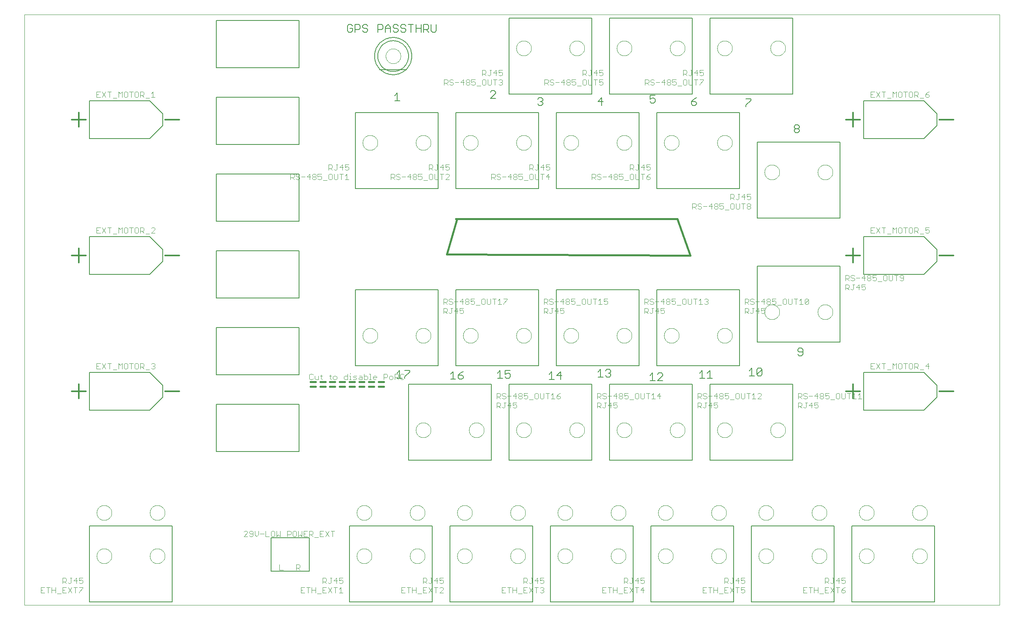
<source format=gto>
G75*
%MOIN*%
%OFA0B0*%
%FSLAX24Y24*%
%IPPOS*%
%LPD*%
%AMOC8*
5,1,8,0,0,1.08239X$1,22.5*
%
%ADD10C,0.0000*%
%ADD11C,0.0060*%
%ADD12C,0.0040*%
%ADD13C,0.0160*%
%ADD14C,0.0050*%
%ADD15C,0.0120*%
D10*
X012418Y004993D02*
X012418Y054993D01*
X094918Y054993D01*
X094918Y004993D01*
X012418Y004993D01*
X018538Y009161D02*
X018540Y009211D01*
X018546Y009261D01*
X018556Y009310D01*
X018570Y009358D01*
X018587Y009405D01*
X018608Y009450D01*
X018633Y009494D01*
X018661Y009535D01*
X018693Y009574D01*
X018727Y009611D01*
X018764Y009645D01*
X018804Y009675D01*
X018846Y009702D01*
X018890Y009726D01*
X018936Y009747D01*
X018983Y009763D01*
X019031Y009776D01*
X019081Y009785D01*
X019130Y009790D01*
X019181Y009791D01*
X019231Y009788D01*
X019280Y009781D01*
X019329Y009770D01*
X019377Y009755D01*
X019423Y009737D01*
X019468Y009715D01*
X019511Y009689D01*
X019552Y009660D01*
X019591Y009628D01*
X019627Y009593D01*
X019659Y009555D01*
X019689Y009515D01*
X019716Y009472D01*
X019739Y009428D01*
X019758Y009382D01*
X019774Y009334D01*
X019786Y009285D01*
X019794Y009236D01*
X019798Y009186D01*
X019798Y009136D01*
X019794Y009086D01*
X019786Y009037D01*
X019774Y008988D01*
X019758Y008940D01*
X019739Y008894D01*
X019716Y008850D01*
X019689Y008807D01*
X019659Y008767D01*
X019627Y008729D01*
X019591Y008694D01*
X019552Y008662D01*
X019511Y008633D01*
X019468Y008607D01*
X019423Y008585D01*
X019377Y008567D01*
X019329Y008552D01*
X019280Y008541D01*
X019231Y008534D01*
X019181Y008531D01*
X019130Y008532D01*
X019081Y008537D01*
X019031Y008546D01*
X018983Y008559D01*
X018936Y008575D01*
X018890Y008596D01*
X018846Y008620D01*
X018804Y008647D01*
X018764Y008677D01*
X018727Y008711D01*
X018693Y008748D01*
X018661Y008787D01*
X018633Y008828D01*
X018608Y008872D01*
X018587Y008917D01*
X018570Y008964D01*
X018556Y009012D01*
X018546Y009061D01*
X018540Y009111D01*
X018538Y009161D01*
X023038Y009161D02*
X023040Y009211D01*
X023046Y009261D01*
X023056Y009310D01*
X023070Y009358D01*
X023087Y009405D01*
X023108Y009450D01*
X023133Y009494D01*
X023161Y009535D01*
X023193Y009574D01*
X023227Y009611D01*
X023264Y009645D01*
X023304Y009675D01*
X023346Y009702D01*
X023390Y009726D01*
X023436Y009747D01*
X023483Y009763D01*
X023531Y009776D01*
X023581Y009785D01*
X023630Y009790D01*
X023681Y009791D01*
X023731Y009788D01*
X023780Y009781D01*
X023829Y009770D01*
X023877Y009755D01*
X023923Y009737D01*
X023968Y009715D01*
X024011Y009689D01*
X024052Y009660D01*
X024091Y009628D01*
X024127Y009593D01*
X024159Y009555D01*
X024189Y009515D01*
X024216Y009472D01*
X024239Y009428D01*
X024258Y009382D01*
X024274Y009334D01*
X024286Y009285D01*
X024294Y009236D01*
X024298Y009186D01*
X024298Y009136D01*
X024294Y009086D01*
X024286Y009037D01*
X024274Y008988D01*
X024258Y008940D01*
X024239Y008894D01*
X024216Y008850D01*
X024189Y008807D01*
X024159Y008767D01*
X024127Y008729D01*
X024091Y008694D01*
X024052Y008662D01*
X024011Y008633D01*
X023968Y008607D01*
X023923Y008585D01*
X023877Y008567D01*
X023829Y008552D01*
X023780Y008541D01*
X023731Y008534D01*
X023681Y008531D01*
X023630Y008532D01*
X023581Y008537D01*
X023531Y008546D01*
X023483Y008559D01*
X023436Y008575D01*
X023390Y008596D01*
X023346Y008620D01*
X023304Y008647D01*
X023264Y008677D01*
X023227Y008711D01*
X023193Y008748D01*
X023161Y008787D01*
X023133Y008828D01*
X023108Y008872D01*
X023087Y008917D01*
X023070Y008964D01*
X023056Y009012D01*
X023046Y009061D01*
X023040Y009111D01*
X023038Y009161D01*
X023038Y012826D02*
X023040Y012876D01*
X023046Y012926D01*
X023056Y012975D01*
X023070Y013023D01*
X023087Y013070D01*
X023108Y013115D01*
X023133Y013159D01*
X023161Y013200D01*
X023193Y013239D01*
X023227Y013276D01*
X023264Y013310D01*
X023304Y013340D01*
X023346Y013367D01*
X023390Y013391D01*
X023436Y013412D01*
X023483Y013428D01*
X023531Y013441D01*
X023581Y013450D01*
X023630Y013455D01*
X023681Y013456D01*
X023731Y013453D01*
X023780Y013446D01*
X023829Y013435D01*
X023877Y013420D01*
X023923Y013402D01*
X023968Y013380D01*
X024011Y013354D01*
X024052Y013325D01*
X024091Y013293D01*
X024127Y013258D01*
X024159Y013220D01*
X024189Y013180D01*
X024216Y013137D01*
X024239Y013093D01*
X024258Y013047D01*
X024274Y012999D01*
X024286Y012950D01*
X024294Y012901D01*
X024298Y012851D01*
X024298Y012801D01*
X024294Y012751D01*
X024286Y012702D01*
X024274Y012653D01*
X024258Y012605D01*
X024239Y012559D01*
X024216Y012515D01*
X024189Y012472D01*
X024159Y012432D01*
X024127Y012394D01*
X024091Y012359D01*
X024052Y012327D01*
X024011Y012298D01*
X023968Y012272D01*
X023923Y012250D01*
X023877Y012232D01*
X023829Y012217D01*
X023780Y012206D01*
X023731Y012199D01*
X023681Y012196D01*
X023630Y012197D01*
X023581Y012202D01*
X023531Y012211D01*
X023483Y012224D01*
X023436Y012240D01*
X023390Y012261D01*
X023346Y012285D01*
X023304Y012312D01*
X023264Y012342D01*
X023227Y012376D01*
X023193Y012413D01*
X023161Y012452D01*
X023133Y012493D01*
X023108Y012537D01*
X023087Y012582D01*
X023070Y012629D01*
X023056Y012677D01*
X023046Y012726D01*
X023040Y012776D01*
X023038Y012826D01*
X018538Y012826D02*
X018540Y012876D01*
X018546Y012926D01*
X018556Y012975D01*
X018570Y013023D01*
X018587Y013070D01*
X018608Y013115D01*
X018633Y013159D01*
X018661Y013200D01*
X018693Y013239D01*
X018727Y013276D01*
X018764Y013310D01*
X018804Y013340D01*
X018846Y013367D01*
X018890Y013391D01*
X018936Y013412D01*
X018983Y013428D01*
X019031Y013441D01*
X019081Y013450D01*
X019130Y013455D01*
X019181Y013456D01*
X019231Y013453D01*
X019280Y013446D01*
X019329Y013435D01*
X019377Y013420D01*
X019423Y013402D01*
X019468Y013380D01*
X019511Y013354D01*
X019552Y013325D01*
X019591Y013293D01*
X019627Y013258D01*
X019659Y013220D01*
X019689Y013180D01*
X019716Y013137D01*
X019739Y013093D01*
X019758Y013047D01*
X019774Y012999D01*
X019786Y012950D01*
X019794Y012901D01*
X019798Y012851D01*
X019798Y012801D01*
X019794Y012751D01*
X019786Y012702D01*
X019774Y012653D01*
X019758Y012605D01*
X019739Y012559D01*
X019716Y012515D01*
X019689Y012472D01*
X019659Y012432D01*
X019627Y012394D01*
X019591Y012359D01*
X019552Y012327D01*
X019511Y012298D01*
X019468Y012272D01*
X019423Y012250D01*
X019377Y012232D01*
X019329Y012217D01*
X019280Y012206D01*
X019231Y012199D01*
X019181Y012196D01*
X019130Y012197D01*
X019081Y012202D01*
X019031Y012211D01*
X018983Y012224D01*
X018936Y012240D01*
X018890Y012261D01*
X018846Y012285D01*
X018804Y012312D01*
X018764Y012342D01*
X018727Y012376D01*
X018693Y012413D01*
X018661Y012452D01*
X018633Y012493D01*
X018608Y012537D01*
X018587Y012582D01*
X018570Y012629D01*
X018556Y012677D01*
X018546Y012726D01*
X018540Y012776D01*
X018538Y012826D01*
X040538Y012826D02*
X040540Y012876D01*
X040546Y012926D01*
X040556Y012975D01*
X040570Y013023D01*
X040587Y013070D01*
X040608Y013115D01*
X040633Y013159D01*
X040661Y013200D01*
X040693Y013239D01*
X040727Y013276D01*
X040764Y013310D01*
X040804Y013340D01*
X040846Y013367D01*
X040890Y013391D01*
X040936Y013412D01*
X040983Y013428D01*
X041031Y013441D01*
X041081Y013450D01*
X041130Y013455D01*
X041181Y013456D01*
X041231Y013453D01*
X041280Y013446D01*
X041329Y013435D01*
X041377Y013420D01*
X041423Y013402D01*
X041468Y013380D01*
X041511Y013354D01*
X041552Y013325D01*
X041591Y013293D01*
X041627Y013258D01*
X041659Y013220D01*
X041689Y013180D01*
X041716Y013137D01*
X041739Y013093D01*
X041758Y013047D01*
X041774Y012999D01*
X041786Y012950D01*
X041794Y012901D01*
X041798Y012851D01*
X041798Y012801D01*
X041794Y012751D01*
X041786Y012702D01*
X041774Y012653D01*
X041758Y012605D01*
X041739Y012559D01*
X041716Y012515D01*
X041689Y012472D01*
X041659Y012432D01*
X041627Y012394D01*
X041591Y012359D01*
X041552Y012327D01*
X041511Y012298D01*
X041468Y012272D01*
X041423Y012250D01*
X041377Y012232D01*
X041329Y012217D01*
X041280Y012206D01*
X041231Y012199D01*
X041181Y012196D01*
X041130Y012197D01*
X041081Y012202D01*
X041031Y012211D01*
X040983Y012224D01*
X040936Y012240D01*
X040890Y012261D01*
X040846Y012285D01*
X040804Y012312D01*
X040764Y012342D01*
X040727Y012376D01*
X040693Y012413D01*
X040661Y012452D01*
X040633Y012493D01*
X040608Y012537D01*
X040587Y012582D01*
X040570Y012629D01*
X040556Y012677D01*
X040546Y012726D01*
X040540Y012776D01*
X040538Y012826D01*
X040538Y009161D02*
X040540Y009211D01*
X040546Y009261D01*
X040556Y009310D01*
X040570Y009358D01*
X040587Y009405D01*
X040608Y009450D01*
X040633Y009494D01*
X040661Y009535D01*
X040693Y009574D01*
X040727Y009611D01*
X040764Y009645D01*
X040804Y009675D01*
X040846Y009702D01*
X040890Y009726D01*
X040936Y009747D01*
X040983Y009763D01*
X041031Y009776D01*
X041081Y009785D01*
X041130Y009790D01*
X041181Y009791D01*
X041231Y009788D01*
X041280Y009781D01*
X041329Y009770D01*
X041377Y009755D01*
X041423Y009737D01*
X041468Y009715D01*
X041511Y009689D01*
X041552Y009660D01*
X041591Y009628D01*
X041627Y009593D01*
X041659Y009555D01*
X041689Y009515D01*
X041716Y009472D01*
X041739Y009428D01*
X041758Y009382D01*
X041774Y009334D01*
X041786Y009285D01*
X041794Y009236D01*
X041798Y009186D01*
X041798Y009136D01*
X041794Y009086D01*
X041786Y009037D01*
X041774Y008988D01*
X041758Y008940D01*
X041739Y008894D01*
X041716Y008850D01*
X041689Y008807D01*
X041659Y008767D01*
X041627Y008729D01*
X041591Y008694D01*
X041552Y008662D01*
X041511Y008633D01*
X041468Y008607D01*
X041423Y008585D01*
X041377Y008567D01*
X041329Y008552D01*
X041280Y008541D01*
X041231Y008534D01*
X041181Y008531D01*
X041130Y008532D01*
X041081Y008537D01*
X041031Y008546D01*
X040983Y008559D01*
X040936Y008575D01*
X040890Y008596D01*
X040846Y008620D01*
X040804Y008647D01*
X040764Y008677D01*
X040727Y008711D01*
X040693Y008748D01*
X040661Y008787D01*
X040633Y008828D01*
X040608Y008872D01*
X040587Y008917D01*
X040570Y008964D01*
X040556Y009012D01*
X040546Y009061D01*
X040540Y009111D01*
X040538Y009161D01*
X045038Y009161D02*
X045040Y009211D01*
X045046Y009261D01*
X045056Y009310D01*
X045070Y009358D01*
X045087Y009405D01*
X045108Y009450D01*
X045133Y009494D01*
X045161Y009535D01*
X045193Y009574D01*
X045227Y009611D01*
X045264Y009645D01*
X045304Y009675D01*
X045346Y009702D01*
X045390Y009726D01*
X045436Y009747D01*
X045483Y009763D01*
X045531Y009776D01*
X045581Y009785D01*
X045630Y009790D01*
X045681Y009791D01*
X045731Y009788D01*
X045780Y009781D01*
X045829Y009770D01*
X045877Y009755D01*
X045923Y009737D01*
X045968Y009715D01*
X046011Y009689D01*
X046052Y009660D01*
X046091Y009628D01*
X046127Y009593D01*
X046159Y009555D01*
X046189Y009515D01*
X046216Y009472D01*
X046239Y009428D01*
X046258Y009382D01*
X046274Y009334D01*
X046286Y009285D01*
X046294Y009236D01*
X046298Y009186D01*
X046298Y009136D01*
X046294Y009086D01*
X046286Y009037D01*
X046274Y008988D01*
X046258Y008940D01*
X046239Y008894D01*
X046216Y008850D01*
X046189Y008807D01*
X046159Y008767D01*
X046127Y008729D01*
X046091Y008694D01*
X046052Y008662D01*
X046011Y008633D01*
X045968Y008607D01*
X045923Y008585D01*
X045877Y008567D01*
X045829Y008552D01*
X045780Y008541D01*
X045731Y008534D01*
X045681Y008531D01*
X045630Y008532D01*
X045581Y008537D01*
X045531Y008546D01*
X045483Y008559D01*
X045436Y008575D01*
X045390Y008596D01*
X045346Y008620D01*
X045304Y008647D01*
X045264Y008677D01*
X045227Y008711D01*
X045193Y008748D01*
X045161Y008787D01*
X045133Y008828D01*
X045108Y008872D01*
X045087Y008917D01*
X045070Y008964D01*
X045056Y009012D01*
X045046Y009061D01*
X045040Y009111D01*
X045038Y009161D01*
X049038Y009161D02*
X049040Y009211D01*
X049046Y009261D01*
X049056Y009310D01*
X049070Y009358D01*
X049087Y009405D01*
X049108Y009450D01*
X049133Y009494D01*
X049161Y009535D01*
X049193Y009574D01*
X049227Y009611D01*
X049264Y009645D01*
X049304Y009675D01*
X049346Y009702D01*
X049390Y009726D01*
X049436Y009747D01*
X049483Y009763D01*
X049531Y009776D01*
X049581Y009785D01*
X049630Y009790D01*
X049681Y009791D01*
X049731Y009788D01*
X049780Y009781D01*
X049829Y009770D01*
X049877Y009755D01*
X049923Y009737D01*
X049968Y009715D01*
X050011Y009689D01*
X050052Y009660D01*
X050091Y009628D01*
X050127Y009593D01*
X050159Y009555D01*
X050189Y009515D01*
X050216Y009472D01*
X050239Y009428D01*
X050258Y009382D01*
X050274Y009334D01*
X050286Y009285D01*
X050294Y009236D01*
X050298Y009186D01*
X050298Y009136D01*
X050294Y009086D01*
X050286Y009037D01*
X050274Y008988D01*
X050258Y008940D01*
X050239Y008894D01*
X050216Y008850D01*
X050189Y008807D01*
X050159Y008767D01*
X050127Y008729D01*
X050091Y008694D01*
X050052Y008662D01*
X050011Y008633D01*
X049968Y008607D01*
X049923Y008585D01*
X049877Y008567D01*
X049829Y008552D01*
X049780Y008541D01*
X049731Y008534D01*
X049681Y008531D01*
X049630Y008532D01*
X049581Y008537D01*
X049531Y008546D01*
X049483Y008559D01*
X049436Y008575D01*
X049390Y008596D01*
X049346Y008620D01*
X049304Y008647D01*
X049264Y008677D01*
X049227Y008711D01*
X049193Y008748D01*
X049161Y008787D01*
X049133Y008828D01*
X049108Y008872D01*
X049087Y008917D01*
X049070Y008964D01*
X049056Y009012D01*
X049046Y009061D01*
X049040Y009111D01*
X049038Y009161D01*
X053538Y009161D02*
X053540Y009211D01*
X053546Y009261D01*
X053556Y009310D01*
X053570Y009358D01*
X053587Y009405D01*
X053608Y009450D01*
X053633Y009494D01*
X053661Y009535D01*
X053693Y009574D01*
X053727Y009611D01*
X053764Y009645D01*
X053804Y009675D01*
X053846Y009702D01*
X053890Y009726D01*
X053936Y009747D01*
X053983Y009763D01*
X054031Y009776D01*
X054081Y009785D01*
X054130Y009790D01*
X054181Y009791D01*
X054231Y009788D01*
X054280Y009781D01*
X054329Y009770D01*
X054377Y009755D01*
X054423Y009737D01*
X054468Y009715D01*
X054511Y009689D01*
X054552Y009660D01*
X054591Y009628D01*
X054627Y009593D01*
X054659Y009555D01*
X054689Y009515D01*
X054716Y009472D01*
X054739Y009428D01*
X054758Y009382D01*
X054774Y009334D01*
X054786Y009285D01*
X054794Y009236D01*
X054798Y009186D01*
X054798Y009136D01*
X054794Y009086D01*
X054786Y009037D01*
X054774Y008988D01*
X054758Y008940D01*
X054739Y008894D01*
X054716Y008850D01*
X054689Y008807D01*
X054659Y008767D01*
X054627Y008729D01*
X054591Y008694D01*
X054552Y008662D01*
X054511Y008633D01*
X054468Y008607D01*
X054423Y008585D01*
X054377Y008567D01*
X054329Y008552D01*
X054280Y008541D01*
X054231Y008534D01*
X054181Y008531D01*
X054130Y008532D01*
X054081Y008537D01*
X054031Y008546D01*
X053983Y008559D01*
X053936Y008575D01*
X053890Y008596D01*
X053846Y008620D01*
X053804Y008647D01*
X053764Y008677D01*
X053727Y008711D01*
X053693Y008748D01*
X053661Y008787D01*
X053633Y008828D01*
X053608Y008872D01*
X053587Y008917D01*
X053570Y008964D01*
X053556Y009012D01*
X053546Y009061D01*
X053540Y009111D01*
X053538Y009161D01*
X057538Y009161D02*
X057540Y009211D01*
X057546Y009261D01*
X057556Y009310D01*
X057570Y009358D01*
X057587Y009405D01*
X057608Y009450D01*
X057633Y009494D01*
X057661Y009535D01*
X057693Y009574D01*
X057727Y009611D01*
X057764Y009645D01*
X057804Y009675D01*
X057846Y009702D01*
X057890Y009726D01*
X057936Y009747D01*
X057983Y009763D01*
X058031Y009776D01*
X058081Y009785D01*
X058130Y009790D01*
X058181Y009791D01*
X058231Y009788D01*
X058280Y009781D01*
X058329Y009770D01*
X058377Y009755D01*
X058423Y009737D01*
X058468Y009715D01*
X058511Y009689D01*
X058552Y009660D01*
X058591Y009628D01*
X058627Y009593D01*
X058659Y009555D01*
X058689Y009515D01*
X058716Y009472D01*
X058739Y009428D01*
X058758Y009382D01*
X058774Y009334D01*
X058786Y009285D01*
X058794Y009236D01*
X058798Y009186D01*
X058798Y009136D01*
X058794Y009086D01*
X058786Y009037D01*
X058774Y008988D01*
X058758Y008940D01*
X058739Y008894D01*
X058716Y008850D01*
X058689Y008807D01*
X058659Y008767D01*
X058627Y008729D01*
X058591Y008694D01*
X058552Y008662D01*
X058511Y008633D01*
X058468Y008607D01*
X058423Y008585D01*
X058377Y008567D01*
X058329Y008552D01*
X058280Y008541D01*
X058231Y008534D01*
X058181Y008531D01*
X058130Y008532D01*
X058081Y008537D01*
X058031Y008546D01*
X057983Y008559D01*
X057936Y008575D01*
X057890Y008596D01*
X057846Y008620D01*
X057804Y008647D01*
X057764Y008677D01*
X057727Y008711D01*
X057693Y008748D01*
X057661Y008787D01*
X057633Y008828D01*
X057608Y008872D01*
X057587Y008917D01*
X057570Y008964D01*
X057556Y009012D01*
X057546Y009061D01*
X057540Y009111D01*
X057538Y009161D01*
X062038Y009161D02*
X062040Y009211D01*
X062046Y009261D01*
X062056Y009310D01*
X062070Y009358D01*
X062087Y009405D01*
X062108Y009450D01*
X062133Y009494D01*
X062161Y009535D01*
X062193Y009574D01*
X062227Y009611D01*
X062264Y009645D01*
X062304Y009675D01*
X062346Y009702D01*
X062390Y009726D01*
X062436Y009747D01*
X062483Y009763D01*
X062531Y009776D01*
X062581Y009785D01*
X062630Y009790D01*
X062681Y009791D01*
X062731Y009788D01*
X062780Y009781D01*
X062829Y009770D01*
X062877Y009755D01*
X062923Y009737D01*
X062968Y009715D01*
X063011Y009689D01*
X063052Y009660D01*
X063091Y009628D01*
X063127Y009593D01*
X063159Y009555D01*
X063189Y009515D01*
X063216Y009472D01*
X063239Y009428D01*
X063258Y009382D01*
X063274Y009334D01*
X063286Y009285D01*
X063294Y009236D01*
X063298Y009186D01*
X063298Y009136D01*
X063294Y009086D01*
X063286Y009037D01*
X063274Y008988D01*
X063258Y008940D01*
X063239Y008894D01*
X063216Y008850D01*
X063189Y008807D01*
X063159Y008767D01*
X063127Y008729D01*
X063091Y008694D01*
X063052Y008662D01*
X063011Y008633D01*
X062968Y008607D01*
X062923Y008585D01*
X062877Y008567D01*
X062829Y008552D01*
X062780Y008541D01*
X062731Y008534D01*
X062681Y008531D01*
X062630Y008532D01*
X062581Y008537D01*
X062531Y008546D01*
X062483Y008559D01*
X062436Y008575D01*
X062390Y008596D01*
X062346Y008620D01*
X062304Y008647D01*
X062264Y008677D01*
X062227Y008711D01*
X062193Y008748D01*
X062161Y008787D01*
X062133Y008828D01*
X062108Y008872D01*
X062087Y008917D01*
X062070Y008964D01*
X062056Y009012D01*
X062046Y009061D01*
X062040Y009111D01*
X062038Y009161D01*
X066038Y009161D02*
X066040Y009211D01*
X066046Y009261D01*
X066056Y009310D01*
X066070Y009358D01*
X066087Y009405D01*
X066108Y009450D01*
X066133Y009494D01*
X066161Y009535D01*
X066193Y009574D01*
X066227Y009611D01*
X066264Y009645D01*
X066304Y009675D01*
X066346Y009702D01*
X066390Y009726D01*
X066436Y009747D01*
X066483Y009763D01*
X066531Y009776D01*
X066581Y009785D01*
X066630Y009790D01*
X066681Y009791D01*
X066731Y009788D01*
X066780Y009781D01*
X066829Y009770D01*
X066877Y009755D01*
X066923Y009737D01*
X066968Y009715D01*
X067011Y009689D01*
X067052Y009660D01*
X067091Y009628D01*
X067127Y009593D01*
X067159Y009555D01*
X067189Y009515D01*
X067216Y009472D01*
X067239Y009428D01*
X067258Y009382D01*
X067274Y009334D01*
X067286Y009285D01*
X067294Y009236D01*
X067298Y009186D01*
X067298Y009136D01*
X067294Y009086D01*
X067286Y009037D01*
X067274Y008988D01*
X067258Y008940D01*
X067239Y008894D01*
X067216Y008850D01*
X067189Y008807D01*
X067159Y008767D01*
X067127Y008729D01*
X067091Y008694D01*
X067052Y008662D01*
X067011Y008633D01*
X066968Y008607D01*
X066923Y008585D01*
X066877Y008567D01*
X066829Y008552D01*
X066780Y008541D01*
X066731Y008534D01*
X066681Y008531D01*
X066630Y008532D01*
X066581Y008537D01*
X066531Y008546D01*
X066483Y008559D01*
X066436Y008575D01*
X066390Y008596D01*
X066346Y008620D01*
X066304Y008647D01*
X066264Y008677D01*
X066227Y008711D01*
X066193Y008748D01*
X066161Y008787D01*
X066133Y008828D01*
X066108Y008872D01*
X066087Y008917D01*
X066070Y008964D01*
X066056Y009012D01*
X066046Y009061D01*
X066040Y009111D01*
X066038Y009161D01*
X070538Y009161D02*
X070540Y009211D01*
X070546Y009261D01*
X070556Y009310D01*
X070570Y009358D01*
X070587Y009405D01*
X070608Y009450D01*
X070633Y009494D01*
X070661Y009535D01*
X070693Y009574D01*
X070727Y009611D01*
X070764Y009645D01*
X070804Y009675D01*
X070846Y009702D01*
X070890Y009726D01*
X070936Y009747D01*
X070983Y009763D01*
X071031Y009776D01*
X071081Y009785D01*
X071130Y009790D01*
X071181Y009791D01*
X071231Y009788D01*
X071280Y009781D01*
X071329Y009770D01*
X071377Y009755D01*
X071423Y009737D01*
X071468Y009715D01*
X071511Y009689D01*
X071552Y009660D01*
X071591Y009628D01*
X071627Y009593D01*
X071659Y009555D01*
X071689Y009515D01*
X071716Y009472D01*
X071739Y009428D01*
X071758Y009382D01*
X071774Y009334D01*
X071786Y009285D01*
X071794Y009236D01*
X071798Y009186D01*
X071798Y009136D01*
X071794Y009086D01*
X071786Y009037D01*
X071774Y008988D01*
X071758Y008940D01*
X071739Y008894D01*
X071716Y008850D01*
X071689Y008807D01*
X071659Y008767D01*
X071627Y008729D01*
X071591Y008694D01*
X071552Y008662D01*
X071511Y008633D01*
X071468Y008607D01*
X071423Y008585D01*
X071377Y008567D01*
X071329Y008552D01*
X071280Y008541D01*
X071231Y008534D01*
X071181Y008531D01*
X071130Y008532D01*
X071081Y008537D01*
X071031Y008546D01*
X070983Y008559D01*
X070936Y008575D01*
X070890Y008596D01*
X070846Y008620D01*
X070804Y008647D01*
X070764Y008677D01*
X070727Y008711D01*
X070693Y008748D01*
X070661Y008787D01*
X070633Y008828D01*
X070608Y008872D01*
X070587Y008917D01*
X070570Y008964D01*
X070556Y009012D01*
X070546Y009061D01*
X070540Y009111D01*
X070538Y009161D01*
X074538Y009161D02*
X074540Y009211D01*
X074546Y009261D01*
X074556Y009310D01*
X074570Y009358D01*
X074587Y009405D01*
X074608Y009450D01*
X074633Y009494D01*
X074661Y009535D01*
X074693Y009574D01*
X074727Y009611D01*
X074764Y009645D01*
X074804Y009675D01*
X074846Y009702D01*
X074890Y009726D01*
X074936Y009747D01*
X074983Y009763D01*
X075031Y009776D01*
X075081Y009785D01*
X075130Y009790D01*
X075181Y009791D01*
X075231Y009788D01*
X075280Y009781D01*
X075329Y009770D01*
X075377Y009755D01*
X075423Y009737D01*
X075468Y009715D01*
X075511Y009689D01*
X075552Y009660D01*
X075591Y009628D01*
X075627Y009593D01*
X075659Y009555D01*
X075689Y009515D01*
X075716Y009472D01*
X075739Y009428D01*
X075758Y009382D01*
X075774Y009334D01*
X075786Y009285D01*
X075794Y009236D01*
X075798Y009186D01*
X075798Y009136D01*
X075794Y009086D01*
X075786Y009037D01*
X075774Y008988D01*
X075758Y008940D01*
X075739Y008894D01*
X075716Y008850D01*
X075689Y008807D01*
X075659Y008767D01*
X075627Y008729D01*
X075591Y008694D01*
X075552Y008662D01*
X075511Y008633D01*
X075468Y008607D01*
X075423Y008585D01*
X075377Y008567D01*
X075329Y008552D01*
X075280Y008541D01*
X075231Y008534D01*
X075181Y008531D01*
X075130Y008532D01*
X075081Y008537D01*
X075031Y008546D01*
X074983Y008559D01*
X074936Y008575D01*
X074890Y008596D01*
X074846Y008620D01*
X074804Y008647D01*
X074764Y008677D01*
X074727Y008711D01*
X074693Y008748D01*
X074661Y008787D01*
X074633Y008828D01*
X074608Y008872D01*
X074587Y008917D01*
X074570Y008964D01*
X074556Y009012D01*
X074546Y009061D01*
X074540Y009111D01*
X074538Y009161D01*
X079038Y009161D02*
X079040Y009211D01*
X079046Y009261D01*
X079056Y009310D01*
X079070Y009358D01*
X079087Y009405D01*
X079108Y009450D01*
X079133Y009494D01*
X079161Y009535D01*
X079193Y009574D01*
X079227Y009611D01*
X079264Y009645D01*
X079304Y009675D01*
X079346Y009702D01*
X079390Y009726D01*
X079436Y009747D01*
X079483Y009763D01*
X079531Y009776D01*
X079581Y009785D01*
X079630Y009790D01*
X079681Y009791D01*
X079731Y009788D01*
X079780Y009781D01*
X079829Y009770D01*
X079877Y009755D01*
X079923Y009737D01*
X079968Y009715D01*
X080011Y009689D01*
X080052Y009660D01*
X080091Y009628D01*
X080127Y009593D01*
X080159Y009555D01*
X080189Y009515D01*
X080216Y009472D01*
X080239Y009428D01*
X080258Y009382D01*
X080274Y009334D01*
X080286Y009285D01*
X080294Y009236D01*
X080298Y009186D01*
X080298Y009136D01*
X080294Y009086D01*
X080286Y009037D01*
X080274Y008988D01*
X080258Y008940D01*
X080239Y008894D01*
X080216Y008850D01*
X080189Y008807D01*
X080159Y008767D01*
X080127Y008729D01*
X080091Y008694D01*
X080052Y008662D01*
X080011Y008633D01*
X079968Y008607D01*
X079923Y008585D01*
X079877Y008567D01*
X079829Y008552D01*
X079780Y008541D01*
X079731Y008534D01*
X079681Y008531D01*
X079630Y008532D01*
X079581Y008537D01*
X079531Y008546D01*
X079483Y008559D01*
X079436Y008575D01*
X079390Y008596D01*
X079346Y008620D01*
X079304Y008647D01*
X079264Y008677D01*
X079227Y008711D01*
X079193Y008748D01*
X079161Y008787D01*
X079133Y008828D01*
X079108Y008872D01*
X079087Y008917D01*
X079070Y008964D01*
X079056Y009012D01*
X079046Y009061D01*
X079040Y009111D01*
X079038Y009161D01*
X083038Y009161D02*
X083040Y009211D01*
X083046Y009261D01*
X083056Y009310D01*
X083070Y009358D01*
X083087Y009405D01*
X083108Y009450D01*
X083133Y009494D01*
X083161Y009535D01*
X083193Y009574D01*
X083227Y009611D01*
X083264Y009645D01*
X083304Y009675D01*
X083346Y009702D01*
X083390Y009726D01*
X083436Y009747D01*
X083483Y009763D01*
X083531Y009776D01*
X083581Y009785D01*
X083630Y009790D01*
X083681Y009791D01*
X083731Y009788D01*
X083780Y009781D01*
X083829Y009770D01*
X083877Y009755D01*
X083923Y009737D01*
X083968Y009715D01*
X084011Y009689D01*
X084052Y009660D01*
X084091Y009628D01*
X084127Y009593D01*
X084159Y009555D01*
X084189Y009515D01*
X084216Y009472D01*
X084239Y009428D01*
X084258Y009382D01*
X084274Y009334D01*
X084286Y009285D01*
X084294Y009236D01*
X084298Y009186D01*
X084298Y009136D01*
X084294Y009086D01*
X084286Y009037D01*
X084274Y008988D01*
X084258Y008940D01*
X084239Y008894D01*
X084216Y008850D01*
X084189Y008807D01*
X084159Y008767D01*
X084127Y008729D01*
X084091Y008694D01*
X084052Y008662D01*
X084011Y008633D01*
X083968Y008607D01*
X083923Y008585D01*
X083877Y008567D01*
X083829Y008552D01*
X083780Y008541D01*
X083731Y008534D01*
X083681Y008531D01*
X083630Y008532D01*
X083581Y008537D01*
X083531Y008546D01*
X083483Y008559D01*
X083436Y008575D01*
X083390Y008596D01*
X083346Y008620D01*
X083304Y008647D01*
X083264Y008677D01*
X083227Y008711D01*
X083193Y008748D01*
X083161Y008787D01*
X083133Y008828D01*
X083108Y008872D01*
X083087Y008917D01*
X083070Y008964D01*
X083056Y009012D01*
X083046Y009061D01*
X083040Y009111D01*
X083038Y009161D01*
X087538Y009161D02*
X087540Y009211D01*
X087546Y009261D01*
X087556Y009310D01*
X087570Y009358D01*
X087587Y009405D01*
X087608Y009450D01*
X087633Y009494D01*
X087661Y009535D01*
X087693Y009574D01*
X087727Y009611D01*
X087764Y009645D01*
X087804Y009675D01*
X087846Y009702D01*
X087890Y009726D01*
X087936Y009747D01*
X087983Y009763D01*
X088031Y009776D01*
X088081Y009785D01*
X088130Y009790D01*
X088181Y009791D01*
X088231Y009788D01*
X088280Y009781D01*
X088329Y009770D01*
X088377Y009755D01*
X088423Y009737D01*
X088468Y009715D01*
X088511Y009689D01*
X088552Y009660D01*
X088591Y009628D01*
X088627Y009593D01*
X088659Y009555D01*
X088689Y009515D01*
X088716Y009472D01*
X088739Y009428D01*
X088758Y009382D01*
X088774Y009334D01*
X088786Y009285D01*
X088794Y009236D01*
X088798Y009186D01*
X088798Y009136D01*
X088794Y009086D01*
X088786Y009037D01*
X088774Y008988D01*
X088758Y008940D01*
X088739Y008894D01*
X088716Y008850D01*
X088689Y008807D01*
X088659Y008767D01*
X088627Y008729D01*
X088591Y008694D01*
X088552Y008662D01*
X088511Y008633D01*
X088468Y008607D01*
X088423Y008585D01*
X088377Y008567D01*
X088329Y008552D01*
X088280Y008541D01*
X088231Y008534D01*
X088181Y008531D01*
X088130Y008532D01*
X088081Y008537D01*
X088031Y008546D01*
X087983Y008559D01*
X087936Y008575D01*
X087890Y008596D01*
X087846Y008620D01*
X087804Y008647D01*
X087764Y008677D01*
X087727Y008711D01*
X087693Y008748D01*
X087661Y008787D01*
X087633Y008828D01*
X087608Y008872D01*
X087587Y008917D01*
X087570Y008964D01*
X087556Y009012D01*
X087546Y009061D01*
X087540Y009111D01*
X087538Y009161D01*
X087538Y012826D02*
X087540Y012876D01*
X087546Y012926D01*
X087556Y012975D01*
X087570Y013023D01*
X087587Y013070D01*
X087608Y013115D01*
X087633Y013159D01*
X087661Y013200D01*
X087693Y013239D01*
X087727Y013276D01*
X087764Y013310D01*
X087804Y013340D01*
X087846Y013367D01*
X087890Y013391D01*
X087936Y013412D01*
X087983Y013428D01*
X088031Y013441D01*
X088081Y013450D01*
X088130Y013455D01*
X088181Y013456D01*
X088231Y013453D01*
X088280Y013446D01*
X088329Y013435D01*
X088377Y013420D01*
X088423Y013402D01*
X088468Y013380D01*
X088511Y013354D01*
X088552Y013325D01*
X088591Y013293D01*
X088627Y013258D01*
X088659Y013220D01*
X088689Y013180D01*
X088716Y013137D01*
X088739Y013093D01*
X088758Y013047D01*
X088774Y012999D01*
X088786Y012950D01*
X088794Y012901D01*
X088798Y012851D01*
X088798Y012801D01*
X088794Y012751D01*
X088786Y012702D01*
X088774Y012653D01*
X088758Y012605D01*
X088739Y012559D01*
X088716Y012515D01*
X088689Y012472D01*
X088659Y012432D01*
X088627Y012394D01*
X088591Y012359D01*
X088552Y012327D01*
X088511Y012298D01*
X088468Y012272D01*
X088423Y012250D01*
X088377Y012232D01*
X088329Y012217D01*
X088280Y012206D01*
X088231Y012199D01*
X088181Y012196D01*
X088130Y012197D01*
X088081Y012202D01*
X088031Y012211D01*
X087983Y012224D01*
X087936Y012240D01*
X087890Y012261D01*
X087846Y012285D01*
X087804Y012312D01*
X087764Y012342D01*
X087727Y012376D01*
X087693Y012413D01*
X087661Y012452D01*
X087633Y012493D01*
X087608Y012537D01*
X087587Y012582D01*
X087570Y012629D01*
X087556Y012677D01*
X087546Y012726D01*
X087540Y012776D01*
X087538Y012826D01*
X083038Y012826D02*
X083040Y012876D01*
X083046Y012926D01*
X083056Y012975D01*
X083070Y013023D01*
X083087Y013070D01*
X083108Y013115D01*
X083133Y013159D01*
X083161Y013200D01*
X083193Y013239D01*
X083227Y013276D01*
X083264Y013310D01*
X083304Y013340D01*
X083346Y013367D01*
X083390Y013391D01*
X083436Y013412D01*
X083483Y013428D01*
X083531Y013441D01*
X083581Y013450D01*
X083630Y013455D01*
X083681Y013456D01*
X083731Y013453D01*
X083780Y013446D01*
X083829Y013435D01*
X083877Y013420D01*
X083923Y013402D01*
X083968Y013380D01*
X084011Y013354D01*
X084052Y013325D01*
X084091Y013293D01*
X084127Y013258D01*
X084159Y013220D01*
X084189Y013180D01*
X084216Y013137D01*
X084239Y013093D01*
X084258Y013047D01*
X084274Y012999D01*
X084286Y012950D01*
X084294Y012901D01*
X084298Y012851D01*
X084298Y012801D01*
X084294Y012751D01*
X084286Y012702D01*
X084274Y012653D01*
X084258Y012605D01*
X084239Y012559D01*
X084216Y012515D01*
X084189Y012472D01*
X084159Y012432D01*
X084127Y012394D01*
X084091Y012359D01*
X084052Y012327D01*
X084011Y012298D01*
X083968Y012272D01*
X083923Y012250D01*
X083877Y012232D01*
X083829Y012217D01*
X083780Y012206D01*
X083731Y012199D01*
X083681Y012196D01*
X083630Y012197D01*
X083581Y012202D01*
X083531Y012211D01*
X083483Y012224D01*
X083436Y012240D01*
X083390Y012261D01*
X083346Y012285D01*
X083304Y012312D01*
X083264Y012342D01*
X083227Y012376D01*
X083193Y012413D01*
X083161Y012452D01*
X083133Y012493D01*
X083108Y012537D01*
X083087Y012582D01*
X083070Y012629D01*
X083056Y012677D01*
X083046Y012726D01*
X083040Y012776D01*
X083038Y012826D01*
X079038Y012826D02*
X079040Y012876D01*
X079046Y012926D01*
X079056Y012975D01*
X079070Y013023D01*
X079087Y013070D01*
X079108Y013115D01*
X079133Y013159D01*
X079161Y013200D01*
X079193Y013239D01*
X079227Y013276D01*
X079264Y013310D01*
X079304Y013340D01*
X079346Y013367D01*
X079390Y013391D01*
X079436Y013412D01*
X079483Y013428D01*
X079531Y013441D01*
X079581Y013450D01*
X079630Y013455D01*
X079681Y013456D01*
X079731Y013453D01*
X079780Y013446D01*
X079829Y013435D01*
X079877Y013420D01*
X079923Y013402D01*
X079968Y013380D01*
X080011Y013354D01*
X080052Y013325D01*
X080091Y013293D01*
X080127Y013258D01*
X080159Y013220D01*
X080189Y013180D01*
X080216Y013137D01*
X080239Y013093D01*
X080258Y013047D01*
X080274Y012999D01*
X080286Y012950D01*
X080294Y012901D01*
X080298Y012851D01*
X080298Y012801D01*
X080294Y012751D01*
X080286Y012702D01*
X080274Y012653D01*
X080258Y012605D01*
X080239Y012559D01*
X080216Y012515D01*
X080189Y012472D01*
X080159Y012432D01*
X080127Y012394D01*
X080091Y012359D01*
X080052Y012327D01*
X080011Y012298D01*
X079968Y012272D01*
X079923Y012250D01*
X079877Y012232D01*
X079829Y012217D01*
X079780Y012206D01*
X079731Y012199D01*
X079681Y012196D01*
X079630Y012197D01*
X079581Y012202D01*
X079531Y012211D01*
X079483Y012224D01*
X079436Y012240D01*
X079390Y012261D01*
X079346Y012285D01*
X079304Y012312D01*
X079264Y012342D01*
X079227Y012376D01*
X079193Y012413D01*
X079161Y012452D01*
X079133Y012493D01*
X079108Y012537D01*
X079087Y012582D01*
X079070Y012629D01*
X079056Y012677D01*
X079046Y012726D01*
X079040Y012776D01*
X079038Y012826D01*
X074538Y012826D02*
X074540Y012876D01*
X074546Y012926D01*
X074556Y012975D01*
X074570Y013023D01*
X074587Y013070D01*
X074608Y013115D01*
X074633Y013159D01*
X074661Y013200D01*
X074693Y013239D01*
X074727Y013276D01*
X074764Y013310D01*
X074804Y013340D01*
X074846Y013367D01*
X074890Y013391D01*
X074936Y013412D01*
X074983Y013428D01*
X075031Y013441D01*
X075081Y013450D01*
X075130Y013455D01*
X075181Y013456D01*
X075231Y013453D01*
X075280Y013446D01*
X075329Y013435D01*
X075377Y013420D01*
X075423Y013402D01*
X075468Y013380D01*
X075511Y013354D01*
X075552Y013325D01*
X075591Y013293D01*
X075627Y013258D01*
X075659Y013220D01*
X075689Y013180D01*
X075716Y013137D01*
X075739Y013093D01*
X075758Y013047D01*
X075774Y012999D01*
X075786Y012950D01*
X075794Y012901D01*
X075798Y012851D01*
X075798Y012801D01*
X075794Y012751D01*
X075786Y012702D01*
X075774Y012653D01*
X075758Y012605D01*
X075739Y012559D01*
X075716Y012515D01*
X075689Y012472D01*
X075659Y012432D01*
X075627Y012394D01*
X075591Y012359D01*
X075552Y012327D01*
X075511Y012298D01*
X075468Y012272D01*
X075423Y012250D01*
X075377Y012232D01*
X075329Y012217D01*
X075280Y012206D01*
X075231Y012199D01*
X075181Y012196D01*
X075130Y012197D01*
X075081Y012202D01*
X075031Y012211D01*
X074983Y012224D01*
X074936Y012240D01*
X074890Y012261D01*
X074846Y012285D01*
X074804Y012312D01*
X074764Y012342D01*
X074727Y012376D01*
X074693Y012413D01*
X074661Y012452D01*
X074633Y012493D01*
X074608Y012537D01*
X074587Y012582D01*
X074570Y012629D01*
X074556Y012677D01*
X074546Y012726D01*
X074540Y012776D01*
X074538Y012826D01*
X070538Y012826D02*
X070540Y012876D01*
X070546Y012926D01*
X070556Y012975D01*
X070570Y013023D01*
X070587Y013070D01*
X070608Y013115D01*
X070633Y013159D01*
X070661Y013200D01*
X070693Y013239D01*
X070727Y013276D01*
X070764Y013310D01*
X070804Y013340D01*
X070846Y013367D01*
X070890Y013391D01*
X070936Y013412D01*
X070983Y013428D01*
X071031Y013441D01*
X071081Y013450D01*
X071130Y013455D01*
X071181Y013456D01*
X071231Y013453D01*
X071280Y013446D01*
X071329Y013435D01*
X071377Y013420D01*
X071423Y013402D01*
X071468Y013380D01*
X071511Y013354D01*
X071552Y013325D01*
X071591Y013293D01*
X071627Y013258D01*
X071659Y013220D01*
X071689Y013180D01*
X071716Y013137D01*
X071739Y013093D01*
X071758Y013047D01*
X071774Y012999D01*
X071786Y012950D01*
X071794Y012901D01*
X071798Y012851D01*
X071798Y012801D01*
X071794Y012751D01*
X071786Y012702D01*
X071774Y012653D01*
X071758Y012605D01*
X071739Y012559D01*
X071716Y012515D01*
X071689Y012472D01*
X071659Y012432D01*
X071627Y012394D01*
X071591Y012359D01*
X071552Y012327D01*
X071511Y012298D01*
X071468Y012272D01*
X071423Y012250D01*
X071377Y012232D01*
X071329Y012217D01*
X071280Y012206D01*
X071231Y012199D01*
X071181Y012196D01*
X071130Y012197D01*
X071081Y012202D01*
X071031Y012211D01*
X070983Y012224D01*
X070936Y012240D01*
X070890Y012261D01*
X070846Y012285D01*
X070804Y012312D01*
X070764Y012342D01*
X070727Y012376D01*
X070693Y012413D01*
X070661Y012452D01*
X070633Y012493D01*
X070608Y012537D01*
X070587Y012582D01*
X070570Y012629D01*
X070556Y012677D01*
X070546Y012726D01*
X070540Y012776D01*
X070538Y012826D01*
X066038Y012826D02*
X066040Y012876D01*
X066046Y012926D01*
X066056Y012975D01*
X066070Y013023D01*
X066087Y013070D01*
X066108Y013115D01*
X066133Y013159D01*
X066161Y013200D01*
X066193Y013239D01*
X066227Y013276D01*
X066264Y013310D01*
X066304Y013340D01*
X066346Y013367D01*
X066390Y013391D01*
X066436Y013412D01*
X066483Y013428D01*
X066531Y013441D01*
X066581Y013450D01*
X066630Y013455D01*
X066681Y013456D01*
X066731Y013453D01*
X066780Y013446D01*
X066829Y013435D01*
X066877Y013420D01*
X066923Y013402D01*
X066968Y013380D01*
X067011Y013354D01*
X067052Y013325D01*
X067091Y013293D01*
X067127Y013258D01*
X067159Y013220D01*
X067189Y013180D01*
X067216Y013137D01*
X067239Y013093D01*
X067258Y013047D01*
X067274Y012999D01*
X067286Y012950D01*
X067294Y012901D01*
X067298Y012851D01*
X067298Y012801D01*
X067294Y012751D01*
X067286Y012702D01*
X067274Y012653D01*
X067258Y012605D01*
X067239Y012559D01*
X067216Y012515D01*
X067189Y012472D01*
X067159Y012432D01*
X067127Y012394D01*
X067091Y012359D01*
X067052Y012327D01*
X067011Y012298D01*
X066968Y012272D01*
X066923Y012250D01*
X066877Y012232D01*
X066829Y012217D01*
X066780Y012206D01*
X066731Y012199D01*
X066681Y012196D01*
X066630Y012197D01*
X066581Y012202D01*
X066531Y012211D01*
X066483Y012224D01*
X066436Y012240D01*
X066390Y012261D01*
X066346Y012285D01*
X066304Y012312D01*
X066264Y012342D01*
X066227Y012376D01*
X066193Y012413D01*
X066161Y012452D01*
X066133Y012493D01*
X066108Y012537D01*
X066087Y012582D01*
X066070Y012629D01*
X066056Y012677D01*
X066046Y012726D01*
X066040Y012776D01*
X066038Y012826D01*
X062038Y012826D02*
X062040Y012876D01*
X062046Y012926D01*
X062056Y012975D01*
X062070Y013023D01*
X062087Y013070D01*
X062108Y013115D01*
X062133Y013159D01*
X062161Y013200D01*
X062193Y013239D01*
X062227Y013276D01*
X062264Y013310D01*
X062304Y013340D01*
X062346Y013367D01*
X062390Y013391D01*
X062436Y013412D01*
X062483Y013428D01*
X062531Y013441D01*
X062581Y013450D01*
X062630Y013455D01*
X062681Y013456D01*
X062731Y013453D01*
X062780Y013446D01*
X062829Y013435D01*
X062877Y013420D01*
X062923Y013402D01*
X062968Y013380D01*
X063011Y013354D01*
X063052Y013325D01*
X063091Y013293D01*
X063127Y013258D01*
X063159Y013220D01*
X063189Y013180D01*
X063216Y013137D01*
X063239Y013093D01*
X063258Y013047D01*
X063274Y012999D01*
X063286Y012950D01*
X063294Y012901D01*
X063298Y012851D01*
X063298Y012801D01*
X063294Y012751D01*
X063286Y012702D01*
X063274Y012653D01*
X063258Y012605D01*
X063239Y012559D01*
X063216Y012515D01*
X063189Y012472D01*
X063159Y012432D01*
X063127Y012394D01*
X063091Y012359D01*
X063052Y012327D01*
X063011Y012298D01*
X062968Y012272D01*
X062923Y012250D01*
X062877Y012232D01*
X062829Y012217D01*
X062780Y012206D01*
X062731Y012199D01*
X062681Y012196D01*
X062630Y012197D01*
X062581Y012202D01*
X062531Y012211D01*
X062483Y012224D01*
X062436Y012240D01*
X062390Y012261D01*
X062346Y012285D01*
X062304Y012312D01*
X062264Y012342D01*
X062227Y012376D01*
X062193Y012413D01*
X062161Y012452D01*
X062133Y012493D01*
X062108Y012537D01*
X062087Y012582D01*
X062070Y012629D01*
X062056Y012677D01*
X062046Y012726D01*
X062040Y012776D01*
X062038Y012826D01*
X057538Y012826D02*
X057540Y012876D01*
X057546Y012926D01*
X057556Y012975D01*
X057570Y013023D01*
X057587Y013070D01*
X057608Y013115D01*
X057633Y013159D01*
X057661Y013200D01*
X057693Y013239D01*
X057727Y013276D01*
X057764Y013310D01*
X057804Y013340D01*
X057846Y013367D01*
X057890Y013391D01*
X057936Y013412D01*
X057983Y013428D01*
X058031Y013441D01*
X058081Y013450D01*
X058130Y013455D01*
X058181Y013456D01*
X058231Y013453D01*
X058280Y013446D01*
X058329Y013435D01*
X058377Y013420D01*
X058423Y013402D01*
X058468Y013380D01*
X058511Y013354D01*
X058552Y013325D01*
X058591Y013293D01*
X058627Y013258D01*
X058659Y013220D01*
X058689Y013180D01*
X058716Y013137D01*
X058739Y013093D01*
X058758Y013047D01*
X058774Y012999D01*
X058786Y012950D01*
X058794Y012901D01*
X058798Y012851D01*
X058798Y012801D01*
X058794Y012751D01*
X058786Y012702D01*
X058774Y012653D01*
X058758Y012605D01*
X058739Y012559D01*
X058716Y012515D01*
X058689Y012472D01*
X058659Y012432D01*
X058627Y012394D01*
X058591Y012359D01*
X058552Y012327D01*
X058511Y012298D01*
X058468Y012272D01*
X058423Y012250D01*
X058377Y012232D01*
X058329Y012217D01*
X058280Y012206D01*
X058231Y012199D01*
X058181Y012196D01*
X058130Y012197D01*
X058081Y012202D01*
X058031Y012211D01*
X057983Y012224D01*
X057936Y012240D01*
X057890Y012261D01*
X057846Y012285D01*
X057804Y012312D01*
X057764Y012342D01*
X057727Y012376D01*
X057693Y012413D01*
X057661Y012452D01*
X057633Y012493D01*
X057608Y012537D01*
X057587Y012582D01*
X057570Y012629D01*
X057556Y012677D01*
X057546Y012726D01*
X057540Y012776D01*
X057538Y012826D01*
X053538Y012826D02*
X053540Y012876D01*
X053546Y012926D01*
X053556Y012975D01*
X053570Y013023D01*
X053587Y013070D01*
X053608Y013115D01*
X053633Y013159D01*
X053661Y013200D01*
X053693Y013239D01*
X053727Y013276D01*
X053764Y013310D01*
X053804Y013340D01*
X053846Y013367D01*
X053890Y013391D01*
X053936Y013412D01*
X053983Y013428D01*
X054031Y013441D01*
X054081Y013450D01*
X054130Y013455D01*
X054181Y013456D01*
X054231Y013453D01*
X054280Y013446D01*
X054329Y013435D01*
X054377Y013420D01*
X054423Y013402D01*
X054468Y013380D01*
X054511Y013354D01*
X054552Y013325D01*
X054591Y013293D01*
X054627Y013258D01*
X054659Y013220D01*
X054689Y013180D01*
X054716Y013137D01*
X054739Y013093D01*
X054758Y013047D01*
X054774Y012999D01*
X054786Y012950D01*
X054794Y012901D01*
X054798Y012851D01*
X054798Y012801D01*
X054794Y012751D01*
X054786Y012702D01*
X054774Y012653D01*
X054758Y012605D01*
X054739Y012559D01*
X054716Y012515D01*
X054689Y012472D01*
X054659Y012432D01*
X054627Y012394D01*
X054591Y012359D01*
X054552Y012327D01*
X054511Y012298D01*
X054468Y012272D01*
X054423Y012250D01*
X054377Y012232D01*
X054329Y012217D01*
X054280Y012206D01*
X054231Y012199D01*
X054181Y012196D01*
X054130Y012197D01*
X054081Y012202D01*
X054031Y012211D01*
X053983Y012224D01*
X053936Y012240D01*
X053890Y012261D01*
X053846Y012285D01*
X053804Y012312D01*
X053764Y012342D01*
X053727Y012376D01*
X053693Y012413D01*
X053661Y012452D01*
X053633Y012493D01*
X053608Y012537D01*
X053587Y012582D01*
X053570Y012629D01*
X053556Y012677D01*
X053546Y012726D01*
X053540Y012776D01*
X053538Y012826D01*
X049038Y012826D02*
X049040Y012876D01*
X049046Y012926D01*
X049056Y012975D01*
X049070Y013023D01*
X049087Y013070D01*
X049108Y013115D01*
X049133Y013159D01*
X049161Y013200D01*
X049193Y013239D01*
X049227Y013276D01*
X049264Y013310D01*
X049304Y013340D01*
X049346Y013367D01*
X049390Y013391D01*
X049436Y013412D01*
X049483Y013428D01*
X049531Y013441D01*
X049581Y013450D01*
X049630Y013455D01*
X049681Y013456D01*
X049731Y013453D01*
X049780Y013446D01*
X049829Y013435D01*
X049877Y013420D01*
X049923Y013402D01*
X049968Y013380D01*
X050011Y013354D01*
X050052Y013325D01*
X050091Y013293D01*
X050127Y013258D01*
X050159Y013220D01*
X050189Y013180D01*
X050216Y013137D01*
X050239Y013093D01*
X050258Y013047D01*
X050274Y012999D01*
X050286Y012950D01*
X050294Y012901D01*
X050298Y012851D01*
X050298Y012801D01*
X050294Y012751D01*
X050286Y012702D01*
X050274Y012653D01*
X050258Y012605D01*
X050239Y012559D01*
X050216Y012515D01*
X050189Y012472D01*
X050159Y012432D01*
X050127Y012394D01*
X050091Y012359D01*
X050052Y012327D01*
X050011Y012298D01*
X049968Y012272D01*
X049923Y012250D01*
X049877Y012232D01*
X049829Y012217D01*
X049780Y012206D01*
X049731Y012199D01*
X049681Y012196D01*
X049630Y012197D01*
X049581Y012202D01*
X049531Y012211D01*
X049483Y012224D01*
X049436Y012240D01*
X049390Y012261D01*
X049346Y012285D01*
X049304Y012312D01*
X049264Y012342D01*
X049227Y012376D01*
X049193Y012413D01*
X049161Y012452D01*
X049133Y012493D01*
X049108Y012537D01*
X049087Y012582D01*
X049070Y012629D01*
X049056Y012677D01*
X049046Y012726D01*
X049040Y012776D01*
X049038Y012826D01*
X045038Y012826D02*
X045040Y012876D01*
X045046Y012926D01*
X045056Y012975D01*
X045070Y013023D01*
X045087Y013070D01*
X045108Y013115D01*
X045133Y013159D01*
X045161Y013200D01*
X045193Y013239D01*
X045227Y013276D01*
X045264Y013310D01*
X045304Y013340D01*
X045346Y013367D01*
X045390Y013391D01*
X045436Y013412D01*
X045483Y013428D01*
X045531Y013441D01*
X045581Y013450D01*
X045630Y013455D01*
X045681Y013456D01*
X045731Y013453D01*
X045780Y013446D01*
X045829Y013435D01*
X045877Y013420D01*
X045923Y013402D01*
X045968Y013380D01*
X046011Y013354D01*
X046052Y013325D01*
X046091Y013293D01*
X046127Y013258D01*
X046159Y013220D01*
X046189Y013180D01*
X046216Y013137D01*
X046239Y013093D01*
X046258Y013047D01*
X046274Y012999D01*
X046286Y012950D01*
X046294Y012901D01*
X046298Y012851D01*
X046298Y012801D01*
X046294Y012751D01*
X046286Y012702D01*
X046274Y012653D01*
X046258Y012605D01*
X046239Y012559D01*
X046216Y012515D01*
X046189Y012472D01*
X046159Y012432D01*
X046127Y012394D01*
X046091Y012359D01*
X046052Y012327D01*
X046011Y012298D01*
X045968Y012272D01*
X045923Y012250D01*
X045877Y012232D01*
X045829Y012217D01*
X045780Y012206D01*
X045731Y012199D01*
X045681Y012196D01*
X045630Y012197D01*
X045581Y012202D01*
X045531Y012211D01*
X045483Y012224D01*
X045436Y012240D01*
X045390Y012261D01*
X045346Y012285D01*
X045304Y012312D01*
X045264Y012342D01*
X045227Y012376D01*
X045193Y012413D01*
X045161Y012452D01*
X045133Y012493D01*
X045108Y012537D01*
X045087Y012582D01*
X045070Y012629D01*
X045056Y012677D01*
X045046Y012726D01*
X045040Y012776D01*
X045038Y012826D01*
X045538Y019826D02*
X045540Y019876D01*
X045546Y019926D01*
X045556Y019975D01*
X045570Y020023D01*
X045587Y020070D01*
X045608Y020115D01*
X045633Y020159D01*
X045661Y020200D01*
X045693Y020239D01*
X045727Y020276D01*
X045764Y020310D01*
X045804Y020340D01*
X045846Y020367D01*
X045890Y020391D01*
X045936Y020412D01*
X045983Y020428D01*
X046031Y020441D01*
X046081Y020450D01*
X046130Y020455D01*
X046181Y020456D01*
X046231Y020453D01*
X046280Y020446D01*
X046329Y020435D01*
X046377Y020420D01*
X046423Y020402D01*
X046468Y020380D01*
X046511Y020354D01*
X046552Y020325D01*
X046591Y020293D01*
X046627Y020258D01*
X046659Y020220D01*
X046689Y020180D01*
X046716Y020137D01*
X046739Y020093D01*
X046758Y020047D01*
X046774Y019999D01*
X046786Y019950D01*
X046794Y019901D01*
X046798Y019851D01*
X046798Y019801D01*
X046794Y019751D01*
X046786Y019702D01*
X046774Y019653D01*
X046758Y019605D01*
X046739Y019559D01*
X046716Y019515D01*
X046689Y019472D01*
X046659Y019432D01*
X046627Y019394D01*
X046591Y019359D01*
X046552Y019327D01*
X046511Y019298D01*
X046468Y019272D01*
X046423Y019250D01*
X046377Y019232D01*
X046329Y019217D01*
X046280Y019206D01*
X046231Y019199D01*
X046181Y019196D01*
X046130Y019197D01*
X046081Y019202D01*
X046031Y019211D01*
X045983Y019224D01*
X045936Y019240D01*
X045890Y019261D01*
X045846Y019285D01*
X045804Y019312D01*
X045764Y019342D01*
X045727Y019376D01*
X045693Y019413D01*
X045661Y019452D01*
X045633Y019493D01*
X045608Y019537D01*
X045587Y019582D01*
X045570Y019629D01*
X045556Y019677D01*
X045546Y019726D01*
X045540Y019776D01*
X045538Y019826D01*
X050038Y019826D02*
X050040Y019876D01*
X050046Y019926D01*
X050056Y019975D01*
X050070Y020023D01*
X050087Y020070D01*
X050108Y020115D01*
X050133Y020159D01*
X050161Y020200D01*
X050193Y020239D01*
X050227Y020276D01*
X050264Y020310D01*
X050304Y020340D01*
X050346Y020367D01*
X050390Y020391D01*
X050436Y020412D01*
X050483Y020428D01*
X050531Y020441D01*
X050581Y020450D01*
X050630Y020455D01*
X050681Y020456D01*
X050731Y020453D01*
X050780Y020446D01*
X050829Y020435D01*
X050877Y020420D01*
X050923Y020402D01*
X050968Y020380D01*
X051011Y020354D01*
X051052Y020325D01*
X051091Y020293D01*
X051127Y020258D01*
X051159Y020220D01*
X051189Y020180D01*
X051216Y020137D01*
X051239Y020093D01*
X051258Y020047D01*
X051274Y019999D01*
X051286Y019950D01*
X051294Y019901D01*
X051298Y019851D01*
X051298Y019801D01*
X051294Y019751D01*
X051286Y019702D01*
X051274Y019653D01*
X051258Y019605D01*
X051239Y019559D01*
X051216Y019515D01*
X051189Y019472D01*
X051159Y019432D01*
X051127Y019394D01*
X051091Y019359D01*
X051052Y019327D01*
X051011Y019298D01*
X050968Y019272D01*
X050923Y019250D01*
X050877Y019232D01*
X050829Y019217D01*
X050780Y019206D01*
X050731Y019199D01*
X050681Y019196D01*
X050630Y019197D01*
X050581Y019202D01*
X050531Y019211D01*
X050483Y019224D01*
X050436Y019240D01*
X050390Y019261D01*
X050346Y019285D01*
X050304Y019312D01*
X050264Y019342D01*
X050227Y019376D01*
X050193Y019413D01*
X050161Y019452D01*
X050133Y019493D01*
X050108Y019537D01*
X050087Y019582D01*
X050070Y019629D01*
X050056Y019677D01*
X050046Y019726D01*
X050040Y019776D01*
X050038Y019826D01*
X054038Y019826D02*
X054040Y019876D01*
X054046Y019926D01*
X054056Y019975D01*
X054070Y020023D01*
X054087Y020070D01*
X054108Y020115D01*
X054133Y020159D01*
X054161Y020200D01*
X054193Y020239D01*
X054227Y020276D01*
X054264Y020310D01*
X054304Y020340D01*
X054346Y020367D01*
X054390Y020391D01*
X054436Y020412D01*
X054483Y020428D01*
X054531Y020441D01*
X054581Y020450D01*
X054630Y020455D01*
X054681Y020456D01*
X054731Y020453D01*
X054780Y020446D01*
X054829Y020435D01*
X054877Y020420D01*
X054923Y020402D01*
X054968Y020380D01*
X055011Y020354D01*
X055052Y020325D01*
X055091Y020293D01*
X055127Y020258D01*
X055159Y020220D01*
X055189Y020180D01*
X055216Y020137D01*
X055239Y020093D01*
X055258Y020047D01*
X055274Y019999D01*
X055286Y019950D01*
X055294Y019901D01*
X055298Y019851D01*
X055298Y019801D01*
X055294Y019751D01*
X055286Y019702D01*
X055274Y019653D01*
X055258Y019605D01*
X055239Y019559D01*
X055216Y019515D01*
X055189Y019472D01*
X055159Y019432D01*
X055127Y019394D01*
X055091Y019359D01*
X055052Y019327D01*
X055011Y019298D01*
X054968Y019272D01*
X054923Y019250D01*
X054877Y019232D01*
X054829Y019217D01*
X054780Y019206D01*
X054731Y019199D01*
X054681Y019196D01*
X054630Y019197D01*
X054581Y019202D01*
X054531Y019211D01*
X054483Y019224D01*
X054436Y019240D01*
X054390Y019261D01*
X054346Y019285D01*
X054304Y019312D01*
X054264Y019342D01*
X054227Y019376D01*
X054193Y019413D01*
X054161Y019452D01*
X054133Y019493D01*
X054108Y019537D01*
X054087Y019582D01*
X054070Y019629D01*
X054056Y019677D01*
X054046Y019726D01*
X054040Y019776D01*
X054038Y019826D01*
X058538Y019826D02*
X058540Y019876D01*
X058546Y019926D01*
X058556Y019975D01*
X058570Y020023D01*
X058587Y020070D01*
X058608Y020115D01*
X058633Y020159D01*
X058661Y020200D01*
X058693Y020239D01*
X058727Y020276D01*
X058764Y020310D01*
X058804Y020340D01*
X058846Y020367D01*
X058890Y020391D01*
X058936Y020412D01*
X058983Y020428D01*
X059031Y020441D01*
X059081Y020450D01*
X059130Y020455D01*
X059181Y020456D01*
X059231Y020453D01*
X059280Y020446D01*
X059329Y020435D01*
X059377Y020420D01*
X059423Y020402D01*
X059468Y020380D01*
X059511Y020354D01*
X059552Y020325D01*
X059591Y020293D01*
X059627Y020258D01*
X059659Y020220D01*
X059689Y020180D01*
X059716Y020137D01*
X059739Y020093D01*
X059758Y020047D01*
X059774Y019999D01*
X059786Y019950D01*
X059794Y019901D01*
X059798Y019851D01*
X059798Y019801D01*
X059794Y019751D01*
X059786Y019702D01*
X059774Y019653D01*
X059758Y019605D01*
X059739Y019559D01*
X059716Y019515D01*
X059689Y019472D01*
X059659Y019432D01*
X059627Y019394D01*
X059591Y019359D01*
X059552Y019327D01*
X059511Y019298D01*
X059468Y019272D01*
X059423Y019250D01*
X059377Y019232D01*
X059329Y019217D01*
X059280Y019206D01*
X059231Y019199D01*
X059181Y019196D01*
X059130Y019197D01*
X059081Y019202D01*
X059031Y019211D01*
X058983Y019224D01*
X058936Y019240D01*
X058890Y019261D01*
X058846Y019285D01*
X058804Y019312D01*
X058764Y019342D01*
X058727Y019376D01*
X058693Y019413D01*
X058661Y019452D01*
X058633Y019493D01*
X058608Y019537D01*
X058587Y019582D01*
X058570Y019629D01*
X058556Y019677D01*
X058546Y019726D01*
X058540Y019776D01*
X058538Y019826D01*
X062538Y019826D02*
X062540Y019876D01*
X062546Y019926D01*
X062556Y019975D01*
X062570Y020023D01*
X062587Y020070D01*
X062608Y020115D01*
X062633Y020159D01*
X062661Y020200D01*
X062693Y020239D01*
X062727Y020276D01*
X062764Y020310D01*
X062804Y020340D01*
X062846Y020367D01*
X062890Y020391D01*
X062936Y020412D01*
X062983Y020428D01*
X063031Y020441D01*
X063081Y020450D01*
X063130Y020455D01*
X063181Y020456D01*
X063231Y020453D01*
X063280Y020446D01*
X063329Y020435D01*
X063377Y020420D01*
X063423Y020402D01*
X063468Y020380D01*
X063511Y020354D01*
X063552Y020325D01*
X063591Y020293D01*
X063627Y020258D01*
X063659Y020220D01*
X063689Y020180D01*
X063716Y020137D01*
X063739Y020093D01*
X063758Y020047D01*
X063774Y019999D01*
X063786Y019950D01*
X063794Y019901D01*
X063798Y019851D01*
X063798Y019801D01*
X063794Y019751D01*
X063786Y019702D01*
X063774Y019653D01*
X063758Y019605D01*
X063739Y019559D01*
X063716Y019515D01*
X063689Y019472D01*
X063659Y019432D01*
X063627Y019394D01*
X063591Y019359D01*
X063552Y019327D01*
X063511Y019298D01*
X063468Y019272D01*
X063423Y019250D01*
X063377Y019232D01*
X063329Y019217D01*
X063280Y019206D01*
X063231Y019199D01*
X063181Y019196D01*
X063130Y019197D01*
X063081Y019202D01*
X063031Y019211D01*
X062983Y019224D01*
X062936Y019240D01*
X062890Y019261D01*
X062846Y019285D01*
X062804Y019312D01*
X062764Y019342D01*
X062727Y019376D01*
X062693Y019413D01*
X062661Y019452D01*
X062633Y019493D01*
X062608Y019537D01*
X062587Y019582D01*
X062570Y019629D01*
X062556Y019677D01*
X062546Y019726D01*
X062540Y019776D01*
X062538Y019826D01*
X067038Y019826D02*
X067040Y019876D01*
X067046Y019926D01*
X067056Y019975D01*
X067070Y020023D01*
X067087Y020070D01*
X067108Y020115D01*
X067133Y020159D01*
X067161Y020200D01*
X067193Y020239D01*
X067227Y020276D01*
X067264Y020310D01*
X067304Y020340D01*
X067346Y020367D01*
X067390Y020391D01*
X067436Y020412D01*
X067483Y020428D01*
X067531Y020441D01*
X067581Y020450D01*
X067630Y020455D01*
X067681Y020456D01*
X067731Y020453D01*
X067780Y020446D01*
X067829Y020435D01*
X067877Y020420D01*
X067923Y020402D01*
X067968Y020380D01*
X068011Y020354D01*
X068052Y020325D01*
X068091Y020293D01*
X068127Y020258D01*
X068159Y020220D01*
X068189Y020180D01*
X068216Y020137D01*
X068239Y020093D01*
X068258Y020047D01*
X068274Y019999D01*
X068286Y019950D01*
X068294Y019901D01*
X068298Y019851D01*
X068298Y019801D01*
X068294Y019751D01*
X068286Y019702D01*
X068274Y019653D01*
X068258Y019605D01*
X068239Y019559D01*
X068216Y019515D01*
X068189Y019472D01*
X068159Y019432D01*
X068127Y019394D01*
X068091Y019359D01*
X068052Y019327D01*
X068011Y019298D01*
X067968Y019272D01*
X067923Y019250D01*
X067877Y019232D01*
X067829Y019217D01*
X067780Y019206D01*
X067731Y019199D01*
X067681Y019196D01*
X067630Y019197D01*
X067581Y019202D01*
X067531Y019211D01*
X067483Y019224D01*
X067436Y019240D01*
X067390Y019261D01*
X067346Y019285D01*
X067304Y019312D01*
X067264Y019342D01*
X067227Y019376D01*
X067193Y019413D01*
X067161Y019452D01*
X067133Y019493D01*
X067108Y019537D01*
X067087Y019582D01*
X067070Y019629D01*
X067056Y019677D01*
X067046Y019726D01*
X067040Y019776D01*
X067038Y019826D01*
X071038Y019826D02*
X071040Y019876D01*
X071046Y019926D01*
X071056Y019975D01*
X071070Y020023D01*
X071087Y020070D01*
X071108Y020115D01*
X071133Y020159D01*
X071161Y020200D01*
X071193Y020239D01*
X071227Y020276D01*
X071264Y020310D01*
X071304Y020340D01*
X071346Y020367D01*
X071390Y020391D01*
X071436Y020412D01*
X071483Y020428D01*
X071531Y020441D01*
X071581Y020450D01*
X071630Y020455D01*
X071681Y020456D01*
X071731Y020453D01*
X071780Y020446D01*
X071829Y020435D01*
X071877Y020420D01*
X071923Y020402D01*
X071968Y020380D01*
X072011Y020354D01*
X072052Y020325D01*
X072091Y020293D01*
X072127Y020258D01*
X072159Y020220D01*
X072189Y020180D01*
X072216Y020137D01*
X072239Y020093D01*
X072258Y020047D01*
X072274Y019999D01*
X072286Y019950D01*
X072294Y019901D01*
X072298Y019851D01*
X072298Y019801D01*
X072294Y019751D01*
X072286Y019702D01*
X072274Y019653D01*
X072258Y019605D01*
X072239Y019559D01*
X072216Y019515D01*
X072189Y019472D01*
X072159Y019432D01*
X072127Y019394D01*
X072091Y019359D01*
X072052Y019327D01*
X072011Y019298D01*
X071968Y019272D01*
X071923Y019250D01*
X071877Y019232D01*
X071829Y019217D01*
X071780Y019206D01*
X071731Y019199D01*
X071681Y019196D01*
X071630Y019197D01*
X071581Y019202D01*
X071531Y019211D01*
X071483Y019224D01*
X071436Y019240D01*
X071390Y019261D01*
X071346Y019285D01*
X071304Y019312D01*
X071264Y019342D01*
X071227Y019376D01*
X071193Y019413D01*
X071161Y019452D01*
X071133Y019493D01*
X071108Y019537D01*
X071087Y019582D01*
X071070Y019629D01*
X071056Y019677D01*
X071046Y019726D01*
X071040Y019776D01*
X071038Y019826D01*
X075538Y019826D02*
X075540Y019876D01*
X075546Y019926D01*
X075556Y019975D01*
X075570Y020023D01*
X075587Y020070D01*
X075608Y020115D01*
X075633Y020159D01*
X075661Y020200D01*
X075693Y020239D01*
X075727Y020276D01*
X075764Y020310D01*
X075804Y020340D01*
X075846Y020367D01*
X075890Y020391D01*
X075936Y020412D01*
X075983Y020428D01*
X076031Y020441D01*
X076081Y020450D01*
X076130Y020455D01*
X076181Y020456D01*
X076231Y020453D01*
X076280Y020446D01*
X076329Y020435D01*
X076377Y020420D01*
X076423Y020402D01*
X076468Y020380D01*
X076511Y020354D01*
X076552Y020325D01*
X076591Y020293D01*
X076627Y020258D01*
X076659Y020220D01*
X076689Y020180D01*
X076716Y020137D01*
X076739Y020093D01*
X076758Y020047D01*
X076774Y019999D01*
X076786Y019950D01*
X076794Y019901D01*
X076798Y019851D01*
X076798Y019801D01*
X076794Y019751D01*
X076786Y019702D01*
X076774Y019653D01*
X076758Y019605D01*
X076739Y019559D01*
X076716Y019515D01*
X076689Y019472D01*
X076659Y019432D01*
X076627Y019394D01*
X076591Y019359D01*
X076552Y019327D01*
X076511Y019298D01*
X076468Y019272D01*
X076423Y019250D01*
X076377Y019232D01*
X076329Y019217D01*
X076280Y019206D01*
X076231Y019199D01*
X076181Y019196D01*
X076130Y019197D01*
X076081Y019202D01*
X076031Y019211D01*
X075983Y019224D01*
X075936Y019240D01*
X075890Y019261D01*
X075846Y019285D01*
X075804Y019312D01*
X075764Y019342D01*
X075727Y019376D01*
X075693Y019413D01*
X075661Y019452D01*
X075633Y019493D01*
X075608Y019537D01*
X075587Y019582D01*
X075570Y019629D01*
X075556Y019677D01*
X075546Y019726D01*
X075540Y019776D01*
X075538Y019826D01*
X071038Y027826D02*
X071040Y027876D01*
X071046Y027926D01*
X071056Y027975D01*
X071070Y028023D01*
X071087Y028070D01*
X071108Y028115D01*
X071133Y028159D01*
X071161Y028200D01*
X071193Y028239D01*
X071227Y028276D01*
X071264Y028310D01*
X071304Y028340D01*
X071346Y028367D01*
X071390Y028391D01*
X071436Y028412D01*
X071483Y028428D01*
X071531Y028441D01*
X071581Y028450D01*
X071630Y028455D01*
X071681Y028456D01*
X071731Y028453D01*
X071780Y028446D01*
X071829Y028435D01*
X071877Y028420D01*
X071923Y028402D01*
X071968Y028380D01*
X072011Y028354D01*
X072052Y028325D01*
X072091Y028293D01*
X072127Y028258D01*
X072159Y028220D01*
X072189Y028180D01*
X072216Y028137D01*
X072239Y028093D01*
X072258Y028047D01*
X072274Y027999D01*
X072286Y027950D01*
X072294Y027901D01*
X072298Y027851D01*
X072298Y027801D01*
X072294Y027751D01*
X072286Y027702D01*
X072274Y027653D01*
X072258Y027605D01*
X072239Y027559D01*
X072216Y027515D01*
X072189Y027472D01*
X072159Y027432D01*
X072127Y027394D01*
X072091Y027359D01*
X072052Y027327D01*
X072011Y027298D01*
X071968Y027272D01*
X071923Y027250D01*
X071877Y027232D01*
X071829Y027217D01*
X071780Y027206D01*
X071731Y027199D01*
X071681Y027196D01*
X071630Y027197D01*
X071581Y027202D01*
X071531Y027211D01*
X071483Y027224D01*
X071436Y027240D01*
X071390Y027261D01*
X071346Y027285D01*
X071304Y027312D01*
X071264Y027342D01*
X071227Y027376D01*
X071193Y027413D01*
X071161Y027452D01*
X071133Y027493D01*
X071108Y027537D01*
X071087Y027582D01*
X071070Y027629D01*
X071056Y027677D01*
X071046Y027726D01*
X071040Y027776D01*
X071038Y027826D01*
X066538Y027826D02*
X066540Y027876D01*
X066546Y027926D01*
X066556Y027975D01*
X066570Y028023D01*
X066587Y028070D01*
X066608Y028115D01*
X066633Y028159D01*
X066661Y028200D01*
X066693Y028239D01*
X066727Y028276D01*
X066764Y028310D01*
X066804Y028340D01*
X066846Y028367D01*
X066890Y028391D01*
X066936Y028412D01*
X066983Y028428D01*
X067031Y028441D01*
X067081Y028450D01*
X067130Y028455D01*
X067181Y028456D01*
X067231Y028453D01*
X067280Y028446D01*
X067329Y028435D01*
X067377Y028420D01*
X067423Y028402D01*
X067468Y028380D01*
X067511Y028354D01*
X067552Y028325D01*
X067591Y028293D01*
X067627Y028258D01*
X067659Y028220D01*
X067689Y028180D01*
X067716Y028137D01*
X067739Y028093D01*
X067758Y028047D01*
X067774Y027999D01*
X067786Y027950D01*
X067794Y027901D01*
X067798Y027851D01*
X067798Y027801D01*
X067794Y027751D01*
X067786Y027702D01*
X067774Y027653D01*
X067758Y027605D01*
X067739Y027559D01*
X067716Y027515D01*
X067689Y027472D01*
X067659Y027432D01*
X067627Y027394D01*
X067591Y027359D01*
X067552Y027327D01*
X067511Y027298D01*
X067468Y027272D01*
X067423Y027250D01*
X067377Y027232D01*
X067329Y027217D01*
X067280Y027206D01*
X067231Y027199D01*
X067181Y027196D01*
X067130Y027197D01*
X067081Y027202D01*
X067031Y027211D01*
X066983Y027224D01*
X066936Y027240D01*
X066890Y027261D01*
X066846Y027285D01*
X066804Y027312D01*
X066764Y027342D01*
X066727Y027376D01*
X066693Y027413D01*
X066661Y027452D01*
X066633Y027493D01*
X066608Y027537D01*
X066587Y027582D01*
X066570Y027629D01*
X066556Y027677D01*
X066546Y027726D01*
X066540Y027776D01*
X066538Y027826D01*
X062538Y027826D02*
X062540Y027876D01*
X062546Y027926D01*
X062556Y027975D01*
X062570Y028023D01*
X062587Y028070D01*
X062608Y028115D01*
X062633Y028159D01*
X062661Y028200D01*
X062693Y028239D01*
X062727Y028276D01*
X062764Y028310D01*
X062804Y028340D01*
X062846Y028367D01*
X062890Y028391D01*
X062936Y028412D01*
X062983Y028428D01*
X063031Y028441D01*
X063081Y028450D01*
X063130Y028455D01*
X063181Y028456D01*
X063231Y028453D01*
X063280Y028446D01*
X063329Y028435D01*
X063377Y028420D01*
X063423Y028402D01*
X063468Y028380D01*
X063511Y028354D01*
X063552Y028325D01*
X063591Y028293D01*
X063627Y028258D01*
X063659Y028220D01*
X063689Y028180D01*
X063716Y028137D01*
X063739Y028093D01*
X063758Y028047D01*
X063774Y027999D01*
X063786Y027950D01*
X063794Y027901D01*
X063798Y027851D01*
X063798Y027801D01*
X063794Y027751D01*
X063786Y027702D01*
X063774Y027653D01*
X063758Y027605D01*
X063739Y027559D01*
X063716Y027515D01*
X063689Y027472D01*
X063659Y027432D01*
X063627Y027394D01*
X063591Y027359D01*
X063552Y027327D01*
X063511Y027298D01*
X063468Y027272D01*
X063423Y027250D01*
X063377Y027232D01*
X063329Y027217D01*
X063280Y027206D01*
X063231Y027199D01*
X063181Y027196D01*
X063130Y027197D01*
X063081Y027202D01*
X063031Y027211D01*
X062983Y027224D01*
X062936Y027240D01*
X062890Y027261D01*
X062846Y027285D01*
X062804Y027312D01*
X062764Y027342D01*
X062727Y027376D01*
X062693Y027413D01*
X062661Y027452D01*
X062633Y027493D01*
X062608Y027537D01*
X062587Y027582D01*
X062570Y027629D01*
X062556Y027677D01*
X062546Y027726D01*
X062540Y027776D01*
X062538Y027826D01*
X058038Y027826D02*
X058040Y027876D01*
X058046Y027926D01*
X058056Y027975D01*
X058070Y028023D01*
X058087Y028070D01*
X058108Y028115D01*
X058133Y028159D01*
X058161Y028200D01*
X058193Y028239D01*
X058227Y028276D01*
X058264Y028310D01*
X058304Y028340D01*
X058346Y028367D01*
X058390Y028391D01*
X058436Y028412D01*
X058483Y028428D01*
X058531Y028441D01*
X058581Y028450D01*
X058630Y028455D01*
X058681Y028456D01*
X058731Y028453D01*
X058780Y028446D01*
X058829Y028435D01*
X058877Y028420D01*
X058923Y028402D01*
X058968Y028380D01*
X059011Y028354D01*
X059052Y028325D01*
X059091Y028293D01*
X059127Y028258D01*
X059159Y028220D01*
X059189Y028180D01*
X059216Y028137D01*
X059239Y028093D01*
X059258Y028047D01*
X059274Y027999D01*
X059286Y027950D01*
X059294Y027901D01*
X059298Y027851D01*
X059298Y027801D01*
X059294Y027751D01*
X059286Y027702D01*
X059274Y027653D01*
X059258Y027605D01*
X059239Y027559D01*
X059216Y027515D01*
X059189Y027472D01*
X059159Y027432D01*
X059127Y027394D01*
X059091Y027359D01*
X059052Y027327D01*
X059011Y027298D01*
X058968Y027272D01*
X058923Y027250D01*
X058877Y027232D01*
X058829Y027217D01*
X058780Y027206D01*
X058731Y027199D01*
X058681Y027196D01*
X058630Y027197D01*
X058581Y027202D01*
X058531Y027211D01*
X058483Y027224D01*
X058436Y027240D01*
X058390Y027261D01*
X058346Y027285D01*
X058304Y027312D01*
X058264Y027342D01*
X058227Y027376D01*
X058193Y027413D01*
X058161Y027452D01*
X058133Y027493D01*
X058108Y027537D01*
X058087Y027582D01*
X058070Y027629D01*
X058056Y027677D01*
X058046Y027726D01*
X058040Y027776D01*
X058038Y027826D01*
X054038Y027826D02*
X054040Y027876D01*
X054046Y027926D01*
X054056Y027975D01*
X054070Y028023D01*
X054087Y028070D01*
X054108Y028115D01*
X054133Y028159D01*
X054161Y028200D01*
X054193Y028239D01*
X054227Y028276D01*
X054264Y028310D01*
X054304Y028340D01*
X054346Y028367D01*
X054390Y028391D01*
X054436Y028412D01*
X054483Y028428D01*
X054531Y028441D01*
X054581Y028450D01*
X054630Y028455D01*
X054681Y028456D01*
X054731Y028453D01*
X054780Y028446D01*
X054829Y028435D01*
X054877Y028420D01*
X054923Y028402D01*
X054968Y028380D01*
X055011Y028354D01*
X055052Y028325D01*
X055091Y028293D01*
X055127Y028258D01*
X055159Y028220D01*
X055189Y028180D01*
X055216Y028137D01*
X055239Y028093D01*
X055258Y028047D01*
X055274Y027999D01*
X055286Y027950D01*
X055294Y027901D01*
X055298Y027851D01*
X055298Y027801D01*
X055294Y027751D01*
X055286Y027702D01*
X055274Y027653D01*
X055258Y027605D01*
X055239Y027559D01*
X055216Y027515D01*
X055189Y027472D01*
X055159Y027432D01*
X055127Y027394D01*
X055091Y027359D01*
X055052Y027327D01*
X055011Y027298D01*
X054968Y027272D01*
X054923Y027250D01*
X054877Y027232D01*
X054829Y027217D01*
X054780Y027206D01*
X054731Y027199D01*
X054681Y027196D01*
X054630Y027197D01*
X054581Y027202D01*
X054531Y027211D01*
X054483Y027224D01*
X054436Y027240D01*
X054390Y027261D01*
X054346Y027285D01*
X054304Y027312D01*
X054264Y027342D01*
X054227Y027376D01*
X054193Y027413D01*
X054161Y027452D01*
X054133Y027493D01*
X054108Y027537D01*
X054087Y027582D01*
X054070Y027629D01*
X054056Y027677D01*
X054046Y027726D01*
X054040Y027776D01*
X054038Y027826D01*
X049538Y027826D02*
X049540Y027876D01*
X049546Y027926D01*
X049556Y027975D01*
X049570Y028023D01*
X049587Y028070D01*
X049608Y028115D01*
X049633Y028159D01*
X049661Y028200D01*
X049693Y028239D01*
X049727Y028276D01*
X049764Y028310D01*
X049804Y028340D01*
X049846Y028367D01*
X049890Y028391D01*
X049936Y028412D01*
X049983Y028428D01*
X050031Y028441D01*
X050081Y028450D01*
X050130Y028455D01*
X050181Y028456D01*
X050231Y028453D01*
X050280Y028446D01*
X050329Y028435D01*
X050377Y028420D01*
X050423Y028402D01*
X050468Y028380D01*
X050511Y028354D01*
X050552Y028325D01*
X050591Y028293D01*
X050627Y028258D01*
X050659Y028220D01*
X050689Y028180D01*
X050716Y028137D01*
X050739Y028093D01*
X050758Y028047D01*
X050774Y027999D01*
X050786Y027950D01*
X050794Y027901D01*
X050798Y027851D01*
X050798Y027801D01*
X050794Y027751D01*
X050786Y027702D01*
X050774Y027653D01*
X050758Y027605D01*
X050739Y027559D01*
X050716Y027515D01*
X050689Y027472D01*
X050659Y027432D01*
X050627Y027394D01*
X050591Y027359D01*
X050552Y027327D01*
X050511Y027298D01*
X050468Y027272D01*
X050423Y027250D01*
X050377Y027232D01*
X050329Y027217D01*
X050280Y027206D01*
X050231Y027199D01*
X050181Y027196D01*
X050130Y027197D01*
X050081Y027202D01*
X050031Y027211D01*
X049983Y027224D01*
X049936Y027240D01*
X049890Y027261D01*
X049846Y027285D01*
X049804Y027312D01*
X049764Y027342D01*
X049727Y027376D01*
X049693Y027413D01*
X049661Y027452D01*
X049633Y027493D01*
X049608Y027537D01*
X049587Y027582D01*
X049570Y027629D01*
X049556Y027677D01*
X049546Y027726D01*
X049540Y027776D01*
X049538Y027826D01*
X045538Y027826D02*
X045540Y027876D01*
X045546Y027926D01*
X045556Y027975D01*
X045570Y028023D01*
X045587Y028070D01*
X045608Y028115D01*
X045633Y028159D01*
X045661Y028200D01*
X045693Y028239D01*
X045727Y028276D01*
X045764Y028310D01*
X045804Y028340D01*
X045846Y028367D01*
X045890Y028391D01*
X045936Y028412D01*
X045983Y028428D01*
X046031Y028441D01*
X046081Y028450D01*
X046130Y028455D01*
X046181Y028456D01*
X046231Y028453D01*
X046280Y028446D01*
X046329Y028435D01*
X046377Y028420D01*
X046423Y028402D01*
X046468Y028380D01*
X046511Y028354D01*
X046552Y028325D01*
X046591Y028293D01*
X046627Y028258D01*
X046659Y028220D01*
X046689Y028180D01*
X046716Y028137D01*
X046739Y028093D01*
X046758Y028047D01*
X046774Y027999D01*
X046786Y027950D01*
X046794Y027901D01*
X046798Y027851D01*
X046798Y027801D01*
X046794Y027751D01*
X046786Y027702D01*
X046774Y027653D01*
X046758Y027605D01*
X046739Y027559D01*
X046716Y027515D01*
X046689Y027472D01*
X046659Y027432D01*
X046627Y027394D01*
X046591Y027359D01*
X046552Y027327D01*
X046511Y027298D01*
X046468Y027272D01*
X046423Y027250D01*
X046377Y027232D01*
X046329Y027217D01*
X046280Y027206D01*
X046231Y027199D01*
X046181Y027196D01*
X046130Y027197D01*
X046081Y027202D01*
X046031Y027211D01*
X045983Y027224D01*
X045936Y027240D01*
X045890Y027261D01*
X045846Y027285D01*
X045804Y027312D01*
X045764Y027342D01*
X045727Y027376D01*
X045693Y027413D01*
X045661Y027452D01*
X045633Y027493D01*
X045608Y027537D01*
X045587Y027582D01*
X045570Y027629D01*
X045556Y027677D01*
X045546Y027726D01*
X045540Y027776D01*
X045538Y027826D01*
X041038Y027826D02*
X041040Y027876D01*
X041046Y027926D01*
X041056Y027975D01*
X041070Y028023D01*
X041087Y028070D01*
X041108Y028115D01*
X041133Y028159D01*
X041161Y028200D01*
X041193Y028239D01*
X041227Y028276D01*
X041264Y028310D01*
X041304Y028340D01*
X041346Y028367D01*
X041390Y028391D01*
X041436Y028412D01*
X041483Y028428D01*
X041531Y028441D01*
X041581Y028450D01*
X041630Y028455D01*
X041681Y028456D01*
X041731Y028453D01*
X041780Y028446D01*
X041829Y028435D01*
X041877Y028420D01*
X041923Y028402D01*
X041968Y028380D01*
X042011Y028354D01*
X042052Y028325D01*
X042091Y028293D01*
X042127Y028258D01*
X042159Y028220D01*
X042189Y028180D01*
X042216Y028137D01*
X042239Y028093D01*
X042258Y028047D01*
X042274Y027999D01*
X042286Y027950D01*
X042294Y027901D01*
X042298Y027851D01*
X042298Y027801D01*
X042294Y027751D01*
X042286Y027702D01*
X042274Y027653D01*
X042258Y027605D01*
X042239Y027559D01*
X042216Y027515D01*
X042189Y027472D01*
X042159Y027432D01*
X042127Y027394D01*
X042091Y027359D01*
X042052Y027327D01*
X042011Y027298D01*
X041968Y027272D01*
X041923Y027250D01*
X041877Y027232D01*
X041829Y027217D01*
X041780Y027206D01*
X041731Y027199D01*
X041681Y027196D01*
X041630Y027197D01*
X041581Y027202D01*
X041531Y027211D01*
X041483Y027224D01*
X041436Y027240D01*
X041390Y027261D01*
X041346Y027285D01*
X041304Y027312D01*
X041264Y027342D01*
X041227Y027376D01*
X041193Y027413D01*
X041161Y027452D01*
X041133Y027493D01*
X041108Y027537D01*
X041087Y027582D01*
X041070Y027629D01*
X041056Y027677D01*
X041046Y027726D01*
X041040Y027776D01*
X041038Y027826D01*
X041038Y044161D02*
X041040Y044211D01*
X041046Y044261D01*
X041056Y044310D01*
X041070Y044358D01*
X041087Y044405D01*
X041108Y044450D01*
X041133Y044494D01*
X041161Y044535D01*
X041193Y044574D01*
X041227Y044611D01*
X041264Y044645D01*
X041304Y044675D01*
X041346Y044702D01*
X041390Y044726D01*
X041436Y044747D01*
X041483Y044763D01*
X041531Y044776D01*
X041581Y044785D01*
X041630Y044790D01*
X041681Y044791D01*
X041731Y044788D01*
X041780Y044781D01*
X041829Y044770D01*
X041877Y044755D01*
X041923Y044737D01*
X041968Y044715D01*
X042011Y044689D01*
X042052Y044660D01*
X042091Y044628D01*
X042127Y044593D01*
X042159Y044555D01*
X042189Y044515D01*
X042216Y044472D01*
X042239Y044428D01*
X042258Y044382D01*
X042274Y044334D01*
X042286Y044285D01*
X042294Y044236D01*
X042298Y044186D01*
X042298Y044136D01*
X042294Y044086D01*
X042286Y044037D01*
X042274Y043988D01*
X042258Y043940D01*
X042239Y043894D01*
X042216Y043850D01*
X042189Y043807D01*
X042159Y043767D01*
X042127Y043729D01*
X042091Y043694D01*
X042052Y043662D01*
X042011Y043633D01*
X041968Y043607D01*
X041923Y043585D01*
X041877Y043567D01*
X041829Y043552D01*
X041780Y043541D01*
X041731Y043534D01*
X041681Y043531D01*
X041630Y043532D01*
X041581Y043537D01*
X041531Y043546D01*
X041483Y043559D01*
X041436Y043575D01*
X041390Y043596D01*
X041346Y043620D01*
X041304Y043647D01*
X041264Y043677D01*
X041227Y043711D01*
X041193Y043748D01*
X041161Y043787D01*
X041133Y043828D01*
X041108Y043872D01*
X041087Y043917D01*
X041070Y043964D01*
X041056Y044012D01*
X041046Y044061D01*
X041040Y044111D01*
X041038Y044161D01*
X045538Y044161D02*
X045540Y044211D01*
X045546Y044261D01*
X045556Y044310D01*
X045570Y044358D01*
X045587Y044405D01*
X045608Y044450D01*
X045633Y044494D01*
X045661Y044535D01*
X045693Y044574D01*
X045727Y044611D01*
X045764Y044645D01*
X045804Y044675D01*
X045846Y044702D01*
X045890Y044726D01*
X045936Y044747D01*
X045983Y044763D01*
X046031Y044776D01*
X046081Y044785D01*
X046130Y044790D01*
X046181Y044791D01*
X046231Y044788D01*
X046280Y044781D01*
X046329Y044770D01*
X046377Y044755D01*
X046423Y044737D01*
X046468Y044715D01*
X046511Y044689D01*
X046552Y044660D01*
X046591Y044628D01*
X046627Y044593D01*
X046659Y044555D01*
X046689Y044515D01*
X046716Y044472D01*
X046739Y044428D01*
X046758Y044382D01*
X046774Y044334D01*
X046786Y044285D01*
X046794Y044236D01*
X046798Y044186D01*
X046798Y044136D01*
X046794Y044086D01*
X046786Y044037D01*
X046774Y043988D01*
X046758Y043940D01*
X046739Y043894D01*
X046716Y043850D01*
X046689Y043807D01*
X046659Y043767D01*
X046627Y043729D01*
X046591Y043694D01*
X046552Y043662D01*
X046511Y043633D01*
X046468Y043607D01*
X046423Y043585D01*
X046377Y043567D01*
X046329Y043552D01*
X046280Y043541D01*
X046231Y043534D01*
X046181Y043531D01*
X046130Y043532D01*
X046081Y043537D01*
X046031Y043546D01*
X045983Y043559D01*
X045936Y043575D01*
X045890Y043596D01*
X045846Y043620D01*
X045804Y043647D01*
X045764Y043677D01*
X045727Y043711D01*
X045693Y043748D01*
X045661Y043787D01*
X045633Y043828D01*
X045608Y043872D01*
X045587Y043917D01*
X045570Y043964D01*
X045556Y044012D01*
X045546Y044061D01*
X045540Y044111D01*
X045538Y044161D01*
X049538Y044161D02*
X049540Y044211D01*
X049546Y044261D01*
X049556Y044310D01*
X049570Y044358D01*
X049587Y044405D01*
X049608Y044450D01*
X049633Y044494D01*
X049661Y044535D01*
X049693Y044574D01*
X049727Y044611D01*
X049764Y044645D01*
X049804Y044675D01*
X049846Y044702D01*
X049890Y044726D01*
X049936Y044747D01*
X049983Y044763D01*
X050031Y044776D01*
X050081Y044785D01*
X050130Y044790D01*
X050181Y044791D01*
X050231Y044788D01*
X050280Y044781D01*
X050329Y044770D01*
X050377Y044755D01*
X050423Y044737D01*
X050468Y044715D01*
X050511Y044689D01*
X050552Y044660D01*
X050591Y044628D01*
X050627Y044593D01*
X050659Y044555D01*
X050689Y044515D01*
X050716Y044472D01*
X050739Y044428D01*
X050758Y044382D01*
X050774Y044334D01*
X050786Y044285D01*
X050794Y044236D01*
X050798Y044186D01*
X050798Y044136D01*
X050794Y044086D01*
X050786Y044037D01*
X050774Y043988D01*
X050758Y043940D01*
X050739Y043894D01*
X050716Y043850D01*
X050689Y043807D01*
X050659Y043767D01*
X050627Y043729D01*
X050591Y043694D01*
X050552Y043662D01*
X050511Y043633D01*
X050468Y043607D01*
X050423Y043585D01*
X050377Y043567D01*
X050329Y043552D01*
X050280Y043541D01*
X050231Y043534D01*
X050181Y043531D01*
X050130Y043532D01*
X050081Y043537D01*
X050031Y043546D01*
X049983Y043559D01*
X049936Y043575D01*
X049890Y043596D01*
X049846Y043620D01*
X049804Y043647D01*
X049764Y043677D01*
X049727Y043711D01*
X049693Y043748D01*
X049661Y043787D01*
X049633Y043828D01*
X049608Y043872D01*
X049587Y043917D01*
X049570Y043964D01*
X049556Y044012D01*
X049546Y044061D01*
X049540Y044111D01*
X049538Y044161D01*
X054038Y044161D02*
X054040Y044211D01*
X054046Y044261D01*
X054056Y044310D01*
X054070Y044358D01*
X054087Y044405D01*
X054108Y044450D01*
X054133Y044494D01*
X054161Y044535D01*
X054193Y044574D01*
X054227Y044611D01*
X054264Y044645D01*
X054304Y044675D01*
X054346Y044702D01*
X054390Y044726D01*
X054436Y044747D01*
X054483Y044763D01*
X054531Y044776D01*
X054581Y044785D01*
X054630Y044790D01*
X054681Y044791D01*
X054731Y044788D01*
X054780Y044781D01*
X054829Y044770D01*
X054877Y044755D01*
X054923Y044737D01*
X054968Y044715D01*
X055011Y044689D01*
X055052Y044660D01*
X055091Y044628D01*
X055127Y044593D01*
X055159Y044555D01*
X055189Y044515D01*
X055216Y044472D01*
X055239Y044428D01*
X055258Y044382D01*
X055274Y044334D01*
X055286Y044285D01*
X055294Y044236D01*
X055298Y044186D01*
X055298Y044136D01*
X055294Y044086D01*
X055286Y044037D01*
X055274Y043988D01*
X055258Y043940D01*
X055239Y043894D01*
X055216Y043850D01*
X055189Y043807D01*
X055159Y043767D01*
X055127Y043729D01*
X055091Y043694D01*
X055052Y043662D01*
X055011Y043633D01*
X054968Y043607D01*
X054923Y043585D01*
X054877Y043567D01*
X054829Y043552D01*
X054780Y043541D01*
X054731Y043534D01*
X054681Y043531D01*
X054630Y043532D01*
X054581Y043537D01*
X054531Y043546D01*
X054483Y043559D01*
X054436Y043575D01*
X054390Y043596D01*
X054346Y043620D01*
X054304Y043647D01*
X054264Y043677D01*
X054227Y043711D01*
X054193Y043748D01*
X054161Y043787D01*
X054133Y043828D01*
X054108Y043872D01*
X054087Y043917D01*
X054070Y043964D01*
X054056Y044012D01*
X054046Y044061D01*
X054040Y044111D01*
X054038Y044161D01*
X058038Y044161D02*
X058040Y044211D01*
X058046Y044261D01*
X058056Y044310D01*
X058070Y044358D01*
X058087Y044405D01*
X058108Y044450D01*
X058133Y044494D01*
X058161Y044535D01*
X058193Y044574D01*
X058227Y044611D01*
X058264Y044645D01*
X058304Y044675D01*
X058346Y044702D01*
X058390Y044726D01*
X058436Y044747D01*
X058483Y044763D01*
X058531Y044776D01*
X058581Y044785D01*
X058630Y044790D01*
X058681Y044791D01*
X058731Y044788D01*
X058780Y044781D01*
X058829Y044770D01*
X058877Y044755D01*
X058923Y044737D01*
X058968Y044715D01*
X059011Y044689D01*
X059052Y044660D01*
X059091Y044628D01*
X059127Y044593D01*
X059159Y044555D01*
X059189Y044515D01*
X059216Y044472D01*
X059239Y044428D01*
X059258Y044382D01*
X059274Y044334D01*
X059286Y044285D01*
X059294Y044236D01*
X059298Y044186D01*
X059298Y044136D01*
X059294Y044086D01*
X059286Y044037D01*
X059274Y043988D01*
X059258Y043940D01*
X059239Y043894D01*
X059216Y043850D01*
X059189Y043807D01*
X059159Y043767D01*
X059127Y043729D01*
X059091Y043694D01*
X059052Y043662D01*
X059011Y043633D01*
X058968Y043607D01*
X058923Y043585D01*
X058877Y043567D01*
X058829Y043552D01*
X058780Y043541D01*
X058731Y043534D01*
X058681Y043531D01*
X058630Y043532D01*
X058581Y043537D01*
X058531Y043546D01*
X058483Y043559D01*
X058436Y043575D01*
X058390Y043596D01*
X058346Y043620D01*
X058304Y043647D01*
X058264Y043677D01*
X058227Y043711D01*
X058193Y043748D01*
X058161Y043787D01*
X058133Y043828D01*
X058108Y043872D01*
X058087Y043917D01*
X058070Y043964D01*
X058056Y044012D01*
X058046Y044061D01*
X058040Y044111D01*
X058038Y044161D01*
X062538Y044161D02*
X062540Y044211D01*
X062546Y044261D01*
X062556Y044310D01*
X062570Y044358D01*
X062587Y044405D01*
X062608Y044450D01*
X062633Y044494D01*
X062661Y044535D01*
X062693Y044574D01*
X062727Y044611D01*
X062764Y044645D01*
X062804Y044675D01*
X062846Y044702D01*
X062890Y044726D01*
X062936Y044747D01*
X062983Y044763D01*
X063031Y044776D01*
X063081Y044785D01*
X063130Y044790D01*
X063181Y044791D01*
X063231Y044788D01*
X063280Y044781D01*
X063329Y044770D01*
X063377Y044755D01*
X063423Y044737D01*
X063468Y044715D01*
X063511Y044689D01*
X063552Y044660D01*
X063591Y044628D01*
X063627Y044593D01*
X063659Y044555D01*
X063689Y044515D01*
X063716Y044472D01*
X063739Y044428D01*
X063758Y044382D01*
X063774Y044334D01*
X063786Y044285D01*
X063794Y044236D01*
X063798Y044186D01*
X063798Y044136D01*
X063794Y044086D01*
X063786Y044037D01*
X063774Y043988D01*
X063758Y043940D01*
X063739Y043894D01*
X063716Y043850D01*
X063689Y043807D01*
X063659Y043767D01*
X063627Y043729D01*
X063591Y043694D01*
X063552Y043662D01*
X063511Y043633D01*
X063468Y043607D01*
X063423Y043585D01*
X063377Y043567D01*
X063329Y043552D01*
X063280Y043541D01*
X063231Y043534D01*
X063181Y043531D01*
X063130Y043532D01*
X063081Y043537D01*
X063031Y043546D01*
X062983Y043559D01*
X062936Y043575D01*
X062890Y043596D01*
X062846Y043620D01*
X062804Y043647D01*
X062764Y043677D01*
X062727Y043711D01*
X062693Y043748D01*
X062661Y043787D01*
X062633Y043828D01*
X062608Y043872D01*
X062587Y043917D01*
X062570Y043964D01*
X062556Y044012D01*
X062546Y044061D01*
X062540Y044111D01*
X062538Y044161D01*
X066538Y044161D02*
X066540Y044211D01*
X066546Y044261D01*
X066556Y044310D01*
X066570Y044358D01*
X066587Y044405D01*
X066608Y044450D01*
X066633Y044494D01*
X066661Y044535D01*
X066693Y044574D01*
X066727Y044611D01*
X066764Y044645D01*
X066804Y044675D01*
X066846Y044702D01*
X066890Y044726D01*
X066936Y044747D01*
X066983Y044763D01*
X067031Y044776D01*
X067081Y044785D01*
X067130Y044790D01*
X067181Y044791D01*
X067231Y044788D01*
X067280Y044781D01*
X067329Y044770D01*
X067377Y044755D01*
X067423Y044737D01*
X067468Y044715D01*
X067511Y044689D01*
X067552Y044660D01*
X067591Y044628D01*
X067627Y044593D01*
X067659Y044555D01*
X067689Y044515D01*
X067716Y044472D01*
X067739Y044428D01*
X067758Y044382D01*
X067774Y044334D01*
X067786Y044285D01*
X067794Y044236D01*
X067798Y044186D01*
X067798Y044136D01*
X067794Y044086D01*
X067786Y044037D01*
X067774Y043988D01*
X067758Y043940D01*
X067739Y043894D01*
X067716Y043850D01*
X067689Y043807D01*
X067659Y043767D01*
X067627Y043729D01*
X067591Y043694D01*
X067552Y043662D01*
X067511Y043633D01*
X067468Y043607D01*
X067423Y043585D01*
X067377Y043567D01*
X067329Y043552D01*
X067280Y043541D01*
X067231Y043534D01*
X067181Y043531D01*
X067130Y043532D01*
X067081Y043537D01*
X067031Y043546D01*
X066983Y043559D01*
X066936Y043575D01*
X066890Y043596D01*
X066846Y043620D01*
X066804Y043647D01*
X066764Y043677D01*
X066727Y043711D01*
X066693Y043748D01*
X066661Y043787D01*
X066633Y043828D01*
X066608Y043872D01*
X066587Y043917D01*
X066570Y043964D01*
X066556Y044012D01*
X066546Y044061D01*
X066540Y044111D01*
X066538Y044161D01*
X071038Y044161D02*
X071040Y044211D01*
X071046Y044261D01*
X071056Y044310D01*
X071070Y044358D01*
X071087Y044405D01*
X071108Y044450D01*
X071133Y044494D01*
X071161Y044535D01*
X071193Y044574D01*
X071227Y044611D01*
X071264Y044645D01*
X071304Y044675D01*
X071346Y044702D01*
X071390Y044726D01*
X071436Y044747D01*
X071483Y044763D01*
X071531Y044776D01*
X071581Y044785D01*
X071630Y044790D01*
X071681Y044791D01*
X071731Y044788D01*
X071780Y044781D01*
X071829Y044770D01*
X071877Y044755D01*
X071923Y044737D01*
X071968Y044715D01*
X072011Y044689D01*
X072052Y044660D01*
X072091Y044628D01*
X072127Y044593D01*
X072159Y044555D01*
X072189Y044515D01*
X072216Y044472D01*
X072239Y044428D01*
X072258Y044382D01*
X072274Y044334D01*
X072286Y044285D01*
X072294Y044236D01*
X072298Y044186D01*
X072298Y044136D01*
X072294Y044086D01*
X072286Y044037D01*
X072274Y043988D01*
X072258Y043940D01*
X072239Y043894D01*
X072216Y043850D01*
X072189Y043807D01*
X072159Y043767D01*
X072127Y043729D01*
X072091Y043694D01*
X072052Y043662D01*
X072011Y043633D01*
X071968Y043607D01*
X071923Y043585D01*
X071877Y043567D01*
X071829Y043552D01*
X071780Y043541D01*
X071731Y043534D01*
X071681Y043531D01*
X071630Y043532D01*
X071581Y043537D01*
X071531Y043546D01*
X071483Y043559D01*
X071436Y043575D01*
X071390Y043596D01*
X071346Y043620D01*
X071304Y043647D01*
X071264Y043677D01*
X071227Y043711D01*
X071193Y043748D01*
X071161Y043787D01*
X071133Y043828D01*
X071108Y043872D01*
X071087Y043917D01*
X071070Y043964D01*
X071056Y044012D01*
X071046Y044061D01*
X071040Y044111D01*
X071038Y044161D01*
X075038Y041661D02*
X075040Y041711D01*
X075046Y041761D01*
X075056Y041810D01*
X075070Y041858D01*
X075087Y041905D01*
X075108Y041950D01*
X075133Y041994D01*
X075161Y042035D01*
X075193Y042074D01*
X075227Y042111D01*
X075264Y042145D01*
X075304Y042175D01*
X075346Y042202D01*
X075390Y042226D01*
X075436Y042247D01*
X075483Y042263D01*
X075531Y042276D01*
X075581Y042285D01*
X075630Y042290D01*
X075681Y042291D01*
X075731Y042288D01*
X075780Y042281D01*
X075829Y042270D01*
X075877Y042255D01*
X075923Y042237D01*
X075968Y042215D01*
X076011Y042189D01*
X076052Y042160D01*
X076091Y042128D01*
X076127Y042093D01*
X076159Y042055D01*
X076189Y042015D01*
X076216Y041972D01*
X076239Y041928D01*
X076258Y041882D01*
X076274Y041834D01*
X076286Y041785D01*
X076294Y041736D01*
X076298Y041686D01*
X076298Y041636D01*
X076294Y041586D01*
X076286Y041537D01*
X076274Y041488D01*
X076258Y041440D01*
X076239Y041394D01*
X076216Y041350D01*
X076189Y041307D01*
X076159Y041267D01*
X076127Y041229D01*
X076091Y041194D01*
X076052Y041162D01*
X076011Y041133D01*
X075968Y041107D01*
X075923Y041085D01*
X075877Y041067D01*
X075829Y041052D01*
X075780Y041041D01*
X075731Y041034D01*
X075681Y041031D01*
X075630Y041032D01*
X075581Y041037D01*
X075531Y041046D01*
X075483Y041059D01*
X075436Y041075D01*
X075390Y041096D01*
X075346Y041120D01*
X075304Y041147D01*
X075264Y041177D01*
X075227Y041211D01*
X075193Y041248D01*
X075161Y041287D01*
X075133Y041328D01*
X075108Y041372D01*
X075087Y041417D01*
X075070Y041464D01*
X075056Y041512D01*
X075046Y041561D01*
X075040Y041611D01*
X075038Y041661D01*
X079538Y041661D02*
X079540Y041711D01*
X079546Y041761D01*
X079556Y041810D01*
X079570Y041858D01*
X079587Y041905D01*
X079608Y041950D01*
X079633Y041994D01*
X079661Y042035D01*
X079693Y042074D01*
X079727Y042111D01*
X079764Y042145D01*
X079804Y042175D01*
X079846Y042202D01*
X079890Y042226D01*
X079936Y042247D01*
X079983Y042263D01*
X080031Y042276D01*
X080081Y042285D01*
X080130Y042290D01*
X080181Y042291D01*
X080231Y042288D01*
X080280Y042281D01*
X080329Y042270D01*
X080377Y042255D01*
X080423Y042237D01*
X080468Y042215D01*
X080511Y042189D01*
X080552Y042160D01*
X080591Y042128D01*
X080627Y042093D01*
X080659Y042055D01*
X080689Y042015D01*
X080716Y041972D01*
X080739Y041928D01*
X080758Y041882D01*
X080774Y041834D01*
X080786Y041785D01*
X080794Y041736D01*
X080798Y041686D01*
X080798Y041636D01*
X080794Y041586D01*
X080786Y041537D01*
X080774Y041488D01*
X080758Y041440D01*
X080739Y041394D01*
X080716Y041350D01*
X080689Y041307D01*
X080659Y041267D01*
X080627Y041229D01*
X080591Y041194D01*
X080552Y041162D01*
X080511Y041133D01*
X080468Y041107D01*
X080423Y041085D01*
X080377Y041067D01*
X080329Y041052D01*
X080280Y041041D01*
X080231Y041034D01*
X080181Y041031D01*
X080130Y041032D01*
X080081Y041037D01*
X080031Y041046D01*
X079983Y041059D01*
X079936Y041075D01*
X079890Y041096D01*
X079846Y041120D01*
X079804Y041147D01*
X079764Y041177D01*
X079727Y041211D01*
X079693Y041248D01*
X079661Y041287D01*
X079633Y041328D01*
X079608Y041372D01*
X079587Y041417D01*
X079570Y041464D01*
X079556Y041512D01*
X079546Y041561D01*
X079540Y041611D01*
X079538Y041661D01*
X075538Y052161D02*
X075540Y052211D01*
X075546Y052261D01*
X075556Y052310D01*
X075570Y052358D01*
X075587Y052405D01*
X075608Y052450D01*
X075633Y052494D01*
X075661Y052535D01*
X075693Y052574D01*
X075727Y052611D01*
X075764Y052645D01*
X075804Y052675D01*
X075846Y052702D01*
X075890Y052726D01*
X075936Y052747D01*
X075983Y052763D01*
X076031Y052776D01*
X076081Y052785D01*
X076130Y052790D01*
X076181Y052791D01*
X076231Y052788D01*
X076280Y052781D01*
X076329Y052770D01*
X076377Y052755D01*
X076423Y052737D01*
X076468Y052715D01*
X076511Y052689D01*
X076552Y052660D01*
X076591Y052628D01*
X076627Y052593D01*
X076659Y052555D01*
X076689Y052515D01*
X076716Y052472D01*
X076739Y052428D01*
X076758Y052382D01*
X076774Y052334D01*
X076786Y052285D01*
X076794Y052236D01*
X076798Y052186D01*
X076798Y052136D01*
X076794Y052086D01*
X076786Y052037D01*
X076774Y051988D01*
X076758Y051940D01*
X076739Y051894D01*
X076716Y051850D01*
X076689Y051807D01*
X076659Y051767D01*
X076627Y051729D01*
X076591Y051694D01*
X076552Y051662D01*
X076511Y051633D01*
X076468Y051607D01*
X076423Y051585D01*
X076377Y051567D01*
X076329Y051552D01*
X076280Y051541D01*
X076231Y051534D01*
X076181Y051531D01*
X076130Y051532D01*
X076081Y051537D01*
X076031Y051546D01*
X075983Y051559D01*
X075936Y051575D01*
X075890Y051596D01*
X075846Y051620D01*
X075804Y051647D01*
X075764Y051677D01*
X075727Y051711D01*
X075693Y051748D01*
X075661Y051787D01*
X075633Y051828D01*
X075608Y051872D01*
X075587Y051917D01*
X075570Y051964D01*
X075556Y052012D01*
X075546Y052061D01*
X075540Y052111D01*
X075538Y052161D01*
X071038Y052161D02*
X071040Y052211D01*
X071046Y052261D01*
X071056Y052310D01*
X071070Y052358D01*
X071087Y052405D01*
X071108Y052450D01*
X071133Y052494D01*
X071161Y052535D01*
X071193Y052574D01*
X071227Y052611D01*
X071264Y052645D01*
X071304Y052675D01*
X071346Y052702D01*
X071390Y052726D01*
X071436Y052747D01*
X071483Y052763D01*
X071531Y052776D01*
X071581Y052785D01*
X071630Y052790D01*
X071681Y052791D01*
X071731Y052788D01*
X071780Y052781D01*
X071829Y052770D01*
X071877Y052755D01*
X071923Y052737D01*
X071968Y052715D01*
X072011Y052689D01*
X072052Y052660D01*
X072091Y052628D01*
X072127Y052593D01*
X072159Y052555D01*
X072189Y052515D01*
X072216Y052472D01*
X072239Y052428D01*
X072258Y052382D01*
X072274Y052334D01*
X072286Y052285D01*
X072294Y052236D01*
X072298Y052186D01*
X072298Y052136D01*
X072294Y052086D01*
X072286Y052037D01*
X072274Y051988D01*
X072258Y051940D01*
X072239Y051894D01*
X072216Y051850D01*
X072189Y051807D01*
X072159Y051767D01*
X072127Y051729D01*
X072091Y051694D01*
X072052Y051662D01*
X072011Y051633D01*
X071968Y051607D01*
X071923Y051585D01*
X071877Y051567D01*
X071829Y051552D01*
X071780Y051541D01*
X071731Y051534D01*
X071681Y051531D01*
X071630Y051532D01*
X071581Y051537D01*
X071531Y051546D01*
X071483Y051559D01*
X071436Y051575D01*
X071390Y051596D01*
X071346Y051620D01*
X071304Y051647D01*
X071264Y051677D01*
X071227Y051711D01*
X071193Y051748D01*
X071161Y051787D01*
X071133Y051828D01*
X071108Y051872D01*
X071087Y051917D01*
X071070Y051964D01*
X071056Y052012D01*
X071046Y052061D01*
X071040Y052111D01*
X071038Y052161D01*
X067038Y052161D02*
X067040Y052211D01*
X067046Y052261D01*
X067056Y052310D01*
X067070Y052358D01*
X067087Y052405D01*
X067108Y052450D01*
X067133Y052494D01*
X067161Y052535D01*
X067193Y052574D01*
X067227Y052611D01*
X067264Y052645D01*
X067304Y052675D01*
X067346Y052702D01*
X067390Y052726D01*
X067436Y052747D01*
X067483Y052763D01*
X067531Y052776D01*
X067581Y052785D01*
X067630Y052790D01*
X067681Y052791D01*
X067731Y052788D01*
X067780Y052781D01*
X067829Y052770D01*
X067877Y052755D01*
X067923Y052737D01*
X067968Y052715D01*
X068011Y052689D01*
X068052Y052660D01*
X068091Y052628D01*
X068127Y052593D01*
X068159Y052555D01*
X068189Y052515D01*
X068216Y052472D01*
X068239Y052428D01*
X068258Y052382D01*
X068274Y052334D01*
X068286Y052285D01*
X068294Y052236D01*
X068298Y052186D01*
X068298Y052136D01*
X068294Y052086D01*
X068286Y052037D01*
X068274Y051988D01*
X068258Y051940D01*
X068239Y051894D01*
X068216Y051850D01*
X068189Y051807D01*
X068159Y051767D01*
X068127Y051729D01*
X068091Y051694D01*
X068052Y051662D01*
X068011Y051633D01*
X067968Y051607D01*
X067923Y051585D01*
X067877Y051567D01*
X067829Y051552D01*
X067780Y051541D01*
X067731Y051534D01*
X067681Y051531D01*
X067630Y051532D01*
X067581Y051537D01*
X067531Y051546D01*
X067483Y051559D01*
X067436Y051575D01*
X067390Y051596D01*
X067346Y051620D01*
X067304Y051647D01*
X067264Y051677D01*
X067227Y051711D01*
X067193Y051748D01*
X067161Y051787D01*
X067133Y051828D01*
X067108Y051872D01*
X067087Y051917D01*
X067070Y051964D01*
X067056Y052012D01*
X067046Y052061D01*
X067040Y052111D01*
X067038Y052161D01*
X062538Y052161D02*
X062540Y052211D01*
X062546Y052261D01*
X062556Y052310D01*
X062570Y052358D01*
X062587Y052405D01*
X062608Y052450D01*
X062633Y052494D01*
X062661Y052535D01*
X062693Y052574D01*
X062727Y052611D01*
X062764Y052645D01*
X062804Y052675D01*
X062846Y052702D01*
X062890Y052726D01*
X062936Y052747D01*
X062983Y052763D01*
X063031Y052776D01*
X063081Y052785D01*
X063130Y052790D01*
X063181Y052791D01*
X063231Y052788D01*
X063280Y052781D01*
X063329Y052770D01*
X063377Y052755D01*
X063423Y052737D01*
X063468Y052715D01*
X063511Y052689D01*
X063552Y052660D01*
X063591Y052628D01*
X063627Y052593D01*
X063659Y052555D01*
X063689Y052515D01*
X063716Y052472D01*
X063739Y052428D01*
X063758Y052382D01*
X063774Y052334D01*
X063786Y052285D01*
X063794Y052236D01*
X063798Y052186D01*
X063798Y052136D01*
X063794Y052086D01*
X063786Y052037D01*
X063774Y051988D01*
X063758Y051940D01*
X063739Y051894D01*
X063716Y051850D01*
X063689Y051807D01*
X063659Y051767D01*
X063627Y051729D01*
X063591Y051694D01*
X063552Y051662D01*
X063511Y051633D01*
X063468Y051607D01*
X063423Y051585D01*
X063377Y051567D01*
X063329Y051552D01*
X063280Y051541D01*
X063231Y051534D01*
X063181Y051531D01*
X063130Y051532D01*
X063081Y051537D01*
X063031Y051546D01*
X062983Y051559D01*
X062936Y051575D01*
X062890Y051596D01*
X062846Y051620D01*
X062804Y051647D01*
X062764Y051677D01*
X062727Y051711D01*
X062693Y051748D01*
X062661Y051787D01*
X062633Y051828D01*
X062608Y051872D01*
X062587Y051917D01*
X062570Y051964D01*
X062556Y052012D01*
X062546Y052061D01*
X062540Y052111D01*
X062538Y052161D01*
X058538Y052161D02*
X058540Y052211D01*
X058546Y052261D01*
X058556Y052310D01*
X058570Y052358D01*
X058587Y052405D01*
X058608Y052450D01*
X058633Y052494D01*
X058661Y052535D01*
X058693Y052574D01*
X058727Y052611D01*
X058764Y052645D01*
X058804Y052675D01*
X058846Y052702D01*
X058890Y052726D01*
X058936Y052747D01*
X058983Y052763D01*
X059031Y052776D01*
X059081Y052785D01*
X059130Y052790D01*
X059181Y052791D01*
X059231Y052788D01*
X059280Y052781D01*
X059329Y052770D01*
X059377Y052755D01*
X059423Y052737D01*
X059468Y052715D01*
X059511Y052689D01*
X059552Y052660D01*
X059591Y052628D01*
X059627Y052593D01*
X059659Y052555D01*
X059689Y052515D01*
X059716Y052472D01*
X059739Y052428D01*
X059758Y052382D01*
X059774Y052334D01*
X059786Y052285D01*
X059794Y052236D01*
X059798Y052186D01*
X059798Y052136D01*
X059794Y052086D01*
X059786Y052037D01*
X059774Y051988D01*
X059758Y051940D01*
X059739Y051894D01*
X059716Y051850D01*
X059689Y051807D01*
X059659Y051767D01*
X059627Y051729D01*
X059591Y051694D01*
X059552Y051662D01*
X059511Y051633D01*
X059468Y051607D01*
X059423Y051585D01*
X059377Y051567D01*
X059329Y051552D01*
X059280Y051541D01*
X059231Y051534D01*
X059181Y051531D01*
X059130Y051532D01*
X059081Y051537D01*
X059031Y051546D01*
X058983Y051559D01*
X058936Y051575D01*
X058890Y051596D01*
X058846Y051620D01*
X058804Y051647D01*
X058764Y051677D01*
X058727Y051711D01*
X058693Y051748D01*
X058661Y051787D01*
X058633Y051828D01*
X058608Y051872D01*
X058587Y051917D01*
X058570Y051964D01*
X058556Y052012D01*
X058546Y052061D01*
X058540Y052111D01*
X058538Y052161D01*
X054038Y052161D02*
X054040Y052211D01*
X054046Y052261D01*
X054056Y052310D01*
X054070Y052358D01*
X054087Y052405D01*
X054108Y052450D01*
X054133Y052494D01*
X054161Y052535D01*
X054193Y052574D01*
X054227Y052611D01*
X054264Y052645D01*
X054304Y052675D01*
X054346Y052702D01*
X054390Y052726D01*
X054436Y052747D01*
X054483Y052763D01*
X054531Y052776D01*
X054581Y052785D01*
X054630Y052790D01*
X054681Y052791D01*
X054731Y052788D01*
X054780Y052781D01*
X054829Y052770D01*
X054877Y052755D01*
X054923Y052737D01*
X054968Y052715D01*
X055011Y052689D01*
X055052Y052660D01*
X055091Y052628D01*
X055127Y052593D01*
X055159Y052555D01*
X055189Y052515D01*
X055216Y052472D01*
X055239Y052428D01*
X055258Y052382D01*
X055274Y052334D01*
X055286Y052285D01*
X055294Y052236D01*
X055298Y052186D01*
X055298Y052136D01*
X055294Y052086D01*
X055286Y052037D01*
X055274Y051988D01*
X055258Y051940D01*
X055239Y051894D01*
X055216Y051850D01*
X055189Y051807D01*
X055159Y051767D01*
X055127Y051729D01*
X055091Y051694D01*
X055052Y051662D01*
X055011Y051633D01*
X054968Y051607D01*
X054923Y051585D01*
X054877Y051567D01*
X054829Y051552D01*
X054780Y051541D01*
X054731Y051534D01*
X054681Y051531D01*
X054630Y051532D01*
X054581Y051537D01*
X054531Y051546D01*
X054483Y051559D01*
X054436Y051575D01*
X054390Y051596D01*
X054346Y051620D01*
X054304Y051647D01*
X054264Y051677D01*
X054227Y051711D01*
X054193Y051748D01*
X054161Y051787D01*
X054133Y051828D01*
X054108Y051872D01*
X054087Y051917D01*
X054070Y051964D01*
X054056Y052012D01*
X054046Y052061D01*
X054040Y052111D01*
X054038Y052161D01*
X042988Y051493D02*
X042990Y051543D01*
X042996Y051593D01*
X043006Y051642D01*
X043020Y051690D01*
X043037Y051737D01*
X043058Y051782D01*
X043083Y051826D01*
X043111Y051867D01*
X043143Y051906D01*
X043177Y051943D01*
X043214Y051977D01*
X043254Y052007D01*
X043296Y052034D01*
X043340Y052058D01*
X043386Y052079D01*
X043433Y052095D01*
X043481Y052108D01*
X043531Y052117D01*
X043580Y052122D01*
X043631Y052123D01*
X043681Y052120D01*
X043730Y052113D01*
X043779Y052102D01*
X043827Y052087D01*
X043873Y052069D01*
X043918Y052047D01*
X043961Y052021D01*
X044002Y051992D01*
X044041Y051960D01*
X044077Y051925D01*
X044109Y051887D01*
X044139Y051847D01*
X044166Y051804D01*
X044189Y051760D01*
X044208Y051714D01*
X044224Y051666D01*
X044236Y051617D01*
X044244Y051568D01*
X044248Y051518D01*
X044248Y051468D01*
X044244Y051418D01*
X044236Y051369D01*
X044224Y051320D01*
X044208Y051272D01*
X044189Y051226D01*
X044166Y051182D01*
X044139Y051139D01*
X044109Y051099D01*
X044077Y051061D01*
X044041Y051026D01*
X044002Y050994D01*
X043961Y050965D01*
X043918Y050939D01*
X043873Y050917D01*
X043827Y050899D01*
X043779Y050884D01*
X043730Y050873D01*
X043681Y050866D01*
X043631Y050863D01*
X043580Y050864D01*
X043531Y050869D01*
X043481Y050878D01*
X043433Y050891D01*
X043386Y050907D01*
X043340Y050928D01*
X043296Y050952D01*
X043254Y050979D01*
X043214Y051009D01*
X043177Y051043D01*
X043143Y051080D01*
X043111Y051119D01*
X043083Y051160D01*
X043058Y051204D01*
X043037Y051249D01*
X043020Y051296D01*
X043006Y051344D01*
X042996Y051393D01*
X042990Y051443D01*
X042988Y051493D01*
X075038Y029826D02*
X075040Y029876D01*
X075046Y029926D01*
X075056Y029975D01*
X075070Y030023D01*
X075087Y030070D01*
X075108Y030115D01*
X075133Y030159D01*
X075161Y030200D01*
X075193Y030239D01*
X075227Y030276D01*
X075264Y030310D01*
X075304Y030340D01*
X075346Y030367D01*
X075390Y030391D01*
X075436Y030412D01*
X075483Y030428D01*
X075531Y030441D01*
X075581Y030450D01*
X075630Y030455D01*
X075681Y030456D01*
X075731Y030453D01*
X075780Y030446D01*
X075829Y030435D01*
X075877Y030420D01*
X075923Y030402D01*
X075968Y030380D01*
X076011Y030354D01*
X076052Y030325D01*
X076091Y030293D01*
X076127Y030258D01*
X076159Y030220D01*
X076189Y030180D01*
X076216Y030137D01*
X076239Y030093D01*
X076258Y030047D01*
X076274Y029999D01*
X076286Y029950D01*
X076294Y029901D01*
X076298Y029851D01*
X076298Y029801D01*
X076294Y029751D01*
X076286Y029702D01*
X076274Y029653D01*
X076258Y029605D01*
X076239Y029559D01*
X076216Y029515D01*
X076189Y029472D01*
X076159Y029432D01*
X076127Y029394D01*
X076091Y029359D01*
X076052Y029327D01*
X076011Y029298D01*
X075968Y029272D01*
X075923Y029250D01*
X075877Y029232D01*
X075829Y029217D01*
X075780Y029206D01*
X075731Y029199D01*
X075681Y029196D01*
X075630Y029197D01*
X075581Y029202D01*
X075531Y029211D01*
X075483Y029224D01*
X075436Y029240D01*
X075390Y029261D01*
X075346Y029285D01*
X075304Y029312D01*
X075264Y029342D01*
X075227Y029376D01*
X075193Y029413D01*
X075161Y029452D01*
X075133Y029493D01*
X075108Y029537D01*
X075087Y029582D01*
X075070Y029629D01*
X075056Y029677D01*
X075046Y029726D01*
X075040Y029776D01*
X075038Y029826D01*
X079538Y029826D02*
X079540Y029876D01*
X079546Y029926D01*
X079556Y029975D01*
X079570Y030023D01*
X079587Y030070D01*
X079608Y030115D01*
X079633Y030159D01*
X079661Y030200D01*
X079693Y030239D01*
X079727Y030276D01*
X079764Y030310D01*
X079804Y030340D01*
X079846Y030367D01*
X079890Y030391D01*
X079936Y030412D01*
X079983Y030428D01*
X080031Y030441D01*
X080081Y030450D01*
X080130Y030455D01*
X080181Y030456D01*
X080231Y030453D01*
X080280Y030446D01*
X080329Y030435D01*
X080377Y030420D01*
X080423Y030402D01*
X080468Y030380D01*
X080511Y030354D01*
X080552Y030325D01*
X080591Y030293D01*
X080627Y030258D01*
X080659Y030220D01*
X080689Y030180D01*
X080716Y030137D01*
X080739Y030093D01*
X080758Y030047D01*
X080774Y029999D01*
X080786Y029950D01*
X080794Y029901D01*
X080798Y029851D01*
X080798Y029801D01*
X080794Y029751D01*
X080786Y029702D01*
X080774Y029653D01*
X080758Y029605D01*
X080739Y029559D01*
X080716Y029515D01*
X080689Y029472D01*
X080659Y029432D01*
X080627Y029394D01*
X080591Y029359D01*
X080552Y029327D01*
X080511Y029298D01*
X080468Y029272D01*
X080423Y029250D01*
X080377Y029232D01*
X080329Y029217D01*
X080280Y029206D01*
X080231Y029199D01*
X080181Y029196D01*
X080130Y029197D01*
X080081Y029202D01*
X080031Y029211D01*
X079983Y029224D01*
X079936Y029240D01*
X079890Y029261D01*
X079846Y029285D01*
X079804Y029312D01*
X079764Y029342D01*
X079727Y029376D01*
X079693Y029413D01*
X079661Y029452D01*
X079633Y029493D01*
X079608Y029537D01*
X079587Y029582D01*
X079570Y029629D01*
X079556Y029677D01*
X079546Y029726D01*
X079540Y029776D01*
X079538Y029826D01*
D11*
X078168Y026764D02*
X077955Y026764D01*
X077848Y026657D01*
X077848Y026550D01*
X077955Y026444D01*
X078275Y026444D01*
X078275Y026657D02*
X078168Y026764D01*
X078275Y026657D02*
X078275Y026230D01*
X078168Y026123D01*
X077955Y026123D01*
X077848Y026230D01*
X074819Y024957D02*
X074392Y024530D01*
X074499Y024423D01*
X074713Y024423D01*
X074819Y024530D01*
X074819Y024957D01*
X074713Y025064D01*
X074499Y025064D01*
X074392Y024957D01*
X074392Y024530D01*
X074175Y024423D02*
X073748Y024423D01*
X073961Y024423D02*
X073961Y025064D01*
X073748Y024850D01*
X070619Y024223D02*
X070192Y024223D01*
X070406Y024223D02*
X070406Y024864D01*
X070192Y024650D01*
X069975Y024223D02*
X069548Y024223D01*
X069761Y024223D02*
X069761Y024864D01*
X069548Y024650D01*
X066419Y024557D02*
X066313Y024664D01*
X066099Y024664D01*
X065992Y024557D01*
X066419Y024557D02*
X066419Y024450D01*
X065992Y024023D01*
X066419Y024023D01*
X065775Y024023D02*
X065348Y024023D01*
X065561Y024023D02*
X065561Y024664D01*
X065348Y024450D01*
X062019Y024430D02*
X061913Y024323D01*
X061699Y024323D01*
X061592Y024430D01*
X061375Y024323D02*
X060948Y024323D01*
X061161Y024323D02*
X061161Y024964D01*
X060948Y024750D01*
X061592Y024857D02*
X061699Y024964D01*
X061913Y024964D01*
X062019Y024857D01*
X062019Y024750D01*
X061913Y024644D01*
X062019Y024537D01*
X062019Y024430D01*
X061913Y024644D02*
X061806Y024644D01*
X057894Y024444D02*
X057467Y024444D01*
X057788Y024764D01*
X057788Y024123D01*
X057250Y024123D02*
X056823Y024123D01*
X057036Y024123D02*
X057036Y024764D01*
X056823Y024550D01*
X053519Y024544D02*
X053519Y024330D01*
X053413Y024223D01*
X053199Y024223D01*
X053092Y024330D01*
X053092Y024544D02*
X053306Y024650D01*
X053413Y024650D01*
X053519Y024544D01*
X053519Y024864D02*
X053092Y024864D01*
X053092Y024544D01*
X052875Y024223D02*
X052448Y024223D01*
X052661Y024223D02*
X052661Y024864D01*
X052448Y024650D01*
X049544Y024789D02*
X049331Y024682D01*
X049117Y024469D01*
X049438Y024469D01*
X049544Y024362D01*
X049544Y024255D01*
X049438Y024148D01*
X049224Y024148D01*
X049117Y024255D01*
X049117Y024469D01*
X048900Y024148D02*
X048473Y024148D01*
X048686Y024148D02*
X048686Y024789D01*
X048473Y024575D01*
X045019Y024757D02*
X044592Y024330D01*
X044592Y024223D01*
X044375Y024223D02*
X043948Y024223D01*
X044161Y024223D02*
X044161Y024864D01*
X043948Y024650D01*
X044592Y024864D02*
X045019Y024864D01*
X045019Y024757D01*
X077548Y045130D02*
X077548Y045237D01*
X077655Y045344D01*
X077868Y045344D01*
X077975Y045237D01*
X077975Y045130D01*
X077868Y045023D01*
X077655Y045023D01*
X077548Y045130D01*
X077655Y045344D02*
X077548Y045450D01*
X077548Y045557D01*
X077655Y045664D01*
X077868Y045664D01*
X077975Y045557D01*
X077975Y045450D01*
X077868Y045344D01*
X073875Y047757D02*
X073448Y047330D01*
X073448Y047223D01*
X073448Y047864D02*
X073875Y047864D01*
X073875Y047757D01*
X069275Y047964D02*
X069061Y047857D01*
X068848Y047644D01*
X069168Y047644D01*
X069275Y047537D01*
X069275Y047430D01*
X069168Y047323D01*
X068955Y047323D01*
X068848Y047430D01*
X068848Y047644D01*
X065775Y047630D02*
X065668Y047523D01*
X065455Y047523D01*
X065348Y047630D01*
X065348Y047844D02*
X065561Y047950D01*
X065668Y047950D01*
X065775Y047844D01*
X065775Y047630D01*
X065348Y047844D02*
X065348Y048164D01*
X065775Y048164D01*
X061375Y047644D02*
X060948Y047644D01*
X061268Y047964D01*
X061268Y047323D01*
X056275Y047430D02*
X056168Y047323D01*
X055955Y047323D01*
X055848Y047430D01*
X056061Y047644D02*
X056168Y047644D01*
X056275Y047537D01*
X056275Y047430D01*
X056168Y047644D02*
X056275Y047750D01*
X056275Y047857D01*
X056168Y047964D01*
X055955Y047964D01*
X055848Y047857D01*
X052275Y047923D02*
X051848Y047923D01*
X052275Y048350D01*
X052275Y048457D01*
X052168Y048564D01*
X051955Y048564D01*
X051848Y048457D01*
X044175Y047723D02*
X043748Y047723D01*
X043961Y047723D02*
X043961Y048364D01*
X043748Y048150D01*
X043722Y053523D02*
X043615Y053630D01*
X043722Y053523D02*
X043935Y053523D01*
X044042Y053630D01*
X044042Y053737D01*
X043935Y053844D01*
X043722Y053844D01*
X043615Y053950D01*
X043615Y054057D01*
X043722Y054164D01*
X043935Y054164D01*
X044042Y054057D01*
X044260Y054057D02*
X044260Y053950D01*
X044366Y053844D01*
X044580Y053844D01*
X044687Y053737D01*
X044687Y053630D01*
X044580Y053523D01*
X044366Y053523D01*
X044260Y053630D01*
X044260Y054057D02*
X044366Y054164D01*
X044580Y054164D01*
X044687Y054057D01*
X044904Y054164D02*
X045331Y054164D01*
X045118Y054164D02*
X045118Y053523D01*
X045549Y053523D02*
X045549Y054164D01*
X045549Y053844D02*
X045976Y053844D01*
X046193Y053737D02*
X046514Y053737D01*
X046620Y053844D01*
X046620Y054057D01*
X046514Y054164D01*
X046193Y054164D01*
X046193Y053523D01*
X045976Y053523D02*
X045976Y054164D01*
X046407Y053737D02*
X046620Y053523D01*
X046838Y053630D02*
X046945Y053523D01*
X047158Y053523D01*
X047265Y053630D01*
X047265Y054164D01*
X046838Y054164D02*
X046838Y053630D01*
X043398Y053523D02*
X043398Y053950D01*
X043184Y054164D01*
X042971Y053950D01*
X042971Y053523D01*
X042971Y053844D02*
X043398Y053844D01*
X042753Y053844D02*
X042646Y053737D01*
X042326Y053737D01*
X042326Y053523D02*
X042326Y054164D01*
X042646Y054164D01*
X042753Y054057D01*
X042753Y053844D01*
X041464Y053737D02*
X041464Y053630D01*
X041357Y053523D01*
X041144Y053523D01*
X041037Y053630D01*
X041144Y053844D02*
X041357Y053844D01*
X041464Y053737D01*
X041464Y054057D02*
X041357Y054164D01*
X041144Y054164D01*
X041037Y054057D01*
X041037Y053950D01*
X041144Y053844D01*
X040819Y053844D02*
X040713Y053737D01*
X040392Y053737D01*
X040392Y053523D02*
X040392Y054164D01*
X040713Y054164D01*
X040819Y054057D01*
X040819Y053844D01*
X040175Y053844D02*
X039961Y053844D01*
X040175Y053844D02*
X040175Y053630D01*
X040068Y053523D01*
X039855Y053523D01*
X039748Y053630D01*
X039748Y054057D01*
X039855Y054164D01*
X040068Y054164D01*
X040175Y054057D01*
D12*
X047937Y049505D02*
X047937Y049045D01*
X047937Y049198D02*
X048167Y049198D01*
X048243Y049275D01*
X048243Y049428D01*
X048167Y049505D01*
X047937Y049505D01*
X048090Y049198D02*
X048243Y049045D01*
X048397Y049122D02*
X048474Y049045D01*
X048627Y049045D01*
X048704Y049122D01*
X048704Y049198D01*
X048627Y049275D01*
X048474Y049275D01*
X048397Y049352D01*
X048397Y049428D01*
X048474Y049505D01*
X048627Y049505D01*
X048704Y049428D01*
X048857Y049275D02*
X049164Y049275D01*
X049318Y049275D02*
X049625Y049275D01*
X049778Y049352D02*
X049778Y049428D01*
X049855Y049505D01*
X050008Y049505D01*
X050085Y049428D01*
X050085Y049352D01*
X050008Y049275D01*
X049855Y049275D01*
X049778Y049352D01*
X049855Y049275D02*
X049778Y049198D01*
X049778Y049122D01*
X049855Y049045D01*
X050008Y049045D01*
X050085Y049122D01*
X050085Y049198D01*
X050008Y049275D01*
X050238Y049275D02*
X050392Y049352D01*
X050469Y049352D01*
X050545Y049275D01*
X050545Y049122D01*
X050469Y049045D01*
X050315Y049045D01*
X050238Y049122D01*
X050238Y049275D02*
X050238Y049505D01*
X050545Y049505D01*
X050699Y048968D02*
X051006Y048968D01*
X051159Y049122D02*
X051236Y049045D01*
X051389Y049045D01*
X051466Y049122D01*
X051466Y049428D01*
X051389Y049505D01*
X051236Y049505D01*
X051159Y049428D01*
X051159Y049122D01*
X051620Y049122D02*
X051620Y049505D01*
X051927Y049505D02*
X051927Y049122D01*
X051850Y049045D01*
X051696Y049045D01*
X051620Y049122D01*
X052080Y049505D02*
X052387Y049505D01*
X052234Y049505D02*
X052234Y049045D01*
X052540Y049122D02*
X052617Y049045D01*
X052771Y049045D01*
X052847Y049122D01*
X052847Y049198D01*
X052771Y049275D01*
X052694Y049275D01*
X052771Y049275D02*
X052847Y049352D01*
X052847Y049428D01*
X052771Y049505D01*
X052617Y049505D01*
X052540Y049428D01*
X052617Y049832D02*
X052540Y049909D01*
X052617Y049832D02*
X052771Y049832D01*
X052847Y049909D01*
X052847Y050062D01*
X052771Y050139D01*
X052694Y050139D01*
X052540Y050062D01*
X052540Y050293D01*
X052847Y050293D01*
X052387Y050062D02*
X052080Y050062D01*
X052310Y050293D01*
X052310Y049832D01*
X051850Y049909D02*
X051850Y050293D01*
X051773Y050293D02*
X051927Y050293D01*
X051850Y049909D02*
X051773Y049832D01*
X051696Y049832D01*
X051620Y049909D01*
X051466Y049832D02*
X051313Y049986D01*
X051389Y049986D02*
X051159Y049986D01*
X051159Y049832D02*
X051159Y050293D01*
X051389Y050293D01*
X051466Y050216D01*
X051466Y050062D01*
X051389Y049986D01*
X049548Y049505D02*
X049548Y049045D01*
X049318Y049275D02*
X049548Y049505D01*
X056437Y049505D02*
X056437Y049045D01*
X056437Y049198D02*
X056667Y049198D01*
X056743Y049275D01*
X056743Y049428D01*
X056667Y049505D01*
X056437Y049505D01*
X056590Y049198D02*
X056743Y049045D01*
X056897Y049122D02*
X056974Y049045D01*
X057127Y049045D01*
X057204Y049122D01*
X057204Y049198D01*
X057127Y049275D01*
X056974Y049275D01*
X056897Y049352D01*
X056897Y049428D01*
X056974Y049505D01*
X057127Y049505D01*
X057204Y049428D01*
X057357Y049275D02*
X057664Y049275D01*
X057818Y049275D02*
X058125Y049275D01*
X058278Y049352D02*
X058278Y049428D01*
X058355Y049505D01*
X058508Y049505D01*
X058585Y049428D01*
X058585Y049352D01*
X058508Y049275D01*
X058355Y049275D01*
X058278Y049352D01*
X058355Y049275D02*
X058278Y049198D01*
X058278Y049122D01*
X058355Y049045D01*
X058508Y049045D01*
X058585Y049122D01*
X058585Y049198D01*
X058508Y049275D01*
X058738Y049275D02*
X058892Y049352D01*
X058969Y049352D01*
X059045Y049275D01*
X059045Y049122D01*
X058969Y049045D01*
X058815Y049045D01*
X058738Y049122D01*
X058738Y049275D02*
X058738Y049505D01*
X059045Y049505D01*
X059199Y048968D02*
X059506Y048968D01*
X059659Y049122D02*
X059736Y049045D01*
X059889Y049045D01*
X059966Y049122D01*
X059966Y049428D01*
X059889Y049505D01*
X059736Y049505D01*
X059659Y049428D01*
X059659Y049122D01*
X060120Y049122D02*
X060120Y049505D01*
X060427Y049505D02*
X060427Y049122D01*
X060350Y049045D01*
X060196Y049045D01*
X060120Y049122D01*
X060580Y049505D02*
X060887Y049505D01*
X061040Y049505D02*
X061040Y049275D01*
X061194Y049352D01*
X061271Y049352D01*
X061347Y049275D01*
X061347Y049122D01*
X061271Y049045D01*
X061117Y049045D01*
X061040Y049122D01*
X060734Y049045D02*
X060734Y049505D01*
X061040Y049505D02*
X061347Y049505D01*
X061271Y049832D02*
X061117Y049832D01*
X061040Y049909D01*
X061040Y050062D02*
X061194Y050139D01*
X061271Y050139D01*
X061347Y050062D01*
X061347Y049909D01*
X061271Y049832D01*
X061040Y050062D02*
X061040Y050293D01*
X061347Y050293D01*
X060887Y050062D02*
X060580Y050062D01*
X060810Y050293D01*
X060810Y049832D01*
X060350Y049909D02*
X060273Y049832D01*
X060196Y049832D01*
X060120Y049909D01*
X059966Y049832D02*
X059813Y049986D01*
X059889Y049986D02*
X059659Y049986D01*
X059659Y049832D02*
X059659Y050293D01*
X059889Y050293D01*
X059966Y050216D01*
X059966Y050062D01*
X059889Y049986D01*
X060350Y049909D02*
X060350Y050293D01*
X060273Y050293D02*
X060427Y050293D01*
X058048Y049505D02*
X058048Y049045D01*
X057818Y049275D02*
X058048Y049505D01*
X064937Y049505D02*
X064937Y049045D01*
X064937Y049198D02*
X065167Y049198D01*
X065243Y049275D01*
X065243Y049428D01*
X065167Y049505D01*
X064937Y049505D01*
X065090Y049198D02*
X065243Y049045D01*
X065397Y049122D02*
X065474Y049045D01*
X065627Y049045D01*
X065704Y049122D01*
X065704Y049198D01*
X065627Y049275D01*
X065474Y049275D01*
X065397Y049352D01*
X065397Y049428D01*
X065474Y049505D01*
X065627Y049505D01*
X065704Y049428D01*
X065857Y049275D02*
X066164Y049275D01*
X066318Y049275D02*
X066625Y049275D01*
X066778Y049352D02*
X066778Y049428D01*
X066855Y049505D01*
X067008Y049505D01*
X067085Y049428D01*
X067085Y049352D01*
X067008Y049275D01*
X066855Y049275D01*
X066778Y049352D01*
X066855Y049275D02*
X066778Y049198D01*
X066778Y049122D01*
X066855Y049045D01*
X067008Y049045D01*
X067085Y049122D01*
X067085Y049198D01*
X067008Y049275D01*
X067238Y049275D02*
X067392Y049352D01*
X067469Y049352D01*
X067545Y049275D01*
X067545Y049122D01*
X067469Y049045D01*
X067315Y049045D01*
X067238Y049122D01*
X067238Y049275D02*
X067238Y049505D01*
X067545Y049505D01*
X067699Y048968D02*
X068006Y048968D01*
X068159Y049122D02*
X068236Y049045D01*
X068389Y049045D01*
X068466Y049122D01*
X068466Y049428D01*
X068389Y049505D01*
X068236Y049505D01*
X068159Y049428D01*
X068159Y049122D01*
X068620Y049122D02*
X068620Y049505D01*
X068927Y049505D02*
X068927Y049122D01*
X068850Y049045D01*
X068696Y049045D01*
X068620Y049122D01*
X069080Y049505D02*
X069387Y049505D01*
X069540Y049505D02*
X069847Y049505D01*
X069847Y049428D01*
X069540Y049122D01*
X069540Y049045D01*
X069234Y049045D02*
X069234Y049505D01*
X069310Y049832D02*
X069310Y050293D01*
X069080Y050062D01*
X069387Y050062D01*
X069540Y050062D02*
X069694Y050139D01*
X069771Y050139D01*
X069847Y050062D01*
X069847Y049909D01*
X069771Y049832D01*
X069617Y049832D01*
X069540Y049909D01*
X069540Y050062D02*
X069540Y050293D01*
X069847Y050293D01*
X068927Y050293D02*
X068773Y050293D01*
X068850Y050293D02*
X068850Y049909D01*
X068773Y049832D01*
X068696Y049832D01*
X068620Y049909D01*
X068466Y049832D02*
X068313Y049986D01*
X068389Y049986D02*
X068159Y049986D01*
X068159Y049832D02*
X068159Y050293D01*
X068389Y050293D01*
X068466Y050216D01*
X068466Y050062D01*
X068389Y049986D01*
X066548Y049505D02*
X066318Y049275D01*
X066548Y049045D02*
X066548Y049505D01*
X065347Y042293D02*
X065040Y042293D01*
X065040Y042062D01*
X065194Y042139D01*
X065271Y042139D01*
X065347Y042062D01*
X065347Y041909D01*
X065271Y041832D01*
X065117Y041832D01*
X065040Y041909D01*
X064887Y042062D02*
X064580Y042062D01*
X064810Y042293D01*
X064810Y041832D01*
X064734Y041505D02*
X064734Y041045D01*
X065040Y041122D02*
X065117Y041045D01*
X065271Y041045D01*
X065347Y041122D01*
X065347Y041198D01*
X065271Y041275D01*
X065040Y041275D01*
X065040Y041122D01*
X065040Y041275D02*
X065194Y041428D01*
X065347Y041505D01*
X064887Y041505D02*
X064580Y041505D01*
X064427Y041505D02*
X064427Y041122D01*
X064350Y041045D01*
X064196Y041045D01*
X064120Y041122D01*
X064120Y041505D01*
X063966Y041428D02*
X063889Y041505D01*
X063736Y041505D01*
X063659Y041428D01*
X063659Y041122D01*
X063736Y041045D01*
X063889Y041045D01*
X063966Y041122D01*
X063966Y041428D01*
X063966Y041832D02*
X063813Y041986D01*
X063889Y041986D02*
X063659Y041986D01*
X063659Y041832D02*
X063659Y042293D01*
X063889Y042293D01*
X063966Y042216D01*
X063966Y042062D01*
X063889Y041986D01*
X064120Y041909D02*
X064196Y041832D01*
X064273Y041832D01*
X064350Y041909D01*
X064350Y042293D01*
X064273Y042293D02*
X064427Y042293D01*
X063045Y041505D02*
X062738Y041505D01*
X062738Y041275D01*
X062892Y041352D01*
X062969Y041352D01*
X063045Y041275D01*
X063045Y041122D01*
X062969Y041045D01*
X062815Y041045D01*
X062738Y041122D01*
X062585Y041122D02*
X062508Y041045D01*
X062355Y041045D01*
X062278Y041122D01*
X062278Y041198D01*
X062355Y041275D01*
X062508Y041275D01*
X062585Y041198D01*
X062585Y041122D01*
X062508Y041275D02*
X062585Y041352D01*
X062585Y041428D01*
X062508Y041505D01*
X062355Y041505D01*
X062278Y041428D01*
X062278Y041352D01*
X062355Y041275D01*
X062125Y041275D02*
X061818Y041275D01*
X062048Y041505D01*
X062048Y041045D01*
X061664Y041275D02*
X061357Y041275D01*
X061204Y041198D02*
X061204Y041122D01*
X061127Y041045D01*
X060974Y041045D01*
X060897Y041122D01*
X060974Y041275D02*
X061127Y041275D01*
X061204Y041198D01*
X061204Y041428D02*
X061127Y041505D01*
X060974Y041505D01*
X060897Y041428D01*
X060897Y041352D01*
X060974Y041275D01*
X060743Y041275D02*
X060743Y041428D01*
X060667Y041505D01*
X060437Y041505D01*
X060437Y041045D01*
X060437Y041198D02*
X060667Y041198D01*
X060743Y041275D01*
X060590Y041198D02*
X060743Y041045D01*
X063199Y040968D02*
X063506Y040968D01*
X068937Y039005D02*
X068937Y038545D01*
X068937Y038698D02*
X069167Y038698D01*
X069243Y038775D01*
X069243Y038928D01*
X069167Y039005D01*
X068937Y039005D01*
X069090Y038698D02*
X069243Y038545D01*
X069397Y038622D02*
X069474Y038545D01*
X069627Y038545D01*
X069704Y038622D01*
X069704Y038698D01*
X069627Y038775D01*
X069474Y038775D01*
X069397Y038852D01*
X069397Y038928D01*
X069474Y039005D01*
X069627Y039005D01*
X069704Y038928D01*
X069857Y038775D02*
X070164Y038775D01*
X070318Y038775D02*
X070625Y038775D01*
X070778Y038852D02*
X070778Y038928D01*
X070855Y039005D01*
X071008Y039005D01*
X071085Y038928D01*
X071085Y038852D01*
X071008Y038775D01*
X070855Y038775D01*
X070778Y038852D01*
X070855Y038775D02*
X070778Y038698D01*
X070778Y038622D01*
X070855Y038545D01*
X071008Y038545D01*
X071085Y038622D01*
X071085Y038698D01*
X071008Y038775D01*
X071238Y038775D02*
X071392Y038852D01*
X071469Y038852D01*
X071545Y038775D01*
X071545Y038622D01*
X071469Y038545D01*
X071315Y038545D01*
X071238Y038622D01*
X071238Y038775D02*
X071238Y039005D01*
X071545Y039005D01*
X071699Y038468D02*
X072006Y038468D01*
X072159Y038622D02*
X072236Y038545D01*
X072389Y038545D01*
X072466Y038622D01*
X072466Y038928D01*
X072389Y039005D01*
X072236Y039005D01*
X072159Y038928D01*
X072159Y038622D01*
X072620Y038622D02*
X072620Y039005D01*
X072927Y039005D02*
X072927Y038622D01*
X072850Y038545D01*
X072696Y038545D01*
X072620Y038622D01*
X073080Y039005D02*
X073387Y039005D01*
X073234Y039005D02*
X073234Y038545D01*
X073540Y038622D02*
X073540Y038698D01*
X073617Y038775D01*
X073771Y038775D01*
X073847Y038698D01*
X073847Y038622D01*
X073771Y038545D01*
X073617Y038545D01*
X073540Y038622D01*
X073617Y038775D02*
X073540Y038852D01*
X073540Y038928D01*
X073617Y039005D01*
X073771Y039005D01*
X073847Y038928D01*
X073847Y038852D01*
X073771Y038775D01*
X073771Y039332D02*
X073617Y039332D01*
X073540Y039409D01*
X073540Y039562D02*
X073694Y039639D01*
X073771Y039639D01*
X073847Y039562D01*
X073847Y039409D01*
X073771Y039332D01*
X073540Y039562D02*
X073540Y039793D01*
X073847Y039793D01*
X073387Y039562D02*
X073080Y039562D01*
X073310Y039793D01*
X073310Y039332D01*
X072850Y039409D02*
X072850Y039793D01*
X072773Y039793D02*
X072927Y039793D01*
X072850Y039409D02*
X072773Y039332D01*
X072696Y039332D01*
X072620Y039409D01*
X072466Y039332D02*
X072313Y039486D01*
X072389Y039486D02*
X072159Y039486D01*
X072159Y039332D02*
X072159Y039793D01*
X072389Y039793D01*
X072466Y039716D01*
X072466Y039562D01*
X072389Y039486D01*
X070548Y039005D02*
X070548Y038545D01*
X070318Y038775D02*
X070548Y039005D01*
X081875Y032942D02*
X081875Y032482D01*
X081875Y032635D02*
X082105Y032635D01*
X082182Y032712D01*
X082182Y032865D01*
X082105Y032942D01*
X081875Y032942D01*
X082028Y032635D02*
X082182Y032482D01*
X082335Y032559D02*
X082412Y032482D01*
X082565Y032482D01*
X082642Y032559D01*
X082642Y032635D01*
X082565Y032712D01*
X082412Y032712D01*
X082335Y032789D01*
X082335Y032865D01*
X082412Y032942D01*
X082565Y032942D01*
X082642Y032865D01*
X082796Y032712D02*
X083103Y032712D01*
X083256Y032712D02*
X083563Y032712D01*
X083716Y032635D02*
X083793Y032712D01*
X083947Y032712D01*
X084023Y032635D01*
X084023Y032559D01*
X083947Y032482D01*
X083793Y032482D01*
X083716Y032559D01*
X083716Y032635D01*
X083793Y032712D02*
X083716Y032789D01*
X083716Y032865D01*
X083793Y032942D01*
X083947Y032942D01*
X084023Y032865D01*
X084023Y032789D01*
X083947Y032712D01*
X084177Y032712D02*
X084330Y032789D01*
X084407Y032789D01*
X084484Y032712D01*
X084484Y032559D01*
X084407Y032482D01*
X084254Y032482D01*
X084177Y032559D01*
X084177Y032712D02*
X084177Y032942D01*
X084484Y032942D01*
X084637Y032405D02*
X084944Y032405D01*
X085098Y032559D02*
X085174Y032482D01*
X085328Y032482D01*
X085405Y032559D01*
X085405Y032865D01*
X085328Y032942D01*
X085174Y032942D01*
X085098Y032865D01*
X085098Y032559D01*
X085558Y032559D02*
X085558Y032942D01*
X085865Y032942D02*
X085865Y032559D01*
X085788Y032482D01*
X085635Y032482D01*
X085558Y032559D01*
X086018Y032942D02*
X086325Y032942D01*
X086172Y032942D02*
X086172Y032482D01*
X086479Y032559D02*
X086556Y032482D01*
X086709Y032482D01*
X086786Y032559D01*
X086786Y032865D01*
X086709Y032942D01*
X086556Y032942D01*
X086479Y032865D01*
X086479Y032789D01*
X086556Y032712D01*
X086786Y032712D01*
X083563Y032155D02*
X083256Y032155D01*
X083256Y031925D01*
X083409Y032001D01*
X083486Y032001D01*
X083563Y031925D01*
X083563Y031771D01*
X083486Y031694D01*
X083333Y031694D01*
X083256Y031771D01*
X083103Y031925D02*
X082796Y031925D01*
X083026Y032155D01*
X083026Y031694D01*
X082565Y031771D02*
X082565Y032155D01*
X082489Y032155D02*
X082642Y032155D01*
X082565Y031771D02*
X082489Y031694D01*
X082412Y031694D01*
X082335Y031771D01*
X082182Y031694D02*
X082028Y031848D01*
X082105Y031848D02*
X081875Y031848D01*
X081875Y031694D02*
X081875Y032155D01*
X082105Y032155D01*
X082182Y032078D01*
X082182Y031925D01*
X082105Y031848D01*
X083256Y032712D02*
X083486Y032942D01*
X083486Y032482D01*
X078746Y030865D02*
X078439Y030559D01*
X078516Y030482D01*
X078669Y030482D01*
X078746Y030559D01*
X078746Y030865D01*
X078669Y030942D01*
X078516Y030942D01*
X078439Y030865D01*
X078439Y030559D01*
X078286Y030482D02*
X077979Y030482D01*
X078132Y030482D02*
X078132Y030942D01*
X077979Y030789D01*
X077825Y030942D02*
X077518Y030942D01*
X077365Y030942D02*
X077365Y030559D01*
X077288Y030482D01*
X077135Y030482D01*
X077058Y030559D01*
X077058Y030942D01*
X076905Y030865D02*
X076828Y030942D01*
X076674Y030942D01*
X076598Y030865D01*
X076598Y030559D01*
X076674Y030482D01*
X076828Y030482D01*
X076905Y030559D01*
X076905Y030865D01*
X076444Y030405D02*
X076137Y030405D01*
X075984Y030559D02*
X075907Y030482D01*
X075754Y030482D01*
X075677Y030559D01*
X075677Y030712D02*
X075830Y030789D01*
X075907Y030789D01*
X075984Y030712D01*
X075984Y030559D01*
X075677Y030712D02*
X075677Y030942D01*
X075984Y030942D01*
X075523Y030865D02*
X075523Y030789D01*
X075447Y030712D01*
X075293Y030712D01*
X075216Y030789D01*
X075216Y030865D01*
X075293Y030942D01*
X075447Y030942D01*
X075523Y030865D01*
X075447Y030712D02*
X075523Y030635D01*
X075523Y030559D01*
X075447Y030482D01*
X075293Y030482D01*
X075216Y030559D01*
X075216Y030635D01*
X075293Y030712D01*
X075063Y030712D02*
X074756Y030712D01*
X074986Y030942D01*
X074986Y030482D01*
X075063Y030155D02*
X074756Y030155D01*
X074756Y029925D01*
X074909Y030001D01*
X074986Y030001D01*
X075063Y029925D01*
X075063Y029771D01*
X074986Y029694D01*
X074833Y029694D01*
X074756Y029771D01*
X074603Y029925D02*
X074296Y029925D01*
X074526Y030155D01*
X074526Y029694D01*
X074065Y029771D02*
X074065Y030155D01*
X073989Y030155D02*
X074142Y030155D01*
X074065Y030482D02*
X073912Y030482D01*
X073835Y030559D01*
X073912Y030712D02*
X074065Y030712D01*
X074142Y030635D01*
X074142Y030559D01*
X074065Y030482D01*
X073912Y030712D02*
X073835Y030789D01*
X073835Y030865D01*
X073912Y030942D01*
X074065Y030942D01*
X074142Y030865D01*
X074296Y030712D02*
X074603Y030712D01*
X073682Y030712D02*
X073605Y030635D01*
X073375Y030635D01*
X073375Y030482D02*
X073375Y030942D01*
X073605Y030942D01*
X073682Y030865D01*
X073682Y030712D01*
X073528Y030635D02*
X073682Y030482D01*
X073605Y030155D02*
X073682Y030078D01*
X073682Y029925D01*
X073605Y029848D01*
X073375Y029848D01*
X073528Y029848D02*
X073682Y029694D01*
X073835Y029771D02*
X073912Y029694D01*
X073989Y029694D01*
X074065Y029771D01*
X073605Y030155D02*
X073375Y030155D01*
X073375Y029694D01*
X070246Y030559D02*
X070169Y030482D01*
X070016Y030482D01*
X069939Y030559D01*
X069786Y030482D02*
X069479Y030482D01*
X069632Y030482D02*
X069632Y030942D01*
X069479Y030789D01*
X069325Y030942D02*
X069018Y030942D01*
X068865Y030942D02*
X068865Y030559D01*
X068788Y030482D01*
X068635Y030482D01*
X068558Y030559D01*
X068558Y030942D01*
X068405Y030865D02*
X068328Y030942D01*
X068174Y030942D01*
X068098Y030865D01*
X068098Y030559D01*
X068174Y030482D01*
X068328Y030482D01*
X068405Y030559D01*
X068405Y030865D01*
X067944Y030405D02*
X067637Y030405D01*
X067484Y030559D02*
X067407Y030482D01*
X067254Y030482D01*
X067177Y030559D01*
X067177Y030712D02*
X067330Y030789D01*
X067407Y030789D01*
X067484Y030712D01*
X067484Y030559D01*
X067177Y030712D02*
X067177Y030942D01*
X067484Y030942D01*
X067023Y030865D02*
X067023Y030789D01*
X066947Y030712D01*
X066793Y030712D01*
X066716Y030789D01*
X066716Y030865D01*
X066793Y030942D01*
X066947Y030942D01*
X067023Y030865D01*
X066947Y030712D02*
X067023Y030635D01*
X067023Y030559D01*
X066947Y030482D01*
X066793Y030482D01*
X066716Y030559D01*
X066716Y030635D01*
X066793Y030712D01*
X066563Y030712D02*
X066256Y030712D01*
X066486Y030942D01*
X066486Y030482D01*
X066563Y030155D02*
X066256Y030155D01*
X066256Y029925D01*
X066409Y030001D01*
X066486Y030001D01*
X066563Y029925D01*
X066563Y029771D01*
X066486Y029694D01*
X066333Y029694D01*
X066256Y029771D01*
X066103Y029925D02*
X065796Y029925D01*
X066026Y030155D01*
X066026Y029694D01*
X065565Y029771D02*
X065565Y030155D01*
X065489Y030155D02*
X065642Y030155D01*
X065565Y030482D02*
X065412Y030482D01*
X065335Y030559D01*
X065412Y030712D02*
X065565Y030712D01*
X065642Y030635D01*
X065642Y030559D01*
X065565Y030482D01*
X065412Y030712D02*
X065335Y030789D01*
X065335Y030865D01*
X065412Y030942D01*
X065565Y030942D01*
X065642Y030865D01*
X065796Y030712D02*
X066103Y030712D01*
X065182Y030712D02*
X065105Y030635D01*
X064875Y030635D01*
X064875Y030482D02*
X064875Y030942D01*
X065105Y030942D01*
X065182Y030865D01*
X065182Y030712D01*
X065028Y030635D02*
X065182Y030482D01*
X065105Y030155D02*
X065182Y030078D01*
X065182Y029925D01*
X065105Y029848D01*
X064875Y029848D01*
X065028Y029848D02*
X065182Y029694D01*
X065335Y029771D02*
X065412Y029694D01*
X065489Y029694D01*
X065565Y029771D01*
X065105Y030155D02*
X064875Y030155D01*
X064875Y029694D01*
X061746Y030559D02*
X061669Y030482D01*
X061516Y030482D01*
X061439Y030559D01*
X061439Y030712D02*
X061593Y030789D01*
X061669Y030789D01*
X061746Y030712D01*
X061746Y030559D01*
X061439Y030712D02*
X061439Y030942D01*
X061746Y030942D01*
X061132Y030942D02*
X061132Y030482D01*
X060979Y030482D02*
X061286Y030482D01*
X060979Y030789D02*
X061132Y030942D01*
X060825Y030942D02*
X060518Y030942D01*
X060365Y030942D02*
X060365Y030559D01*
X060288Y030482D01*
X060135Y030482D01*
X060058Y030559D01*
X060058Y030942D01*
X059905Y030865D02*
X059828Y030942D01*
X059674Y030942D01*
X059598Y030865D01*
X059598Y030559D01*
X059674Y030482D01*
X059828Y030482D01*
X059905Y030559D01*
X059905Y030865D01*
X059444Y030405D02*
X059137Y030405D01*
X058984Y030559D02*
X058907Y030482D01*
X058754Y030482D01*
X058677Y030559D01*
X058677Y030712D02*
X058830Y030789D01*
X058907Y030789D01*
X058984Y030712D01*
X058984Y030559D01*
X058677Y030712D02*
X058677Y030942D01*
X058984Y030942D01*
X058523Y030865D02*
X058523Y030789D01*
X058447Y030712D01*
X058293Y030712D01*
X058216Y030789D01*
X058216Y030865D01*
X058293Y030942D01*
X058447Y030942D01*
X058523Y030865D01*
X058447Y030712D02*
X058523Y030635D01*
X058523Y030559D01*
X058447Y030482D01*
X058293Y030482D01*
X058216Y030559D01*
X058216Y030635D01*
X058293Y030712D01*
X058063Y030712D02*
X057756Y030712D01*
X057986Y030942D01*
X057986Y030482D01*
X058063Y030155D02*
X057756Y030155D01*
X057756Y029925D01*
X057909Y030001D01*
X057986Y030001D01*
X058063Y029925D01*
X058063Y029771D01*
X057986Y029694D01*
X057833Y029694D01*
X057756Y029771D01*
X057603Y029925D02*
X057296Y029925D01*
X057526Y030155D01*
X057526Y029694D01*
X057065Y029771D02*
X057065Y030155D01*
X056989Y030155D02*
X057142Y030155D01*
X057065Y030482D02*
X056912Y030482D01*
X056835Y030559D01*
X056912Y030712D02*
X057065Y030712D01*
X057142Y030635D01*
X057142Y030559D01*
X057065Y030482D01*
X056912Y030712D02*
X056835Y030789D01*
X056835Y030865D01*
X056912Y030942D01*
X057065Y030942D01*
X057142Y030865D01*
X057296Y030712D02*
X057603Y030712D01*
X056682Y030712D02*
X056605Y030635D01*
X056375Y030635D01*
X056375Y030482D02*
X056375Y030942D01*
X056605Y030942D01*
X056682Y030865D01*
X056682Y030712D01*
X056528Y030635D02*
X056682Y030482D01*
X056605Y030155D02*
X056682Y030078D01*
X056682Y029925D01*
X056605Y029848D01*
X056375Y029848D01*
X056528Y029848D02*
X056682Y029694D01*
X056835Y029771D02*
X056912Y029694D01*
X056989Y029694D01*
X057065Y029771D01*
X056605Y030155D02*
X056375Y030155D01*
X056375Y029694D01*
X053246Y030865D02*
X052939Y030559D01*
X052939Y030482D01*
X052786Y030482D02*
X052479Y030482D01*
X052632Y030482D02*
X052632Y030942D01*
X052479Y030789D01*
X052325Y030942D02*
X052018Y030942D01*
X051865Y030942D02*
X051865Y030559D01*
X051788Y030482D01*
X051635Y030482D01*
X051558Y030559D01*
X051558Y030942D01*
X051405Y030865D02*
X051328Y030942D01*
X051174Y030942D01*
X051098Y030865D01*
X051098Y030559D01*
X051174Y030482D01*
X051328Y030482D01*
X051405Y030559D01*
X051405Y030865D01*
X050944Y030405D02*
X050637Y030405D01*
X050484Y030559D02*
X050407Y030482D01*
X050254Y030482D01*
X050177Y030559D01*
X050177Y030712D02*
X050330Y030789D01*
X050407Y030789D01*
X050484Y030712D01*
X050484Y030559D01*
X050177Y030712D02*
X050177Y030942D01*
X050484Y030942D01*
X050023Y030865D02*
X050023Y030789D01*
X049947Y030712D01*
X049793Y030712D01*
X049716Y030789D01*
X049716Y030865D01*
X049793Y030942D01*
X049947Y030942D01*
X050023Y030865D01*
X049947Y030712D02*
X050023Y030635D01*
X050023Y030559D01*
X049947Y030482D01*
X049793Y030482D01*
X049716Y030559D01*
X049716Y030635D01*
X049793Y030712D01*
X049563Y030712D02*
X049256Y030712D01*
X049486Y030942D01*
X049486Y030482D01*
X049563Y030155D02*
X049256Y030155D01*
X049256Y029925D01*
X049409Y030001D01*
X049486Y030001D01*
X049563Y029925D01*
X049563Y029771D01*
X049486Y029694D01*
X049333Y029694D01*
X049256Y029771D01*
X049103Y029925D02*
X048796Y029925D01*
X049026Y030155D01*
X049026Y029694D01*
X048565Y029771D02*
X048565Y030155D01*
X048489Y030155D02*
X048642Y030155D01*
X048565Y030482D02*
X048412Y030482D01*
X048335Y030559D01*
X048412Y030712D02*
X048565Y030712D01*
X048642Y030635D01*
X048642Y030559D01*
X048565Y030482D01*
X048412Y030712D02*
X048335Y030789D01*
X048335Y030865D01*
X048412Y030942D01*
X048565Y030942D01*
X048642Y030865D01*
X048796Y030712D02*
X049103Y030712D01*
X048182Y030712D02*
X048105Y030635D01*
X047875Y030635D01*
X047875Y030482D02*
X047875Y030942D01*
X048105Y030942D01*
X048182Y030865D01*
X048182Y030712D01*
X048028Y030635D02*
X048182Y030482D01*
X048105Y030155D02*
X048182Y030078D01*
X048182Y029925D01*
X048105Y029848D01*
X047875Y029848D01*
X048028Y029848D02*
X048182Y029694D01*
X048335Y029771D02*
X048412Y029694D01*
X048489Y029694D01*
X048565Y029771D01*
X048105Y030155D02*
X047875Y030155D01*
X047875Y029694D01*
X052172Y030482D02*
X052172Y030942D01*
X052939Y030942D02*
X053246Y030942D01*
X053246Y030865D01*
X060672Y030942D02*
X060672Y030482D01*
X069172Y030482D02*
X069172Y030942D01*
X069939Y030865D02*
X070016Y030942D01*
X070169Y030942D01*
X070246Y030865D01*
X070246Y030789D01*
X070169Y030712D01*
X070246Y030635D01*
X070246Y030559D01*
X070169Y030712D02*
X070093Y030712D01*
X077672Y030482D02*
X077672Y030942D01*
X084038Y025474D02*
X084038Y025013D01*
X084345Y025013D01*
X084498Y025013D02*
X084805Y025474D01*
X084959Y025474D02*
X085266Y025474D01*
X085112Y025474D02*
X085112Y025013D01*
X084805Y025013D02*
X084498Y025474D01*
X084345Y025474D02*
X084038Y025474D01*
X084038Y025244D02*
X084191Y025244D01*
X085419Y024937D02*
X085726Y024937D01*
X085879Y025013D02*
X085879Y025474D01*
X086033Y025320D01*
X086186Y025474D01*
X086186Y025013D01*
X086340Y025090D02*
X086417Y025013D01*
X086570Y025013D01*
X086647Y025090D01*
X086647Y025397D01*
X086570Y025474D01*
X086417Y025474D01*
X086340Y025397D01*
X086340Y025090D01*
X086800Y025474D02*
X087107Y025474D01*
X086954Y025474D02*
X086954Y025013D01*
X087261Y025090D02*
X087337Y025013D01*
X087491Y025013D01*
X087568Y025090D01*
X087568Y025397D01*
X087491Y025474D01*
X087337Y025474D01*
X087261Y025397D01*
X087261Y025090D01*
X087721Y025013D02*
X087721Y025474D01*
X087951Y025474D01*
X088028Y025397D01*
X088028Y025244D01*
X087951Y025167D01*
X087721Y025167D01*
X087874Y025167D02*
X088028Y025013D01*
X088181Y024937D02*
X088488Y024937D01*
X088642Y025244D02*
X088949Y025244D01*
X088872Y025474D02*
X088642Y025244D01*
X088872Y025013D02*
X088872Y025474D01*
X083093Y022942D02*
X083093Y022482D01*
X083246Y022482D02*
X082939Y022482D01*
X082786Y022482D02*
X082479Y022482D01*
X082632Y022482D02*
X082632Y022942D01*
X082479Y022789D01*
X082325Y022942D02*
X082018Y022942D01*
X081865Y022942D02*
X081865Y022559D01*
X081788Y022482D01*
X081635Y022482D01*
X081558Y022559D01*
X081558Y022942D01*
X081405Y022865D02*
X081328Y022942D01*
X081174Y022942D01*
X081098Y022865D01*
X081098Y022559D01*
X081174Y022482D01*
X081328Y022482D01*
X081405Y022559D01*
X081405Y022865D01*
X080944Y022405D02*
X080637Y022405D01*
X080484Y022559D02*
X080407Y022482D01*
X080254Y022482D01*
X080177Y022559D01*
X080177Y022712D02*
X080330Y022789D01*
X080407Y022789D01*
X080484Y022712D01*
X080484Y022559D01*
X080177Y022712D02*
X080177Y022942D01*
X080484Y022942D01*
X080023Y022865D02*
X080023Y022789D01*
X079947Y022712D01*
X079793Y022712D01*
X079716Y022789D01*
X079716Y022865D01*
X079793Y022942D01*
X079947Y022942D01*
X080023Y022865D01*
X079947Y022712D02*
X080023Y022635D01*
X080023Y022559D01*
X079947Y022482D01*
X079793Y022482D01*
X079716Y022559D01*
X079716Y022635D01*
X079793Y022712D01*
X079563Y022712D02*
X079256Y022712D01*
X079486Y022942D01*
X079486Y022482D01*
X079563Y022155D02*
X079256Y022155D01*
X079256Y021925D01*
X079409Y022001D01*
X079486Y022001D01*
X079563Y021925D01*
X079563Y021771D01*
X079486Y021694D01*
X079333Y021694D01*
X079256Y021771D01*
X079103Y021925D02*
X078796Y021925D01*
X079026Y022155D01*
X079026Y021694D01*
X078565Y021771D02*
X078565Y022155D01*
X078489Y022155D02*
X078642Y022155D01*
X078565Y022482D02*
X078412Y022482D01*
X078335Y022559D01*
X078412Y022712D02*
X078565Y022712D01*
X078642Y022635D01*
X078642Y022559D01*
X078565Y022482D01*
X078412Y022712D02*
X078335Y022789D01*
X078335Y022865D01*
X078412Y022942D01*
X078565Y022942D01*
X078642Y022865D01*
X078796Y022712D02*
X079103Y022712D01*
X078182Y022712D02*
X078105Y022635D01*
X077875Y022635D01*
X077875Y022482D02*
X077875Y022942D01*
X078105Y022942D01*
X078182Y022865D01*
X078182Y022712D01*
X078028Y022635D02*
X078182Y022482D01*
X078105Y022155D02*
X078182Y022078D01*
X078182Y021925D01*
X078105Y021848D01*
X077875Y021848D01*
X078028Y021848D02*
X078182Y021694D01*
X078335Y021771D02*
X078412Y021694D01*
X078489Y021694D01*
X078565Y021771D01*
X078105Y022155D02*
X077875Y022155D01*
X077875Y021694D01*
X074746Y022482D02*
X074439Y022482D01*
X074746Y022789D01*
X074746Y022865D01*
X074669Y022942D01*
X074516Y022942D01*
X074439Y022865D01*
X074132Y022942D02*
X074132Y022482D01*
X073979Y022482D02*
X074286Y022482D01*
X073979Y022789D02*
X074132Y022942D01*
X073825Y022942D02*
X073518Y022942D01*
X073365Y022942D02*
X073365Y022559D01*
X073288Y022482D01*
X073135Y022482D01*
X073058Y022559D01*
X073058Y022942D01*
X072905Y022865D02*
X072828Y022942D01*
X072674Y022942D01*
X072598Y022865D01*
X072598Y022559D01*
X072674Y022482D01*
X072828Y022482D01*
X072905Y022559D01*
X072905Y022865D01*
X072444Y022405D02*
X072137Y022405D01*
X071984Y022559D02*
X071907Y022482D01*
X071754Y022482D01*
X071677Y022559D01*
X071677Y022712D02*
X071830Y022789D01*
X071907Y022789D01*
X071984Y022712D01*
X071984Y022559D01*
X071677Y022712D02*
X071677Y022942D01*
X071984Y022942D01*
X071523Y022865D02*
X071523Y022789D01*
X071447Y022712D01*
X071293Y022712D01*
X071216Y022789D01*
X071216Y022865D01*
X071293Y022942D01*
X071447Y022942D01*
X071523Y022865D01*
X071447Y022712D02*
X071523Y022635D01*
X071523Y022559D01*
X071447Y022482D01*
X071293Y022482D01*
X071216Y022559D01*
X071216Y022635D01*
X071293Y022712D01*
X071063Y022712D02*
X070756Y022712D01*
X070986Y022942D01*
X070986Y022482D01*
X071063Y022155D02*
X070756Y022155D01*
X070756Y021925D01*
X070909Y022001D01*
X070986Y022001D01*
X071063Y021925D01*
X071063Y021771D01*
X070986Y021694D01*
X070833Y021694D01*
X070756Y021771D01*
X070603Y021925D02*
X070296Y021925D01*
X070526Y022155D01*
X070526Y021694D01*
X070065Y021771D02*
X070065Y022155D01*
X069989Y022155D02*
X070142Y022155D01*
X070065Y022482D02*
X069912Y022482D01*
X069835Y022559D01*
X069912Y022712D02*
X070065Y022712D01*
X070142Y022635D01*
X070142Y022559D01*
X070065Y022482D01*
X069912Y022712D02*
X069835Y022789D01*
X069835Y022865D01*
X069912Y022942D01*
X070065Y022942D01*
X070142Y022865D01*
X070296Y022712D02*
X070603Y022712D01*
X069682Y022712D02*
X069605Y022635D01*
X069375Y022635D01*
X069375Y022482D02*
X069375Y022942D01*
X069605Y022942D01*
X069682Y022865D01*
X069682Y022712D01*
X069528Y022635D02*
X069682Y022482D01*
X069605Y022155D02*
X069682Y022078D01*
X069682Y021925D01*
X069605Y021848D01*
X069375Y021848D01*
X069528Y021848D02*
X069682Y021694D01*
X069835Y021771D02*
X069912Y021694D01*
X069989Y021694D01*
X070065Y021771D01*
X069605Y022155D02*
X069375Y022155D01*
X069375Y021694D01*
X066246Y022712D02*
X065939Y022712D01*
X066169Y022942D01*
X066169Y022482D01*
X065786Y022482D02*
X065479Y022482D01*
X065632Y022482D02*
X065632Y022942D01*
X065479Y022789D01*
X065325Y022942D02*
X065018Y022942D01*
X064865Y022942D02*
X064865Y022559D01*
X064788Y022482D01*
X064635Y022482D01*
X064558Y022559D01*
X064558Y022942D01*
X064405Y022865D02*
X064328Y022942D01*
X064174Y022942D01*
X064098Y022865D01*
X064098Y022559D01*
X064174Y022482D01*
X064328Y022482D01*
X064405Y022559D01*
X064405Y022865D01*
X063944Y022405D02*
X063637Y022405D01*
X063484Y022559D02*
X063407Y022482D01*
X063254Y022482D01*
X063177Y022559D01*
X063177Y022712D02*
X063330Y022789D01*
X063407Y022789D01*
X063484Y022712D01*
X063484Y022559D01*
X063177Y022712D02*
X063177Y022942D01*
X063484Y022942D01*
X063023Y022865D02*
X063023Y022789D01*
X062947Y022712D01*
X062793Y022712D01*
X062716Y022789D01*
X062716Y022865D01*
X062793Y022942D01*
X062947Y022942D01*
X063023Y022865D01*
X062947Y022712D02*
X063023Y022635D01*
X063023Y022559D01*
X062947Y022482D01*
X062793Y022482D01*
X062716Y022559D01*
X062716Y022635D01*
X062793Y022712D01*
X062563Y022712D02*
X062256Y022712D01*
X062486Y022942D01*
X062486Y022482D01*
X062563Y022155D02*
X062256Y022155D01*
X062256Y021925D01*
X062409Y022001D01*
X062486Y022001D01*
X062563Y021925D01*
X062563Y021771D01*
X062486Y021694D01*
X062333Y021694D01*
X062256Y021771D01*
X062103Y021925D02*
X061796Y021925D01*
X062026Y022155D01*
X062026Y021694D01*
X061565Y021771D02*
X061565Y022155D01*
X061489Y022155D02*
X061642Y022155D01*
X061565Y022482D02*
X061412Y022482D01*
X061335Y022559D01*
X061412Y022712D02*
X061565Y022712D01*
X061642Y022635D01*
X061642Y022559D01*
X061565Y022482D01*
X061412Y022712D02*
X061335Y022789D01*
X061335Y022865D01*
X061412Y022942D01*
X061565Y022942D01*
X061642Y022865D01*
X061796Y022712D02*
X062103Y022712D01*
X061182Y022712D02*
X061105Y022635D01*
X060875Y022635D01*
X060875Y022482D02*
X060875Y022942D01*
X061105Y022942D01*
X061182Y022865D01*
X061182Y022712D01*
X061028Y022635D02*
X061182Y022482D01*
X061105Y022155D02*
X061182Y022078D01*
X061182Y021925D01*
X061105Y021848D01*
X060875Y021848D01*
X061028Y021848D02*
X061182Y021694D01*
X061335Y021771D02*
X061412Y021694D01*
X061489Y021694D01*
X061565Y021771D01*
X061105Y022155D02*
X060875Y022155D01*
X060875Y021694D01*
X057746Y022559D02*
X057669Y022482D01*
X057516Y022482D01*
X057439Y022559D01*
X057439Y022712D01*
X057669Y022712D01*
X057746Y022635D01*
X057746Y022559D01*
X057593Y022865D02*
X057439Y022712D01*
X057593Y022865D02*
X057746Y022942D01*
X057132Y022942D02*
X057132Y022482D01*
X056979Y022482D02*
X057286Y022482D01*
X056979Y022789D02*
X057132Y022942D01*
X056825Y022942D02*
X056518Y022942D01*
X056365Y022942D02*
X056365Y022559D01*
X056288Y022482D01*
X056135Y022482D01*
X056058Y022559D01*
X056058Y022942D01*
X055905Y022865D02*
X055828Y022942D01*
X055674Y022942D01*
X055598Y022865D01*
X055598Y022559D01*
X055674Y022482D01*
X055828Y022482D01*
X055905Y022559D01*
X055905Y022865D01*
X055444Y022405D02*
X055137Y022405D01*
X054984Y022559D02*
X054907Y022482D01*
X054754Y022482D01*
X054677Y022559D01*
X054677Y022712D02*
X054830Y022789D01*
X054907Y022789D01*
X054984Y022712D01*
X054984Y022559D01*
X054677Y022712D02*
X054677Y022942D01*
X054984Y022942D01*
X054523Y022865D02*
X054523Y022789D01*
X054447Y022712D01*
X054293Y022712D01*
X054216Y022789D01*
X054216Y022865D01*
X054293Y022942D01*
X054447Y022942D01*
X054523Y022865D01*
X054447Y022712D02*
X054523Y022635D01*
X054523Y022559D01*
X054447Y022482D01*
X054293Y022482D01*
X054216Y022559D01*
X054216Y022635D01*
X054293Y022712D01*
X054063Y022712D02*
X053756Y022712D01*
X053986Y022942D01*
X053986Y022482D01*
X054063Y022155D02*
X053756Y022155D01*
X053756Y021925D01*
X053909Y022001D01*
X053986Y022001D01*
X054063Y021925D01*
X054063Y021771D01*
X053986Y021694D01*
X053833Y021694D01*
X053756Y021771D01*
X053603Y021925D02*
X053296Y021925D01*
X053526Y022155D01*
X053526Y021694D01*
X053065Y021771D02*
X053065Y022155D01*
X052989Y022155D02*
X053142Y022155D01*
X053065Y022482D02*
X052912Y022482D01*
X052835Y022559D01*
X052912Y022712D02*
X053065Y022712D01*
X053142Y022635D01*
X053142Y022559D01*
X053065Y022482D01*
X052912Y022712D02*
X052835Y022789D01*
X052835Y022865D01*
X052912Y022942D01*
X053065Y022942D01*
X053142Y022865D01*
X053296Y022712D02*
X053603Y022712D01*
X052682Y022712D02*
X052605Y022635D01*
X052375Y022635D01*
X052375Y022482D02*
X052375Y022942D01*
X052605Y022942D01*
X052682Y022865D01*
X052682Y022712D01*
X052528Y022635D02*
X052682Y022482D01*
X052605Y022155D02*
X052682Y022078D01*
X052682Y021925D01*
X052605Y021848D01*
X052375Y021848D01*
X052528Y021848D02*
X052682Y021694D01*
X052835Y021771D02*
X052912Y021694D01*
X052989Y021694D01*
X053065Y021771D01*
X052605Y022155D02*
X052375Y022155D01*
X052375Y021694D01*
X056672Y022482D02*
X056672Y022942D01*
X065172Y022942D02*
X065172Y022482D01*
X073672Y022482D02*
X073672Y022942D01*
X082172Y022942D02*
X082172Y022482D01*
X082939Y022789D02*
X083093Y022942D01*
X085419Y036437D02*
X085726Y036437D01*
X085879Y036513D02*
X085879Y036974D01*
X086033Y036820D01*
X086186Y036974D01*
X086186Y036513D01*
X086340Y036590D02*
X086417Y036513D01*
X086570Y036513D01*
X086647Y036590D01*
X086647Y036897D01*
X086570Y036974D01*
X086417Y036974D01*
X086340Y036897D01*
X086340Y036590D01*
X086800Y036974D02*
X087107Y036974D01*
X086954Y036974D02*
X086954Y036513D01*
X087261Y036590D02*
X087337Y036513D01*
X087491Y036513D01*
X087568Y036590D01*
X087568Y036897D01*
X087491Y036974D01*
X087337Y036974D01*
X087261Y036897D01*
X087261Y036590D01*
X087721Y036513D02*
X087721Y036974D01*
X087951Y036974D01*
X088028Y036897D01*
X088028Y036744D01*
X087951Y036667D01*
X087721Y036667D01*
X087874Y036667D02*
X088028Y036513D01*
X088181Y036437D02*
X088488Y036437D01*
X088642Y036590D02*
X088719Y036513D01*
X088872Y036513D01*
X088949Y036590D01*
X088949Y036744D01*
X088872Y036820D01*
X088795Y036820D01*
X088642Y036744D01*
X088642Y036974D01*
X088949Y036974D01*
X085266Y036974D02*
X084959Y036974D01*
X085112Y036974D02*
X085112Y036513D01*
X084805Y036513D02*
X084498Y036974D01*
X084345Y036974D02*
X084038Y036974D01*
X084038Y036513D01*
X084345Y036513D01*
X084498Y036513D02*
X084805Y036974D01*
X084191Y036744D02*
X084038Y036744D01*
X084038Y048013D02*
X084345Y048013D01*
X084498Y048013D02*
X084805Y048474D01*
X084959Y048474D02*
X085266Y048474D01*
X085112Y048474D02*
X085112Y048013D01*
X084805Y048013D02*
X084498Y048474D01*
X084345Y048474D02*
X084038Y048474D01*
X084038Y048013D01*
X084038Y048244D02*
X084191Y048244D01*
X085419Y047937D02*
X085726Y047937D01*
X085879Y048013D02*
X085879Y048474D01*
X086033Y048320D01*
X086186Y048474D01*
X086186Y048013D01*
X086340Y048090D02*
X086417Y048013D01*
X086570Y048013D01*
X086647Y048090D01*
X086647Y048397D01*
X086570Y048474D01*
X086417Y048474D01*
X086340Y048397D01*
X086340Y048090D01*
X086800Y048474D02*
X087107Y048474D01*
X086954Y048474D02*
X086954Y048013D01*
X087261Y048090D02*
X087337Y048013D01*
X087491Y048013D01*
X087568Y048090D01*
X087568Y048397D01*
X087491Y048474D01*
X087337Y048474D01*
X087261Y048397D01*
X087261Y048090D01*
X087721Y048013D02*
X087721Y048474D01*
X087951Y048474D01*
X088028Y048397D01*
X088028Y048244D01*
X087951Y048167D01*
X087721Y048167D01*
X087874Y048167D02*
X088028Y048013D01*
X088181Y047937D02*
X088488Y047937D01*
X088642Y048090D02*
X088719Y048013D01*
X088872Y048013D01*
X088949Y048090D01*
X088949Y048167D01*
X088872Y048244D01*
X088642Y048244D01*
X088642Y048090D01*
X088642Y048244D02*
X088795Y048397D01*
X088949Y048474D01*
X056847Y042293D02*
X056540Y042293D01*
X056540Y042062D01*
X056694Y042139D01*
X056771Y042139D01*
X056847Y042062D01*
X056847Y041909D01*
X056771Y041832D01*
X056617Y041832D01*
X056540Y041909D01*
X056387Y042062D02*
X056080Y042062D01*
X056310Y042293D01*
X056310Y041832D01*
X056234Y041505D02*
X056234Y041045D01*
X055927Y041122D02*
X055927Y041505D01*
X056080Y041505D02*
X056387Y041505D01*
X056540Y041275D02*
X056771Y041505D01*
X056771Y041045D01*
X056847Y041275D02*
X056540Y041275D01*
X055927Y041122D02*
X055850Y041045D01*
X055696Y041045D01*
X055620Y041122D01*
X055620Y041505D01*
X055466Y041428D02*
X055389Y041505D01*
X055236Y041505D01*
X055159Y041428D01*
X055159Y041122D01*
X055236Y041045D01*
X055389Y041045D01*
X055466Y041122D01*
X055466Y041428D01*
X055466Y041832D02*
X055313Y041986D01*
X055389Y041986D02*
X055159Y041986D01*
X055159Y041832D02*
X055159Y042293D01*
X055389Y042293D01*
X055466Y042216D01*
X055466Y042062D01*
X055389Y041986D01*
X055620Y041909D02*
X055696Y041832D01*
X055773Y041832D01*
X055850Y041909D01*
X055850Y042293D01*
X055773Y042293D02*
X055927Y042293D01*
X054545Y041505D02*
X054238Y041505D01*
X054238Y041275D01*
X054392Y041352D01*
X054469Y041352D01*
X054545Y041275D01*
X054545Y041122D01*
X054469Y041045D01*
X054315Y041045D01*
X054238Y041122D01*
X054085Y041122D02*
X054008Y041045D01*
X053855Y041045D01*
X053778Y041122D01*
X053778Y041198D01*
X053855Y041275D01*
X054008Y041275D01*
X054085Y041198D01*
X054085Y041122D01*
X054008Y041275D02*
X054085Y041352D01*
X054085Y041428D01*
X054008Y041505D01*
X053855Y041505D01*
X053778Y041428D01*
X053778Y041352D01*
X053855Y041275D01*
X053625Y041275D02*
X053318Y041275D01*
X053548Y041505D01*
X053548Y041045D01*
X053164Y041275D02*
X052857Y041275D01*
X052704Y041198D02*
X052704Y041122D01*
X052627Y041045D01*
X052474Y041045D01*
X052397Y041122D01*
X052474Y041275D02*
X052627Y041275D01*
X052704Y041198D01*
X052704Y041428D02*
X052627Y041505D01*
X052474Y041505D01*
X052397Y041428D01*
X052397Y041352D01*
X052474Y041275D01*
X052243Y041275D02*
X052243Y041428D01*
X052167Y041505D01*
X051937Y041505D01*
X051937Y041045D01*
X051937Y041198D02*
X052167Y041198D01*
X052243Y041275D01*
X052090Y041198D02*
X052243Y041045D01*
X054699Y040968D02*
X055006Y040968D01*
X048347Y041045D02*
X048040Y041045D01*
X048347Y041352D01*
X048347Y041428D01*
X048271Y041505D01*
X048117Y041505D01*
X048040Y041428D01*
X047887Y041505D02*
X047580Y041505D01*
X047427Y041505D02*
X047427Y041122D01*
X047350Y041045D01*
X047196Y041045D01*
X047120Y041122D01*
X047120Y041505D01*
X046966Y041428D02*
X046889Y041505D01*
X046736Y041505D01*
X046659Y041428D01*
X046659Y041122D01*
X046736Y041045D01*
X046889Y041045D01*
X046966Y041122D01*
X046966Y041428D01*
X046966Y041832D02*
X046813Y041986D01*
X046889Y041986D02*
X046659Y041986D01*
X046659Y041832D02*
X046659Y042293D01*
X046889Y042293D01*
X046966Y042216D01*
X046966Y042062D01*
X046889Y041986D01*
X047120Y041909D02*
X047196Y041832D01*
X047273Y041832D01*
X047350Y041909D01*
X047350Y042293D01*
X047273Y042293D02*
X047427Y042293D01*
X047580Y042062D02*
X047887Y042062D01*
X048040Y042062D02*
X048194Y042139D01*
X048271Y042139D01*
X048347Y042062D01*
X048347Y041909D01*
X048271Y041832D01*
X048117Y041832D01*
X048040Y041909D01*
X048040Y042062D02*
X048040Y042293D01*
X048347Y042293D01*
X047810Y042293D02*
X047580Y042062D01*
X047810Y041832D02*
X047810Y042293D01*
X047734Y041505D02*
X047734Y041045D01*
X046506Y040968D02*
X046199Y040968D01*
X046045Y041122D02*
X045969Y041045D01*
X045815Y041045D01*
X045738Y041122D01*
X045585Y041122D02*
X045508Y041045D01*
X045355Y041045D01*
X045278Y041122D01*
X045278Y041198D01*
X045355Y041275D01*
X045508Y041275D01*
X045585Y041198D01*
X045585Y041122D01*
X045508Y041275D02*
X045585Y041352D01*
X045585Y041428D01*
X045508Y041505D01*
X045355Y041505D01*
X045278Y041428D01*
X045278Y041352D01*
X045355Y041275D01*
X045125Y041275D02*
X044818Y041275D01*
X045048Y041505D01*
X045048Y041045D01*
X044664Y041275D02*
X044357Y041275D01*
X044204Y041198D02*
X044204Y041122D01*
X044127Y041045D01*
X043974Y041045D01*
X043897Y041122D01*
X043974Y041275D02*
X044127Y041275D01*
X044204Y041198D01*
X044204Y041428D02*
X044127Y041505D01*
X043974Y041505D01*
X043897Y041428D01*
X043897Y041352D01*
X043974Y041275D01*
X043743Y041275D02*
X043667Y041198D01*
X043437Y041198D01*
X043590Y041198D02*
X043743Y041045D01*
X043743Y041275D02*
X043743Y041428D01*
X043667Y041505D01*
X043437Y041505D01*
X043437Y041045D01*
X045738Y041275D02*
X045892Y041352D01*
X045969Y041352D01*
X046045Y041275D01*
X046045Y041122D01*
X045738Y041275D02*
X045738Y041505D01*
X046045Y041505D01*
X039847Y041909D02*
X039771Y041832D01*
X039617Y041832D01*
X039540Y041909D01*
X039540Y042062D02*
X039694Y042139D01*
X039771Y042139D01*
X039847Y042062D01*
X039847Y041909D01*
X039540Y042062D02*
X039540Y042293D01*
X039847Y042293D01*
X039387Y042062D02*
X039080Y042062D01*
X039310Y042293D01*
X039310Y041832D01*
X039234Y041505D02*
X039234Y041045D01*
X039540Y041045D02*
X039847Y041045D01*
X039694Y041045D02*
X039694Y041505D01*
X039540Y041352D01*
X039387Y041505D02*
X039080Y041505D01*
X038927Y041505D02*
X038927Y041122D01*
X038850Y041045D01*
X038696Y041045D01*
X038620Y041122D01*
X038620Y041505D01*
X038466Y041428D02*
X038389Y041505D01*
X038236Y041505D01*
X038159Y041428D01*
X038159Y041122D01*
X038236Y041045D01*
X038389Y041045D01*
X038466Y041122D01*
X038466Y041428D01*
X038466Y041832D02*
X038313Y041986D01*
X038389Y041986D02*
X038159Y041986D01*
X038159Y041832D02*
X038159Y042293D01*
X038389Y042293D01*
X038466Y042216D01*
X038466Y042062D01*
X038389Y041986D01*
X038620Y041909D02*
X038696Y041832D01*
X038773Y041832D01*
X038850Y041909D01*
X038850Y042293D01*
X038773Y042293D02*
X038927Y042293D01*
X037545Y041505D02*
X037238Y041505D01*
X037238Y041275D01*
X037392Y041352D01*
X037469Y041352D01*
X037545Y041275D01*
X037545Y041122D01*
X037469Y041045D01*
X037315Y041045D01*
X037238Y041122D01*
X037085Y041122D02*
X037008Y041045D01*
X036855Y041045D01*
X036778Y041122D01*
X036778Y041198D01*
X036855Y041275D01*
X037008Y041275D01*
X037085Y041198D01*
X037085Y041122D01*
X037008Y041275D02*
X037085Y041352D01*
X037085Y041428D01*
X037008Y041505D01*
X036855Y041505D01*
X036778Y041428D01*
X036778Y041352D01*
X036855Y041275D01*
X036625Y041275D02*
X036318Y041275D01*
X036548Y041505D01*
X036548Y041045D01*
X036164Y041275D02*
X035857Y041275D01*
X035704Y041198D02*
X035704Y041122D01*
X035627Y041045D01*
X035474Y041045D01*
X035397Y041122D01*
X035474Y041275D02*
X035627Y041275D01*
X035704Y041198D01*
X035704Y041428D02*
X035627Y041505D01*
X035474Y041505D01*
X035397Y041428D01*
X035397Y041352D01*
X035474Y041275D01*
X035243Y041275D02*
X035167Y041198D01*
X034937Y041198D01*
X035090Y041198D02*
X035243Y041045D01*
X035243Y041275D02*
X035243Y041428D01*
X035167Y041505D01*
X034937Y041505D01*
X034937Y041045D01*
X037699Y040968D02*
X038006Y040968D01*
X023449Y036897D02*
X023372Y036974D01*
X023219Y036974D01*
X023142Y036897D01*
X023449Y036897D02*
X023449Y036820D01*
X023142Y036513D01*
X023449Y036513D01*
X022988Y036437D02*
X022681Y036437D01*
X022528Y036513D02*
X022374Y036667D01*
X022451Y036667D02*
X022221Y036667D01*
X022221Y036513D02*
X022221Y036974D01*
X022451Y036974D01*
X022528Y036897D01*
X022528Y036744D01*
X022451Y036667D01*
X022068Y036590D02*
X022068Y036897D01*
X021991Y036974D01*
X021837Y036974D01*
X021761Y036897D01*
X021761Y036590D01*
X021837Y036513D01*
X021991Y036513D01*
X022068Y036590D01*
X021607Y036974D02*
X021300Y036974D01*
X021454Y036974D02*
X021454Y036513D01*
X021147Y036590D02*
X021147Y036897D01*
X021070Y036974D01*
X020917Y036974D01*
X020840Y036897D01*
X020840Y036590D01*
X020917Y036513D01*
X021070Y036513D01*
X021147Y036590D01*
X020686Y036513D02*
X020686Y036974D01*
X020533Y036820D01*
X020379Y036974D01*
X020379Y036513D01*
X020226Y036437D02*
X019919Y036437D01*
X019612Y036513D02*
X019612Y036974D01*
X019459Y036974D02*
X019766Y036974D01*
X019305Y036974D02*
X018998Y036513D01*
X018845Y036513D02*
X018538Y036513D01*
X018538Y036974D01*
X018845Y036974D01*
X018998Y036974D02*
X019305Y036513D01*
X018691Y036744D02*
X018538Y036744D01*
X018538Y048013D02*
X018845Y048013D01*
X018998Y048013D02*
X019305Y048474D01*
X019459Y048474D02*
X019766Y048474D01*
X019612Y048474D02*
X019612Y048013D01*
X019305Y048013D02*
X018998Y048474D01*
X018845Y048474D02*
X018538Y048474D01*
X018538Y048013D01*
X018538Y048244D02*
X018691Y048244D01*
X019919Y047937D02*
X020226Y047937D01*
X020379Y048013D02*
X020379Y048474D01*
X020533Y048320D01*
X020686Y048474D01*
X020686Y048013D01*
X020840Y048090D02*
X020917Y048013D01*
X021070Y048013D01*
X021147Y048090D01*
X021147Y048397D01*
X021070Y048474D01*
X020917Y048474D01*
X020840Y048397D01*
X020840Y048090D01*
X021300Y048474D02*
X021607Y048474D01*
X021454Y048474D02*
X021454Y048013D01*
X021761Y048090D02*
X021837Y048013D01*
X021991Y048013D01*
X022068Y048090D01*
X022068Y048397D01*
X021991Y048474D01*
X021837Y048474D01*
X021761Y048397D01*
X021761Y048090D01*
X022221Y048013D02*
X022221Y048474D01*
X022451Y048474D01*
X022528Y048397D01*
X022528Y048244D01*
X022451Y048167D01*
X022221Y048167D01*
X022374Y048167D02*
X022528Y048013D01*
X022681Y047937D02*
X022988Y047937D01*
X023142Y048013D02*
X023449Y048013D01*
X023295Y048013D02*
X023295Y048474D01*
X023142Y048320D01*
X023219Y025474D02*
X023372Y025474D01*
X023449Y025397D01*
X023449Y025320D01*
X023372Y025244D01*
X023449Y025167D01*
X023449Y025090D01*
X023372Y025013D01*
X023219Y025013D01*
X023142Y025090D01*
X023295Y025244D02*
X023372Y025244D01*
X023142Y025397D02*
X023219Y025474D01*
X022988Y024937D02*
X022681Y024937D01*
X022528Y025013D02*
X022374Y025167D01*
X022451Y025167D02*
X022221Y025167D01*
X022221Y025013D02*
X022221Y025474D01*
X022451Y025474D01*
X022528Y025397D01*
X022528Y025244D01*
X022451Y025167D01*
X022068Y025090D02*
X022068Y025397D01*
X021991Y025474D01*
X021837Y025474D01*
X021761Y025397D01*
X021761Y025090D01*
X021837Y025013D01*
X021991Y025013D01*
X022068Y025090D01*
X021607Y025474D02*
X021300Y025474D01*
X021454Y025474D02*
X021454Y025013D01*
X021147Y025090D02*
X021147Y025397D01*
X021070Y025474D01*
X020917Y025474D01*
X020840Y025397D01*
X020840Y025090D01*
X020917Y025013D01*
X021070Y025013D01*
X021147Y025090D01*
X020686Y025013D02*
X020686Y025474D01*
X020533Y025320D01*
X020379Y025474D01*
X020379Y025013D01*
X020226Y024937D02*
X019919Y024937D01*
X019612Y025013D02*
X019612Y025474D01*
X019459Y025474D02*
X019766Y025474D01*
X019305Y025474D02*
X018998Y025013D01*
X018845Y025013D02*
X018538Y025013D01*
X018538Y025474D01*
X018845Y025474D01*
X018998Y025474D02*
X019305Y025013D01*
X018691Y025244D02*
X018538Y025244D01*
X036538Y024497D02*
X036538Y024190D01*
X036615Y024113D01*
X036768Y024113D01*
X036845Y024190D01*
X036998Y024190D02*
X037075Y024113D01*
X037305Y024113D01*
X037305Y024420D01*
X037459Y024420D02*
X037612Y024420D01*
X037535Y024497D02*
X037535Y024190D01*
X037612Y024113D01*
X036998Y024190D02*
X036998Y024420D01*
X036845Y024497D02*
X036768Y024574D01*
X036615Y024574D01*
X036538Y024497D01*
X038226Y024420D02*
X038379Y024420D01*
X038303Y024497D02*
X038303Y024190D01*
X038379Y024113D01*
X038533Y024190D02*
X038610Y024113D01*
X038763Y024113D01*
X038840Y024190D01*
X038840Y024344D01*
X038763Y024420D01*
X038610Y024420D01*
X038533Y024344D01*
X038533Y024190D01*
X039454Y024190D02*
X039454Y024344D01*
X039530Y024420D01*
X039761Y024420D01*
X039914Y024420D02*
X039991Y024420D01*
X039991Y024113D01*
X039914Y024113D02*
X040068Y024113D01*
X040221Y024113D02*
X040451Y024113D01*
X040528Y024190D01*
X040451Y024267D01*
X040298Y024267D01*
X040221Y024344D01*
X040298Y024420D01*
X040528Y024420D01*
X040758Y024420D02*
X040912Y024420D01*
X040988Y024344D01*
X040988Y024113D01*
X040758Y024113D01*
X040681Y024190D01*
X040758Y024267D01*
X040988Y024267D01*
X041142Y024420D02*
X041372Y024420D01*
X041449Y024344D01*
X041449Y024190D01*
X041372Y024113D01*
X041142Y024113D01*
X041142Y024574D01*
X041602Y024574D02*
X041679Y024574D01*
X041679Y024113D01*
X041602Y024113D02*
X041756Y024113D01*
X041909Y024190D02*
X041909Y024344D01*
X041986Y024420D01*
X042139Y024420D01*
X042216Y024344D01*
X042216Y024267D01*
X041909Y024267D01*
X041909Y024190D02*
X041986Y024113D01*
X042139Y024113D01*
X042830Y024113D02*
X042830Y024574D01*
X043060Y024574D01*
X043137Y024497D01*
X043137Y024344D01*
X043060Y024267D01*
X042830Y024267D01*
X043290Y024344D02*
X043290Y024190D01*
X043367Y024113D01*
X043520Y024113D01*
X043597Y024190D01*
X043597Y024344D01*
X043520Y024420D01*
X043367Y024420D01*
X043290Y024344D01*
X043751Y024267D02*
X043981Y024267D01*
X044058Y024344D01*
X044058Y024497D01*
X043981Y024574D01*
X043751Y024574D01*
X043751Y024113D01*
X043904Y024267D02*
X044058Y024113D01*
X044211Y024190D02*
X044288Y024113D01*
X044441Y024113D01*
X044518Y024190D01*
X044211Y024190D02*
X044211Y024497D01*
X044288Y024574D01*
X044441Y024574D01*
X044518Y024497D01*
X039991Y024574D02*
X039991Y024650D01*
X039761Y024574D02*
X039761Y024113D01*
X039530Y024113D01*
X039454Y024190D01*
X038658Y011285D02*
X038351Y011285D01*
X038198Y011285D02*
X037891Y010824D01*
X037738Y010824D02*
X037431Y010824D01*
X037431Y011285D01*
X037738Y011285D01*
X037891Y011285D02*
X038198Y010824D01*
X038505Y010824D02*
X038505Y011285D01*
X037584Y011055D02*
X037431Y011055D01*
X037277Y010748D02*
X036970Y010748D01*
X036817Y010824D02*
X036663Y010978D01*
X036740Y010978D02*
X036510Y010978D01*
X036510Y010824D02*
X036510Y011285D01*
X036740Y011285D01*
X036817Y011208D01*
X036817Y011055D01*
X036740Y010978D01*
X036356Y010824D02*
X036049Y010824D01*
X036049Y011285D01*
X036356Y011285D01*
X036203Y011055D02*
X036049Y011055D01*
X035896Y011285D02*
X035896Y010824D01*
X035743Y010978D01*
X035589Y010824D01*
X035589Y011285D01*
X035436Y011208D02*
X035359Y011285D01*
X035205Y011285D01*
X035129Y011208D01*
X035129Y010901D01*
X035205Y010824D01*
X035359Y010824D01*
X035436Y010901D01*
X035436Y011208D01*
X034975Y011208D02*
X034975Y011055D01*
X034898Y010978D01*
X034668Y010978D01*
X034668Y010824D02*
X034668Y011285D01*
X034898Y011285D01*
X034975Y011208D01*
X034515Y010748D02*
X034208Y010748D01*
X034054Y010824D02*
X034054Y011285D01*
X033747Y011285D02*
X033747Y010824D01*
X033901Y010978D01*
X034054Y010824D01*
X033594Y010901D02*
X033594Y011208D01*
X033517Y011285D01*
X033364Y011285D01*
X033287Y011208D01*
X033287Y010901D01*
X033364Y010824D01*
X033517Y010824D01*
X033594Y010901D01*
X033134Y010824D02*
X032827Y010824D01*
X032827Y011285D01*
X032673Y011055D02*
X032366Y011055D01*
X032213Y010978D02*
X032059Y010824D01*
X031906Y010978D01*
X031906Y011285D01*
X031752Y011208D02*
X031676Y011285D01*
X031522Y011285D01*
X031446Y011208D01*
X031446Y011131D01*
X031522Y011055D01*
X031752Y011055D01*
X031752Y011208D02*
X031752Y010901D01*
X031676Y010824D01*
X031522Y010824D01*
X031446Y010901D01*
X031292Y010824D02*
X030985Y010824D01*
X031292Y011131D01*
X031292Y011208D01*
X031215Y011285D01*
X031062Y011285D01*
X030985Y011208D01*
X032213Y011285D02*
X032213Y010978D01*
X034003Y008450D02*
X034003Y007990D01*
X034310Y007990D01*
X035412Y007990D02*
X035412Y008450D01*
X035643Y008450D01*
X035719Y008373D01*
X035719Y008220D01*
X035643Y008143D01*
X035412Y008143D01*
X035566Y008143D02*
X035719Y007990D01*
X037659Y007293D02*
X037889Y007293D01*
X037966Y007216D01*
X037966Y007062D01*
X037889Y006986D01*
X037659Y006986D01*
X037813Y006986D02*
X037966Y006832D01*
X038120Y006909D02*
X038196Y006832D01*
X038273Y006832D01*
X038350Y006909D01*
X038350Y007293D01*
X038273Y007293D02*
X038427Y007293D01*
X038580Y007062D02*
X038887Y007062D01*
X039040Y007062D02*
X039194Y007139D01*
X039271Y007139D01*
X039347Y007062D01*
X039347Y006909D01*
X039271Y006832D01*
X039117Y006832D01*
X039040Y006909D01*
X039040Y007062D02*
X039040Y007293D01*
X039347Y007293D01*
X038810Y007293D02*
X038580Y007062D01*
X038810Y006832D02*
X038810Y007293D01*
X038734Y006505D02*
X038734Y006045D01*
X039040Y006045D02*
X039347Y006045D01*
X039194Y006045D02*
X039194Y006505D01*
X039040Y006352D01*
X038887Y006505D02*
X038580Y006505D01*
X038427Y006505D02*
X038120Y006045D01*
X037966Y006045D02*
X037659Y006045D01*
X037659Y006505D01*
X037966Y006505D01*
X038120Y006505D02*
X038427Y006045D01*
X037813Y006275D02*
X037659Y006275D01*
X037506Y005968D02*
X037199Y005968D01*
X037045Y006045D02*
X037045Y006505D01*
X037045Y006275D02*
X036738Y006275D01*
X036738Y006045D02*
X036738Y006505D01*
X036585Y006505D02*
X036278Y006505D01*
X036125Y006505D02*
X035818Y006505D01*
X035818Y006045D01*
X036125Y006045D01*
X035971Y006275D02*
X035818Y006275D01*
X036432Y006045D02*
X036432Y006505D01*
X037659Y006832D02*
X037659Y007293D01*
X044318Y006505D02*
X044318Y006045D01*
X044625Y006045D01*
X044471Y006275D02*
X044318Y006275D01*
X044318Y006505D02*
X044625Y006505D01*
X044778Y006505D02*
X045085Y006505D01*
X044932Y006505D02*
X044932Y006045D01*
X045238Y006045D02*
X045238Y006505D01*
X045238Y006275D02*
X045545Y006275D01*
X045545Y006505D02*
X045545Y006045D01*
X045699Y005968D02*
X046006Y005968D01*
X046159Y006045D02*
X046466Y006045D01*
X046620Y006045D02*
X046927Y006505D01*
X047080Y006505D02*
X047387Y006505D01*
X047234Y006505D02*
X047234Y006045D01*
X047540Y006045D02*
X047847Y006352D01*
X047847Y006428D01*
X047771Y006505D01*
X047617Y006505D01*
X047540Y006428D01*
X047540Y006045D02*
X047847Y006045D01*
X046927Y006045D02*
X046620Y006505D01*
X046466Y006505D02*
X046159Y006505D01*
X046159Y006045D01*
X046159Y006275D02*
X046313Y006275D01*
X046466Y006832D02*
X046313Y006986D01*
X046389Y006986D02*
X046159Y006986D01*
X046159Y006832D02*
X046159Y007293D01*
X046389Y007293D01*
X046466Y007216D01*
X046466Y007062D01*
X046389Y006986D01*
X046620Y006909D02*
X046696Y006832D01*
X046773Y006832D01*
X046850Y006909D01*
X046850Y007293D01*
X046773Y007293D02*
X046927Y007293D01*
X047080Y007062D02*
X047387Y007062D01*
X047540Y007062D02*
X047694Y007139D01*
X047771Y007139D01*
X047847Y007062D01*
X047847Y006909D01*
X047771Y006832D01*
X047617Y006832D01*
X047540Y006909D01*
X047540Y007062D02*
X047540Y007293D01*
X047847Y007293D01*
X047310Y007293D02*
X047080Y007062D01*
X047310Y006832D02*
X047310Y007293D01*
X052818Y006505D02*
X052818Y006045D01*
X053125Y006045D01*
X052971Y006275D02*
X052818Y006275D01*
X052818Y006505D02*
X053125Y006505D01*
X053278Y006505D02*
X053585Y006505D01*
X053432Y006505D02*
X053432Y006045D01*
X053738Y006045D02*
X053738Y006505D01*
X053738Y006275D02*
X054045Y006275D01*
X054045Y006505D02*
X054045Y006045D01*
X054199Y005968D02*
X054506Y005968D01*
X054659Y006045D02*
X054966Y006045D01*
X055120Y006045D02*
X055427Y006505D01*
X055580Y006505D02*
X055887Y006505D01*
X055734Y006505D02*
X055734Y006045D01*
X055427Y006045D02*
X055120Y006505D01*
X054966Y006505D02*
X054659Y006505D01*
X054659Y006045D01*
X054659Y006275D02*
X054813Y006275D01*
X054966Y006832D02*
X054813Y006986D01*
X054889Y006986D02*
X054659Y006986D01*
X054659Y006832D02*
X054659Y007293D01*
X054889Y007293D01*
X054966Y007216D01*
X054966Y007062D01*
X054889Y006986D01*
X055120Y006909D02*
X055196Y006832D01*
X055273Y006832D01*
X055350Y006909D01*
X055350Y007293D01*
X055273Y007293D02*
X055427Y007293D01*
X055580Y007062D02*
X055887Y007062D01*
X056040Y007062D02*
X056194Y007139D01*
X056271Y007139D01*
X056347Y007062D01*
X056347Y006909D01*
X056271Y006832D01*
X056117Y006832D01*
X056040Y006909D01*
X056040Y007062D02*
X056040Y007293D01*
X056347Y007293D01*
X055810Y007293D02*
X055580Y007062D01*
X055810Y006832D02*
X055810Y007293D01*
X056117Y006505D02*
X056040Y006428D01*
X056117Y006505D02*
X056271Y006505D01*
X056347Y006428D01*
X056347Y006352D01*
X056271Y006275D01*
X056347Y006198D01*
X056347Y006122D01*
X056271Y006045D01*
X056117Y006045D01*
X056040Y006122D01*
X056194Y006275D02*
X056271Y006275D01*
X061318Y006275D02*
X061471Y006275D01*
X061318Y006505D02*
X061318Y006045D01*
X061625Y006045D01*
X061932Y006045D02*
X061932Y006505D01*
X062085Y006505D02*
X061778Y006505D01*
X061625Y006505D02*
X061318Y006505D01*
X062238Y006505D02*
X062238Y006045D01*
X062238Y006275D02*
X062545Y006275D01*
X062545Y006505D02*
X062545Y006045D01*
X062699Y005968D02*
X063006Y005968D01*
X063159Y006045D02*
X063466Y006045D01*
X063620Y006045D02*
X063927Y006505D01*
X064080Y006505D02*
X064387Y006505D01*
X064234Y006505D02*
X064234Y006045D01*
X063927Y006045D02*
X063620Y006505D01*
X063466Y006505D02*
X063159Y006505D01*
X063159Y006045D01*
X063159Y006275D02*
X063313Y006275D01*
X063466Y006832D02*
X063313Y006986D01*
X063389Y006986D02*
X063159Y006986D01*
X063159Y006832D02*
X063159Y007293D01*
X063389Y007293D01*
X063466Y007216D01*
X063466Y007062D01*
X063389Y006986D01*
X063620Y006909D02*
X063696Y006832D01*
X063773Y006832D01*
X063850Y006909D01*
X063850Y007293D01*
X063773Y007293D02*
X063927Y007293D01*
X064080Y007062D02*
X064387Y007062D01*
X064540Y007062D02*
X064694Y007139D01*
X064771Y007139D01*
X064847Y007062D01*
X064847Y006909D01*
X064771Y006832D01*
X064617Y006832D01*
X064540Y006909D01*
X064540Y007062D02*
X064540Y007293D01*
X064847Y007293D01*
X064310Y007293D02*
X064080Y007062D01*
X064310Y006832D02*
X064310Y007293D01*
X064771Y006505D02*
X064540Y006275D01*
X064847Y006275D01*
X064771Y006045D02*
X064771Y006505D01*
X069818Y006505D02*
X069818Y006045D01*
X070125Y006045D01*
X069971Y006275D02*
X069818Y006275D01*
X069818Y006505D02*
X070125Y006505D01*
X070278Y006505D02*
X070585Y006505D01*
X070432Y006505D02*
X070432Y006045D01*
X070738Y006045D02*
X070738Y006505D01*
X070738Y006275D02*
X071045Y006275D01*
X071045Y006505D02*
X071045Y006045D01*
X071199Y005968D02*
X071506Y005968D01*
X071659Y006045D02*
X071966Y006045D01*
X072120Y006045D02*
X072427Y006505D01*
X072580Y006505D02*
X072887Y006505D01*
X073040Y006505D02*
X073040Y006275D01*
X073194Y006352D01*
X073271Y006352D01*
X073347Y006275D01*
X073347Y006122D01*
X073271Y006045D01*
X073117Y006045D01*
X073040Y006122D01*
X072734Y006045D02*
X072734Y006505D01*
X073040Y006505D02*
X073347Y006505D01*
X073271Y006832D02*
X073117Y006832D01*
X073040Y006909D01*
X073040Y007062D02*
X073194Y007139D01*
X073271Y007139D01*
X073347Y007062D01*
X073347Y006909D01*
X073271Y006832D01*
X073040Y007062D02*
X073040Y007293D01*
X073347Y007293D01*
X072887Y007062D02*
X072580Y007062D01*
X072810Y007293D01*
X072810Y006832D01*
X072350Y006909D02*
X072350Y007293D01*
X072273Y007293D02*
X072427Y007293D01*
X072350Y006909D02*
X072273Y006832D01*
X072196Y006832D01*
X072120Y006909D01*
X071966Y006832D02*
X071813Y006986D01*
X071889Y006986D02*
X071659Y006986D01*
X071659Y006832D02*
X071659Y007293D01*
X071889Y007293D01*
X071966Y007216D01*
X071966Y007062D01*
X071889Y006986D01*
X071966Y006505D02*
X071659Y006505D01*
X071659Y006045D01*
X071659Y006275D02*
X071813Y006275D01*
X072120Y006505D02*
X072427Y006045D01*
X078318Y006045D02*
X078625Y006045D01*
X078471Y006275D02*
X078318Y006275D01*
X078318Y006505D02*
X078318Y006045D01*
X078318Y006505D02*
X078625Y006505D01*
X078778Y006505D02*
X079085Y006505D01*
X078932Y006505D02*
X078932Y006045D01*
X079238Y006045D02*
X079238Y006505D01*
X079238Y006275D02*
X079545Y006275D01*
X079545Y006505D02*
X079545Y006045D01*
X079699Y005968D02*
X080006Y005968D01*
X080159Y006045D02*
X080466Y006045D01*
X080620Y006045D02*
X080927Y006505D01*
X081080Y006505D02*
X081387Y006505D01*
X081234Y006505D02*
X081234Y006045D01*
X080927Y006045D02*
X080620Y006505D01*
X080466Y006505D02*
X080159Y006505D01*
X080159Y006045D01*
X080159Y006275D02*
X080313Y006275D01*
X080466Y006832D02*
X080313Y006986D01*
X080389Y006986D02*
X080159Y006986D01*
X080159Y006832D02*
X080159Y007293D01*
X080389Y007293D01*
X080466Y007216D01*
X080466Y007062D01*
X080389Y006986D01*
X080620Y006909D02*
X080696Y006832D01*
X080773Y006832D01*
X080850Y006909D01*
X080850Y007293D01*
X080773Y007293D02*
X080927Y007293D01*
X081080Y007062D02*
X081387Y007062D01*
X081540Y007062D02*
X081694Y007139D01*
X081771Y007139D01*
X081847Y007062D01*
X081847Y006909D01*
X081771Y006832D01*
X081617Y006832D01*
X081540Y006909D01*
X081540Y007062D02*
X081540Y007293D01*
X081847Y007293D01*
X081310Y007293D02*
X081080Y007062D01*
X081310Y006832D02*
X081310Y007293D01*
X081694Y006428D02*
X081540Y006275D01*
X081771Y006275D01*
X081847Y006198D01*
X081847Y006122D01*
X081771Y006045D01*
X081617Y006045D01*
X081540Y006122D01*
X081540Y006275D01*
X081694Y006428D02*
X081847Y006505D01*
X017347Y006505D02*
X017347Y006428D01*
X017040Y006122D01*
X017040Y006045D01*
X016734Y006045D02*
X016734Y006505D01*
X016887Y006505D02*
X016580Y006505D01*
X016427Y006505D02*
X016120Y006045D01*
X015966Y006045D02*
X015659Y006045D01*
X015659Y006505D01*
X015966Y006505D01*
X016120Y006505D02*
X016427Y006045D01*
X015813Y006275D02*
X015659Y006275D01*
X015506Y005968D02*
X015199Y005968D01*
X015045Y006045D02*
X015045Y006505D01*
X015045Y006275D02*
X014738Y006275D01*
X014738Y006045D02*
X014738Y006505D01*
X014585Y006505D02*
X014278Y006505D01*
X014125Y006505D02*
X013818Y006505D01*
X013818Y006045D01*
X014125Y006045D01*
X013971Y006275D02*
X013818Y006275D01*
X014432Y006045D02*
X014432Y006505D01*
X015659Y006832D02*
X015659Y007293D01*
X015889Y007293D01*
X015966Y007216D01*
X015966Y007062D01*
X015889Y006986D01*
X015659Y006986D01*
X015813Y006986D02*
X015966Y006832D01*
X016120Y006909D02*
X016196Y006832D01*
X016273Y006832D01*
X016350Y006909D01*
X016350Y007293D01*
X016273Y007293D02*
X016427Y007293D01*
X016580Y007062D02*
X016887Y007062D01*
X017040Y007062D02*
X017194Y007139D01*
X017271Y007139D01*
X017347Y007062D01*
X017347Y006909D01*
X017271Y006832D01*
X017117Y006832D01*
X017040Y006909D01*
X017040Y007062D02*
X017040Y007293D01*
X017347Y007293D01*
X016810Y007293D02*
X016580Y007062D01*
X016810Y006832D02*
X016810Y007293D01*
X017040Y006505D02*
X017347Y006505D01*
D13*
X036618Y023493D02*
X037048Y023493D01*
X037442Y023493D02*
X037873Y023493D01*
X038266Y023493D02*
X038697Y023493D01*
X039090Y023493D02*
X039521Y023493D01*
X039915Y023493D02*
X040345Y023493D01*
X040739Y023493D02*
X041169Y023493D01*
X041563Y023493D02*
X041994Y023493D01*
X042387Y023493D02*
X042818Y023493D01*
X042818Y023893D02*
X042387Y023893D01*
X041994Y023893D02*
X041563Y023893D01*
X041169Y023893D02*
X040739Y023893D01*
X040345Y023893D02*
X039915Y023893D01*
X039521Y023893D02*
X039090Y023893D01*
X038697Y023893D02*
X038266Y023893D01*
X037873Y023893D02*
X037442Y023893D01*
X037048Y023893D02*
X036618Y023893D01*
X048143Y034693D02*
X068743Y034593D01*
X067643Y037693D01*
X048918Y037693D01*
X049018Y037693D02*
X048143Y034693D01*
D14*
X047430Y031720D02*
X047430Y025267D01*
X040406Y025267D01*
X040406Y031720D01*
X047430Y031720D01*
X048906Y031720D02*
X048906Y025267D01*
X055930Y025267D01*
X055930Y031720D01*
X048906Y031720D01*
X057406Y031720D02*
X057406Y025267D01*
X064430Y025267D01*
X064430Y031720D01*
X057406Y031720D01*
X065906Y031720D02*
X065906Y025267D01*
X072930Y025267D01*
X072930Y031720D01*
X065906Y031720D01*
X074406Y033720D02*
X074406Y027267D01*
X081430Y027267D01*
X081430Y033720D01*
X074406Y033720D01*
X074406Y037767D02*
X074406Y044220D01*
X081430Y044220D01*
X081430Y037767D01*
X074406Y037767D01*
X072930Y040267D02*
X072930Y046720D01*
X065906Y046720D01*
X065906Y040267D01*
X072930Y040267D01*
X064430Y040267D02*
X064430Y046720D01*
X057406Y046720D01*
X057406Y040267D01*
X064430Y040267D01*
X055930Y040267D02*
X055930Y046720D01*
X048906Y046720D01*
X048906Y040267D01*
X055930Y040267D01*
X047430Y040267D02*
X047430Y046720D01*
X040406Y046720D01*
X040406Y040267D01*
X047430Y040267D01*
X035668Y041493D02*
X035668Y037493D01*
X028668Y037493D01*
X028668Y041493D01*
X035668Y041493D01*
X035668Y043993D02*
X035668Y047993D01*
X028668Y047993D01*
X028668Y043993D01*
X035668Y043993D01*
X042468Y050343D02*
X044768Y050343D01*
X042043Y051493D02*
X042045Y051572D01*
X042051Y051651D01*
X042061Y051730D01*
X042075Y051808D01*
X042092Y051885D01*
X042114Y051961D01*
X042139Y052036D01*
X042169Y052109D01*
X042201Y052181D01*
X042238Y052252D01*
X042278Y052320D01*
X042321Y052386D01*
X042367Y052450D01*
X042417Y052512D01*
X042470Y052571D01*
X042525Y052627D01*
X042584Y052681D01*
X042645Y052731D01*
X042708Y052779D01*
X042774Y052823D01*
X042842Y052864D01*
X042912Y052901D01*
X042983Y052935D01*
X043057Y052965D01*
X043131Y052991D01*
X043207Y053013D01*
X043284Y053032D01*
X043362Y053047D01*
X043440Y053058D01*
X043519Y053065D01*
X043598Y053068D01*
X043677Y053067D01*
X043756Y053062D01*
X043835Y053053D01*
X043913Y053040D01*
X043990Y053023D01*
X044067Y053003D01*
X044142Y052978D01*
X044216Y052950D01*
X044289Y052918D01*
X044359Y052883D01*
X044428Y052844D01*
X044495Y052801D01*
X044560Y052755D01*
X044622Y052707D01*
X044682Y052655D01*
X044739Y052600D01*
X044793Y052542D01*
X044844Y052482D01*
X044892Y052419D01*
X044937Y052354D01*
X044979Y052286D01*
X045017Y052217D01*
X045051Y052146D01*
X045082Y052073D01*
X045110Y051998D01*
X045133Y051923D01*
X045153Y051846D01*
X045169Y051769D01*
X045181Y051690D01*
X045189Y051612D01*
X045193Y051533D01*
X045193Y051453D01*
X045189Y051374D01*
X045181Y051296D01*
X045169Y051217D01*
X045153Y051140D01*
X045133Y051063D01*
X045110Y050988D01*
X045082Y050913D01*
X045051Y050840D01*
X045017Y050769D01*
X044979Y050700D01*
X044937Y050632D01*
X044892Y050567D01*
X044844Y050504D01*
X044793Y050444D01*
X044739Y050386D01*
X044682Y050331D01*
X044622Y050279D01*
X044560Y050231D01*
X044495Y050185D01*
X044428Y050142D01*
X044359Y050103D01*
X044289Y050068D01*
X044216Y050036D01*
X044142Y050008D01*
X044067Y049983D01*
X043990Y049963D01*
X043913Y049946D01*
X043835Y049933D01*
X043756Y049924D01*
X043677Y049919D01*
X043598Y049918D01*
X043519Y049921D01*
X043440Y049928D01*
X043362Y049939D01*
X043284Y049954D01*
X043207Y049973D01*
X043131Y049995D01*
X043057Y050021D01*
X042983Y050051D01*
X042912Y050085D01*
X042842Y050122D01*
X042774Y050163D01*
X042708Y050207D01*
X042645Y050255D01*
X042584Y050305D01*
X042525Y050359D01*
X042470Y050415D01*
X042417Y050474D01*
X042367Y050536D01*
X042321Y050600D01*
X042278Y050666D01*
X042238Y050734D01*
X042201Y050805D01*
X042169Y050877D01*
X042139Y050950D01*
X042114Y051025D01*
X042092Y051101D01*
X042075Y051178D01*
X042061Y051256D01*
X042051Y051335D01*
X042045Y051414D01*
X042043Y051493D01*
X042318Y051493D02*
X042320Y051565D01*
X042326Y051636D01*
X042336Y051707D01*
X042349Y051777D01*
X042367Y051847D01*
X042388Y051915D01*
X042414Y051982D01*
X042442Y052048D01*
X042475Y052112D01*
X042511Y052174D01*
X042550Y052234D01*
X042592Y052291D01*
X042638Y052347D01*
X042686Y052399D01*
X042738Y052449D01*
X042792Y052496D01*
X042848Y052540D01*
X042907Y052581D01*
X042968Y052619D01*
X043031Y052653D01*
X043096Y052684D01*
X043162Y052710D01*
X043230Y052734D01*
X043299Y052753D01*
X043369Y052769D01*
X043439Y052781D01*
X043511Y052789D01*
X043582Y052793D01*
X043654Y052793D01*
X043725Y052789D01*
X043797Y052781D01*
X043867Y052769D01*
X043937Y052753D01*
X044006Y052734D01*
X044074Y052710D01*
X044140Y052684D01*
X044205Y052653D01*
X044268Y052619D01*
X044329Y052581D01*
X044388Y052540D01*
X044444Y052496D01*
X044498Y052449D01*
X044550Y052399D01*
X044598Y052347D01*
X044644Y052291D01*
X044686Y052234D01*
X044725Y052174D01*
X044761Y052112D01*
X044794Y052048D01*
X044822Y051982D01*
X044848Y051915D01*
X044869Y051847D01*
X044887Y051777D01*
X044900Y051707D01*
X044910Y051636D01*
X044916Y051565D01*
X044918Y051493D01*
X044916Y051421D01*
X044910Y051350D01*
X044900Y051279D01*
X044887Y051209D01*
X044869Y051139D01*
X044848Y051071D01*
X044822Y051004D01*
X044794Y050938D01*
X044761Y050874D01*
X044725Y050812D01*
X044686Y050752D01*
X044644Y050695D01*
X044598Y050639D01*
X044550Y050587D01*
X044498Y050537D01*
X044444Y050490D01*
X044388Y050446D01*
X044329Y050405D01*
X044268Y050367D01*
X044205Y050333D01*
X044140Y050302D01*
X044074Y050276D01*
X044006Y050252D01*
X043937Y050233D01*
X043867Y050217D01*
X043797Y050205D01*
X043725Y050197D01*
X043654Y050193D01*
X043582Y050193D01*
X043511Y050197D01*
X043439Y050205D01*
X043369Y050217D01*
X043299Y050233D01*
X043230Y050252D01*
X043162Y050276D01*
X043096Y050302D01*
X043031Y050333D01*
X042968Y050367D01*
X042907Y050405D01*
X042848Y050446D01*
X042792Y050490D01*
X042738Y050537D01*
X042686Y050587D01*
X042638Y050639D01*
X042592Y050695D01*
X042550Y050752D01*
X042511Y050812D01*
X042475Y050874D01*
X042442Y050938D01*
X042414Y051004D01*
X042388Y051071D01*
X042367Y051139D01*
X042349Y051209D01*
X042336Y051279D01*
X042326Y051350D01*
X042320Y051421D01*
X042318Y051493D01*
X035668Y050493D02*
X035668Y054493D01*
X028668Y054493D01*
X028668Y050493D01*
X035668Y050493D01*
X024118Y046593D02*
X024118Y045593D01*
X023018Y044493D01*
X017918Y044493D01*
X017918Y047693D01*
X023018Y047693D01*
X024118Y046593D01*
X023018Y036193D02*
X017918Y036193D01*
X017918Y032993D01*
X023018Y032993D01*
X024118Y034093D01*
X024118Y035093D01*
X023018Y036193D01*
X028668Y034993D02*
X028668Y030993D01*
X035668Y030993D01*
X035668Y034993D01*
X028668Y034993D01*
X028668Y028493D02*
X028668Y024493D01*
X035668Y024493D01*
X035668Y028493D01*
X028668Y028493D01*
X024118Y023593D02*
X023018Y024693D01*
X017918Y024693D01*
X017918Y021493D01*
X023018Y021493D01*
X024118Y022593D01*
X024118Y023593D01*
X028668Y021993D02*
X028668Y017993D01*
X035668Y017993D01*
X035668Y021993D01*
X028668Y021993D01*
X024930Y011720D02*
X017906Y011720D01*
X017906Y005267D01*
X024930Y005267D01*
X024930Y011720D01*
X033304Y010726D02*
X033304Y007891D01*
X036532Y007891D01*
X036532Y010726D01*
X033304Y010726D01*
X039906Y011720D02*
X046930Y011720D01*
X046930Y005267D01*
X039906Y005267D01*
X039906Y011720D01*
X044906Y017267D02*
X051930Y017267D01*
X051930Y023720D01*
X044906Y023720D01*
X044906Y017267D01*
X048406Y011720D02*
X055430Y011720D01*
X055430Y005267D01*
X048406Y005267D01*
X048406Y011720D01*
X053406Y017267D02*
X060430Y017267D01*
X060430Y023720D01*
X053406Y023720D01*
X053406Y017267D01*
X056906Y011720D02*
X063930Y011720D01*
X063930Y005267D01*
X056906Y005267D01*
X056906Y011720D01*
X061906Y017267D02*
X068930Y017267D01*
X068930Y023720D01*
X061906Y023720D01*
X061906Y017267D01*
X065406Y011720D02*
X072430Y011720D01*
X072430Y005267D01*
X065406Y005267D01*
X065406Y011720D01*
X070406Y017267D02*
X077430Y017267D01*
X077430Y023720D01*
X070406Y023720D01*
X070406Y017267D01*
X073906Y011720D02*
X080930Y011720D01*
X080930Y005267D01*
X073906Y005267D01*
X073906Y011720D01*
X082406Y011720D02*
X089430Y011720D01*
X089430Y005267D01*
X082406Y005267D01*
X082406Y011720D01*
X083418Y021493D02*
X088518Y021493D01*
X089618Y022593D01*
X089618Y023593D01*
X088518Y024693D01*
X083418Y024693D01*
X083418Y021493D01*
X083418Y032993D02*
X088518Y032993D01*
X089618Y034093D01*
X089618Y035093D01*
X088518Y036193D01*
X083418Y036193D01*
X083418Y032993D01*
X083418Y044493D02*
X088518Y044493D01*
X089618Y045593D01*
X089618Y046593D01*
X088518Y047693D01*
X083418Y047693D01*
X083418Y044493D01*
X077430Y048267D02*
X077430Y054720D01*
X070406Y054720D01*
X070406Y048267D01*
X077430Y048267D01*
X068930Y048267D02*
X068930Y054720D01*
X061906Y054720D01*
X061906Y048267D01*
X068930Y048267D01*
X060430Y048267D02*
X060430Y054720D01*
X053406Y054720D01*
X053406Y048267D01*
X060430Y048267D01*
D15*
X081918Y046093D02*
X083118Y046093D01*
X082518Y045493D02*
X082518Y046693D01*
X089818Y046093D02*
X091018Y046093D01*
X082518Y035193D02*
X082518Y033993D01*
X083118Y034593D02*
X081918Y034593D01*
X089818Y034593D02*
X091018Y034593D01*
X082518Y023693D02*
X082518Y022493D01*
X083118Y023093D02*
X081918Y023093D01*
X089818Y023093D02*
X091018Y023093D01*
X025518Y023093D02*
X024318Y023093D01*
X017618Y023093D02*
X016418Y023093D01*
X017018Y022493D02*
X017018Y023693D01*
X017018Y033993D02*
X017018Y035193D01*
X017618Y034593D02*
X016418Y034593D01*
X024318Y034593D02*
X025518Y034593D01*
X017018Y045493D02*
X017018Y046693D01*
X017618Y046093D02*
X016418Y046093D01*
X024318Y046093D02*
X025518Y046093D01*
M02*

</source>
